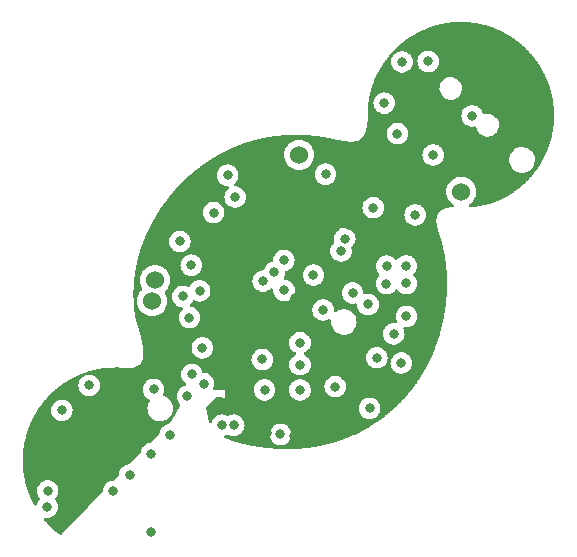
<source format=gbr>
%TF.GenerationSoftware,KiCad,Pcbnew,6.0.1-79c1e3a40b~116~ubuntu20.04.1*%
%TF.CreationDate,2022-02-07T17:34:26-08:00*%
%TF.ProjectId,MirageR1,4d697261-6765-4523-912e-6b696361645f,rev?*%
%TF.SameCoordinates,Original*%
%TF.FileFunction,Copper,L2,Inr*%
%TF.FilePolarity,Positive*%
%FSLAX46Y46*%
G04 Gerber Fmt 4.6, Leading zero omitted, Abs format (unit mm)*
G04 Created by KiCad (PCBNEW 6.0.1-79c1e3a40b~116~ubuntu20.04.1) date 2022-02-07 17:34:26*
%MOMM*%
%LPD*%
G01*
G04 APERTURE LIST*
%TA.AperFunction,ViaPad*%
%ADD10C,0.800000*%
%TD*%
%TA.AperFunction,ViaPad*%
%ADD11C,1.524000*%
%TD*%
G04 APERTURE END LIST*
D10*
%TO.N,GND*%
X136400000Y-118000000D03*
X133200000Y-114600000D03*
X134600000Y-113200000D03*
X136400000Y-111400000D03*
X138000000Y-109800000D03*
X139466495Y-106564194D03*
D11*
%TO.N,EN*%
X136728913Y-96712913D03*
D10*
%TO.N,Net-(D5-Pad1)*%
X159853351Y-78186887D03*
%TO.N,IO13*%
X146835751Y-96058922D03*
%TO.N,Net-(D3-Pad1)*%
X156131246Y-81724930D03*
%TO.N,IO15*%
X147631768Y-95031963D03*
%TO.N,Net-(D6-Pad1)*%
X141691395Y-91007715D03*
%TO.N,IO12*%
X145874302Y-96792648D03*
%TO.N,Net-(D4-Pad1)*%
X127614443Y-115910688D03*
%TO.N,IO14*%
X140505101Y-97617139D03*
%TO.N,Net-(D2-Pad1)*%
X131148034Y-105631668D03*
%TO.N,IO27*%
X139079990Y-98093321D03*
%TO.N,GND*%
X139640354Y-99884273D03*
D11*
X162658678Y-89225950D03*
D10*
X157635508Y-78236097D03*
X157241683Y-84304256D03*
X150138871Y-96287002D03*
X127636496Y-114559036D03*
X128840019Y-107733487D03*
%TO.N,+3V3*%
X128878035Y-115610185D03*
X131022219Y-112511170D03*
%TO.N,GND*%
X136601900Y-105972347D03*
%TO.N,+3V3*%
X139564746Y-101175904D03*
%TO.N,EN*%
X140728881Y-102447967D03*
X155509197Y-103287123D03*
%TO.N,IO0*%
X150953587Y-99231453D03*
X157575668Y-103723541D03*
%TO.N,RTS*%
X154898403Y-107573639D03*
X158016073Y-99774975D03*
%TO.N,DTR*%
X154762617Y-98778048D03*
X156938279Y-101262313D03*
%TO.N,+3V3*%
X148594956Y-98196342D03*
%TO.N,GND*%
X147655719Y-97589060D03*
%TO.N,+3V3*%
X142812337Y-103897713D03*
%TO.N,GND*%
X139855816Y-104699914D03*
X140833475Y-105477598D03*
%TO.N,+3V3*%
X141811255Y-107411426D03*
%TO.N,GND*%
X142382109Y-108997264D03*
X143392788Y-109000000D03*
%TO.N,+3V3*%
X151248245Y-107512150D03*
X148508148Y-109953708D03*
X146177999Y-109700036D03*
%TO.N,GND*%
X147347179Y-109784369D03*
X151976854Y-105727006D03*
X156324034Y-97018394D03*
X157981240Y-95500060D03*
X156333292Y-95527835D03*
X158000000Y-97000000D03*
X149000000Y-102000000D03*
X149000000Y-103881612D03*
X145805700Y-103435253D03*
X149000000Y-106000000D03*
X146000000Y-106000000D03*
X153456477Y-97807122D03*
X139794263Y-95450048D03*
X138833718Y-93444512D03*
%TO.N,+3V3*%
X142047994Y-92608169D03*
X145807536Y-91888256D03*
X144639678Y-90912375D03*
X143887770Y-94303963D03*
X142991879Y-93520058D03*
%TO.N,GND*%
X142880763Y-87832004D03*
X143509197Y-89674179D03*
X151167160Y-87749258D03*
X158750000Y-91186000D03*
X152789074Y-93206916D03*
X155199854Y-90586595D03*
%TO.N,+3V3*%
X154178000Y-93980000D03*
D11*
%TO.N,+5V*%
X148926078Y-86106000D03*
D10*
%TO.N,GND*%
X163576000Y-82804000D03*
%TO.N,+3V3*%
X153162000Y-92031595D03*
%TO.N,GND*%
X152475294Y-94243068D03*
%TO.N,+3V3*%
X156972000Y-91186000D03*
%TO.N,GND*%
X160274000Y-86106000D03*
D11*
%TO.N,IO0*%
X136474913Y-98490913D03*
%TD*%
%TA.AperFunction,Conductor*%
%TO.N,+3V3*%
G36*
X162624595Y-74845951D02*
G01*
X162672386Y-74845998D01*
X162673787Y-74846008D01*
X162766614Y-74847193D01*
X162767966Y-74847219D01*
X162839021Y-74848971D01*
X162861200Y-74849518D01*
X162862709Y-74849565D01*
X162955477Y-74852966D01*
X162956958Y-74853029D01*
X163049511Y-74857513D01*
X163051004Y-74857594D01*
X163070998Y-74858801D01*
X163143478Y-74863175D01*
X163144810Y-74863263D01*
X163236959Y-74869929D01*
X163238318Y-74870036D01*
X163329914Y-74877743D01*
X163331338Y-74877870D01*
X163423752Y-74886732D01*
X163425205Y-74886881D01*
X163517428Y-74896851D01*
X163518821Y-74897010D01*
X163582530Y-74904653D01*
X163610631Y-74908024D01*
X163612121Y-74908212D01*
X163703159Y-74920236D01*
X163704619Y-74920437D01*
X163765269Y-74929170D01*
X163796438Y-74933658D01*
X163797855Y-74933871D01*
X163889215Y-74948153D01*
X163890676Y-74948390D01*
X163940180Y-74956726D01*
X163981529Y-74963689D01*
X163982837Y-74963917D01*
X164060620Y-74977951D01*
X164074182Y-74980398D01*
X164075664Y-74980675D01*
X164094237Y-74984257D01*
X164166480Y-74998191D01*
X164167962Y-74998486D01*
X164219496Y-75009068D01*
X164257968Y-75016969D01*
X164259293Y-75017249D01*
X164341334Y-75035103D01*
X164349578Y-75036897D01*
X164351027Y-75037221D01*
X164390744Y-75046356D01*
X164441157Y-75057952D01*
X164442461Y-75058260D01*
X164519319Y-75076911D01*
X164532662Y-75080149D01*
X164534103Y-75080508D01*
X164623853Y-75103412D01*
X164625324Y-75103797D01*
X164714661Y-75127747D01*
X164715975Y-75128107D01*
X164805258Y-75153168D01*
X164806405Y-75153498D01*
X164894760Y-75179458D01*
X164896134Y-75179871D01*
X164973658Y-75203639D01*
X164984470Y-75206954D01*
X164985869Y-75207392D01*
X165046949Y-75226927D01*
X165073398Y-75235387D01*
X165074834Y-75235856D01*
X165162600Y-75265092D01*
X165163981Y-75265562D01*
X165250901Y-75295656D01*
X165252247Y-75296130D01*
X165330284Y-75324207D01*
X165339245Y-75327431D01*
X165340594Y-75327925D01*
X165426906Y-75360108D01*
X165428308Y-75360642D01*
X165514390Y-75393947D01*
X165515720Y-75394470D01*
X165591619Y-75424871D01*
X165601670Y-75428897D01*
X165603072Y-75429468D01*
X165688484Y-75464900D01*
X165689743Y-75465432D01*
X165774714Y-75501852D01*
X165776141Y-75502474D01*
X165860343Y-75539802D01*
X165861682Y-75540405D01*
X165946272Y-75579091D01*
X165947669Y-75579740D01*
X166031047Y-75619111D01*
X166032354Y-75619737D01*
X166115630Y-75660238D01*
X166117072Y-75660951D01*
X166199787Y-75702493D01*
X166201059Y-75703140D01*
X166274559Y-75741104D01*
X166283430Y-75745686D01*
X166284795Y-75746402D01*
X166320853Y-75765602D01*
X166366019Y-75789652D01*
X166367340Y-75790366D01*
X166448070Y-75834596D01*
X166449306Y-75835282D01*
X166530163Y-75880814D01*
X166531371Y-75881505D01*
X166541523Y-75887385D01*
X166611552Y-75927951D01*
X166612869Y-75928724D01*
X166652866Y-75952545D01*
X166679335Y-75968309D01*
X166692275Y-75976016D01*
X166693539Y-75976779D01*
X166772958Y-76025356D01*
X166774176Y-76026111D01*
X166852319Y-76075189D01*
X166853596Y-76076002D01*
X166930967Y-76125901D01*
X166932257Y-76126745D01*
X167009235Y-76177770D01*
X167010326Y-76178502D01*
X167086433Y-76230196D01*
X167087613Y-76231008D01*
X167163611Y-76284001D01*
X167164733Y-76284794D01*
X167233328Y-76333813D01*
X167239997Y-76338579D01*
X167241172Y-76339430D01*
X167315325Y-76393834D01*
X167316398Y-76394631D01*
X167390454Y-76450275D01*
X167391680Y-76451208D01*
X167464950Y-76507677D01*
X167466082Y-76508560D01*
X167479903Y-76519470D01*
X167538392Y-76565641D01*
X167539515Y-76566538D01*
X167611447Y-76624664D01*
X167612596Y-76625605D01*
X167622264Y-76633621D01*
X167683568Y-76684450D01*
X167684694Y-76685395D01*
X167754963Y-76745054D01*
X167756017Y-76745959D01*
X167825724Y-76806476D01*
X167826935Y-76807541D01*
X167895745Y-76868841D01*
X167896699Y-76869699D01*
X167965513Y-76932347D01*
X167966484Y-76933243D01*
X168034126Y-76996386D01*
X168035086Y-76997292D01*
X168102509Y-77061664D01*
X168103629Y-77062747D01*
X168123257Y-77081956D01*
X168166321Y-77124101D01*
X168170042Y-77127743D01*
X168170910Y-77128602D01*
X168236645Y-77194364D01*
X168237642Y-77195373D01*
X168302133Y-77261456D01*
X168303169Y-77262531D01*
X168367221Y-77329739D01*
X168368187Y-77330764D01*
X168402209Y-77367303D01*
X168431382Y-77398635D01*
X168432363Y-77399702D01*
X168494075Y-77467529D01*
X168495032Y-77468592D01*
X168556282Y-77537466D01*
X168557322Y-77538651D01*
X168617917Y-77608530D01*
X168618791Y-77609549D01*
X168653245Y-77650233D01*
X168678296Y-77679814D01*
X168679204Y-77680899D01*
X168703820Y-77710637D01*
X168725447Y-77736764D01*
X168738333Y-77752332D01*
X168739300Y-77753516D01*
X168793877Y-77821190D01*
X168797692Y-77825920D01*
X168798531Y-77826972D01*
X168828152Y-77864541D01*
X168855850Y-77899672D01*
X168856776Y-77900861D01*
X168912808Y-77973786D01*
X168913618Y-77974854D01*
X168969026Y-78048734D01*
X168969912Y-78049929D01*
X169019980Y-78118357D01*
X169024473Y-78124498D01*
X169025304Y-78125648D01*
X169044287Y-78152231D01*
X169079292Y-78201250D01*
X169080209Y-78202552D01*
X169086531Y-78211646D01*
X169130586Y-78275016D01*
X169132984Y-78278466D01*
X169133814Y-78279675D01*
X169185600Y-78356048D01*
X169186402Y-78357244D01*
X169237220Y-78434108D01*
X169238063Y-78435401D01*
X169288093Y-78513249D01*
X169288819Y-78514393D01*
X169337972Y-78592770D01*
X169338669Y-78593897D01*
X169374979Y-78653369D01*
X169386858Y-78672825D01*
X169387654Y-78674147D01*
X169427488Y-78741255D01*
X169434915Y-78753768D01*
X169435630Y-78754988D01*
X169481643Y-78834526D01*
X169482408Y-78835868D01*
X169514122Y-78892294D01*
X169527642Y-78916349D01*
X169528413Y-78917742D01*
X169572799Y-78999105D01*
X169573472Y-79000356D01*
X169616817Y-79081986D01*
X169617441Y-79083177D01*
X169659801Y-79165238D01*
X169660545Y-79166703D01*
X169701959Y-79249568D01*
X169702571Y-79250809D01*
X169703996Y-79253740D01*
X169742907Y-79333786D01*
X169743482Y-79334988D01*
X169782793Y-79418557D01*
X169783364Y-79419791D01*
X169821820Y-79504128D01*
X169822438Y-79505504D01*
X169860059Y-79590698D01*
X169860624Y-79591999D01*
X169897205Y-79677427D01*
X169897786Y-79678806D01*
X169933272Y-79764799D01*
X169933725Y-79765914D01*
X169968158Y-79851959D01*
X169968746Y-79853455D01*
X170001734Y-79939038D01*
X170002227Y-79940341D01*
X170034475Y-80027210D01*
X170034898Y-80028369D01*
X170066082Y-80115227D01*
X170066636Y-80116803D01*
X170096629Y-80203960D01*
X170097069Y-80205262D01*
X170126451Y-80293770D01*
X170126931Y-80295246D01*
X170154882Y-80383045D01*
X170155332Y-80384490D01*
X170182274Y-80472776D01*
X170182691Y-80474171D01*
X170208668Y-80562956D01*
X170209091Y-80564434D01*
X170230378Y-80640626D01*
X170234032Y-80653706D01*
X170234425Y-80655146D01*
X170258346Y-80744853D01*
X170258734Y-80746343D01*
X170281624Y-80836714D01*
X170281923Y-80837930D01*
X170300309Y-80914133D01*
X170303784Y-80928535D01*
X170304120Y-80929961D01*
X170312295Y-80965726D01*
X170324867Y-81020723D01*
X170325189Y-81022173D01*
X170344742Y-81112604D01*
X170345069Y-81114163D01*
X170361218Y-81193704D01*
X170363438Y-81204641D01*
X170363712Y-81206029D01*
X170379030Y-81286189D01*
X170381037Y-81296694D01*
X170381308Y-81298160D01*
X170397567Y-81389067D01*
X170397829Y-81390587D01*
X170405255Y-81435281D01*
X170413122Y-81482627D01*
X170413338Y-81483970D01*
X170427584Y-81575835D01*
X170427825Y-81577459D01*
X170440748Y-81668619D01*
X170440939Y-81670025D01*
X170452894Y-81761780D01*
X170453075Y-81763234D01*
X170463769Y-81853491D01*
X170463973Y-81855214D01*
X170464142Y-81856723D01*
X170473866Y-81948623D01*
X170474000Y-81949961D01*
X170477734Y-81989380D01*
X170482711Y-82041927D01*
X170482847Y-82043474D01*
X170490412Y-82135400D01*
X170490527Y-82136903D01*
X170493013Y-82172413D01*
X170497003Y-82229413D01*
X170497090Y-82230747D01*
X170498921Y-82261874D01*
X170502554Y-82323631D01*
X170502636Y-82325193D01*
X170506847Y-82416277D01*
X170506893Y-82417275D01*
X170506947Y-82418622D01*
X170509309Y-82486231D01*
X170510191Y-82511485D01*
X170510230Y-82512792D01*
X170512363Y-82605263D01*
X170512386Y-82606685D01*
X170513401Y-82699222D01*
X170513409Y-82700729D01*
X170513317Y-82793188D01*
X170513308Y-82794513D01*
X170512306Y-82878342D01*
X170512199Y-82887251D01*
X170512170Y-82888806D01*
X170510350Y-82962063D01*
X170509865Y-82981586D01*
X170509824Y-82982944D01*
X170506378Y-83076432D01*
X170506334Y-83077456D01*
X170504640Y-83112817D01*
X170501875Y-83170527D01*
X170501792Y-83172057D01*
X170496262Y-83264050D01*
X170496160Y-83265583D01*
X170492827Y-83311641D01*
X170490352Y-83345852D01*
X170489499Y-83357633D01*
X170489391Y-83359017D01*
X170485721Y-83402790D01*
X170481687Y-83450903D01*
X170481560Y-83452326D01*
X170474930Y-83521909D01*
X170474119Y-83530429D01*
X170472793Y-83544341D01*
X170472633Y-83545918D01*
X170470979Y-83561201D01*
X170462653Y-83638134D01*
X170462485Y-83639599D01*
X170451429Y-83731673D01*
X170451263Y-83732996D01*
X170450500Y-83738828D01*
X170439738Y-83821093D01*
X170439364Y-83823950D01*
X170439143Y-83825562D01*
X170429059Y-83895374D01*
X170425929Y-83917043D01*
X170425728Y-83918383D01*
X170419319Y-83959542D01*
X170411464Y-84009986D01*
X170411219Y-84011499D01*
X170395969Y-84102164D01*
X170395710Y-84103647D01*
X170379234Y-84194920D01*
X170378972Y-84196325D01*
X170365184Y-84268041D01*
X170361513Y-84287132D01*
X170361203Y-84288688D01*
X170342863Y-84377915D01*
X170342733Y-84378548D01*
X170342447Y-84379901D01*
X170322923Y-84469786D01*
X170322814Y-84470286D01*
X170322479Y-84471780D01*
X170317312Y-84494225D01*
X170301764Y-84561761D01*
X170301446Y-84563108D01*
X170297978Y-84577437D01*
X170279617Y-84653295D01*
X170279234Y-84654833D01*
X170256296Y-84744643D01*
X170255940Y-84746007D01*
X170232120Y-84835102D01*
X170231684Y-84836690D01*
X170206654Y-84925634D01*
X170206265Y-84926986D01*
X170182283Y-85008699D01*
X170180286Y-85015502D01*
X170179897Y-85016800D01*
X170152897Y-85105106D01*
X170152446Y-85106550D01*
X170132296Y-85169596D01*
X170124524Y-85193912D01*
X170124039Y-85195396D01*
X170094756Y-85283244D01*
X170094319Y-85284531D01*
X170064217Y-85371691D01*
X170063702Y-85373153D01*
X170032576Y-85459809D01*
X170032034Y-85461290D01*
X169999907Y-85547331D01*
X169999387Y-85548700D01*
X169966048Y-85634916D01*
X169965499Y-85636310D01*
X169931094Y-85722231D01*
X169930558Y-85723548D01*
X169897116Y-85804318D01*
X169895200Y-85808945D01*
X169894581Y-85810414D01*
X169858683Y-85894054D01*
X169858204Y-85895169D01*
X169857673Y-85896386D01*
X169836919Y-85943289D01*
X169820304Y-85980837D01*
X169819645Y-85982302D01*
X169792433Y-86041740D01*
X169780979Y-86066757D01*
X169780398Y-86068007D01*
X169743390Y-86146544D01*
X169740955Y-86151711D01*
X169740298Y-86153083D01*
X169730736Y-86172730D01*
X169699915Y-86236060D01*
X169699242Y-86237422D01*
X169657593Y-86320442D01*
X169656958Y-86321690D01*
X169614556Y-86403817D01*
X169613875Y-86405116D01*
X169570535Y-86486529D01*
X169569830Y-86487834D01*
X169525678Y-86568470D01*
X169524929Y-86569818D01*
X169479393Y-86650617D01*
X169478697Y-86651836D01*
X169432374Y-86731932D01*
X169431535Y-86733361D01*
X169384189Y-86812797D01*
X169383515Y-86813915D01*
X169335041Y-86893287D01*
X169334254Y-86894555D01*
X169302201Y-86945503D01*
X169285166Y-86972579D01*
X169284485Y-86973649D01*
X169241129Y-87040886D01*
X169234362Y-87051380D01*
X169233521Y-87052667D01*
X169182579Y-87129588D01*
X169181840Y-87130690D01*
X169165338Y-87154985D01*
X169130074Y-87206903D01*
X169129252Y-87208099D01*
X169076532Y-87283809D01*
X169075676Y-87285020D01*
X169037575Y-87338245D01*
X169021830Y-87360240D01*
X169021060Y-87361304D01*
X168967931Y-87433859D01*
X168966639Y-87435623D01*
X168965706Y-87436879D01*
X168925609Y-87490188D01*
X168910209Y-87510661D01*
X168909338Y-87511806D01*
X168852912Y-87585065D01*
X168851959Y-87586286D01*
X168832604Y-87610786D01*
X168804970Y-87645767D01*
X168794879Y-87658540D01*
X168794003Y-87659636D01*
X168735739Y-87731723D01*
X168734836Y-87732828D01*
X168679161Y-87800128D01*
X168675993Y-87803957D01*
X168674954Y-87805197D01*
X168619573Y-87870398D01*
X168615595Y-87875081D01*
X168614784Y-87876026D01*
X168554475Y-87945464D01*
X168554266Y-87945705D01*
X168553206Y-87946909D01*
X168491818Y-88015797D01*
X168490902Y-88016814D01*
X168428372Y-88085467D01*
X168427467Y-88086449D01*
X168391655Y-88124831D01*
X168364299Y-88154149D01*
X168363254Y-88155256D01*
X168298776Y-88222707D01*
X168297875Y-88223639D01*
X168233065Y-88290021D01*
X168231973Y-88291124D01*
X168166460Y-88356454D01*
X168165632Y-88357270D01*
X168099085Y-88422228D01*
X168098301Y-88422985D01*
X168063897Y-88455865D01*
X168030993Y-88487311D01*
X168030036Y-88488217D01*
X167968234Y-88546018D01*
X167962308Y-88551560D01*
X167961319Y-88552474D01*
X167910318Y-88599122D01*
X167892633Y-88615298D01*
X167891761Y-88616087D01*
X167822594Y-88678002D01*
X167821572Y-88678905D01*
X167806557Y-88692021D01*
X167751860Y-88739799D01*
X167750855Y-88740668D01*
X167680279Y-88801016D01*
X167679150Y-88801969D01*
X167609819Y-88859851D01*
X167608185Y-88861215D01*
X167606989Y-88862201D01*
X167535130Y-88920708D01*
X167534070Y-88921562D01*
X167462066Y-88978905D01*
X167460884Y-88979835D01*
X167445963Y-88991430D01*
X167388315Y-89036226D01*
X167387150Y-89037120D01*
X167314120Y-89092516D01*
X167312883Y-89093443D01*
X167238980Y-89148086D01*
X167237698Y-89149021D01*
X167162510Y-89203163D01*
X167161451Y-89203918D01*
X167085762Y-89257243D01*
X167084357Y-89258218D01*
X167008482Y-89310147D01*
X167007181Y-89311026D01*
X166931045Y-89361753D01*
X166929716Y-89362626D01*
X166853296Y-89412161D01*
X166852087Y-89412935D01*
X166773833Y-89462355D01*
X166772766Y-89463020D01*
X166694632Y-89511059D01*
X166693345Y-89511839D01*
X166614618Y-89558798D01*
X166613490Y-89559461D01*
X166533845Y-89605645D01*
X166532532Y-89606394D01*
X166455439Y-89649776D01*
X166452613Y-89651366D01*
X166451392Y-89652044D01*
X166371114Y-89695916D01*
X166369784Y-89696631D01*
X166288808Y-89739550D01*
X166287309Y-89740332D01*
X166206098Y-89781990D01*
X166204604Y-89782744D01*
X166122270Y-89823588D01*
X166121041Y-89824188D01*
X166039069Y-89863626D01*
X166038354Y-89863970D01*
X166036822Y-89864694D01*
X166024569Y-89870385D01*
X165954147Y-89903092D01*
X165952800Y-89903708D01*
X165870011Y-89940982D01*
X165868315Y-89941731D01*
X165784829Y-89977851D01*
X165783420Y-89978450D01*
X165698920Y-90013796D01*
X165697465Y-90014394D01*
X165612930Y-90048502D01*
X165611389Y-90049111D01*
X165526708Y-90081919D01*
X165525269Y-90082467D01*
X165439425Y-90114509D01*
X165438027Y-90115020D01*
X165351915Y-90145833D01*
X165350480Y-90146335D01*
X165294105Y-90165662D01*
X165263529Y-90176144D01*
X165262011Y-90176654D01*
X165174805Y-90205294D01*
X165173389Y-90205750D01*
X165085783Y-90233270D01*
X165084171Y-90233763D01*
X164996910Y-90259859D01*
X164995374Y-90260308D01*
X164907377Y-90285411D01*
X164905871Y-90285831D01*
X164817360Y-90309887D01*
X164815971Y-90310255D01*
X164726842Y-90333179D01*
X164725284Y-90333568D01*
X164635952Y-90355281D01*
X164634628Y-90355595D01*
X164545850Y-90376018D01*
X164544330Y-90376357D01*
X164455434Y-90395591D01*
X164454009Y-90395891D01*
X164365272Y-90413968D01*
X164363583Y-90414300D01*
X164273869Y-90431287D01*
X164272413Y-90431554D01*
X164253621Y-90434884D01*
X164181908Y-90447591D01*
X164180417Y-90447845D01*
X164147922Y-90453168D01*
X164089334Y-90462764D01*
X164087789Y-90463007D01*
X163996729Y-90476763D01*
X163995058Y-90477004D01*
X163903761Y-90489547D01*
X163902360Y-90489731D01*
X163811139Y-90501179D01*
X163809673Y-90501354D01*
X163793150Y-90503220D01*
X163719118Y-90511579D01*
X163717570Y-90511744D01*
X163626560Y-90520883D01*
X163625082Y-90521023D01*
X163533480Y-90529132D01*
X163531877Y-90529264D01*
X163440274Y-90536196D01*
X163438871Y-90536294D01*
X163406759Y-90538364D01*
X163337493Y-90522785D01*
X163287645Y-90472232D01*
X163273041Y-90402753D01*
X163298319Y-90336409D01*
X163326383Y-90309412D01*
X163342116Y-90298396D01*
X163371958Y-90277500D01*
X163473948Y-90206086D01*
X163473951Y-90206084D01*
X163478459Y-90202927D01*
X163635655Y-90045731D01*
X163657806Y-90014097D01*
X163760009Y-89868135D01*
X163760010Y-89868133D01*
X163763166Y-89863626D01*
X163765489Y-89858644D01*
X163765492Y-89858639D01*
X163854795Y-89667128D01*
X163854796Y-89667127D01*
X163857118Y-89662146D01*
X163861533Y-89645671D01*
X163876467Y-89589936D01*
X163914656Y-89447413D01*
X163934031Y-89225950D01*
X163914656Y-89004487D01*
X163857118Y-88789754D01*
X163854795Y-88784772D01*
X163765492Y-88593261D01*
X163765489Y-88593256D01*
X163763166Y-88588274D01*
X163711686Y-88514753D01*
X163638814Y-88410680D01*
X163638812Y-88410677D01*
X163635655Y-88406169D01*
X163478459Y-88248973D01*
X163473951Y-88245816D01*
X163473948Y-88245814D01*
X163357855Y-88164525D01*
X163296355Y-88121462D01*
X163291373Y-88119139D01*
X163291368Y-88119136D01*
X163099856Y-88029833D01*
X163099855Y-88029832D01*
X163094874Y-88027510D01*
X163089566Y-88026088D01*
X163089564Y-88026087D01*
X162974923Y-87995369D01*
X162880141Y-87969972D01*
X162658678Y-87950597D01*
X162437215Y-87969972D01*
X162342433Y-87995369D01*
X162227792Y-88026087D01*
X162227790Y-88026088D01*
X162222482Y-88027510D01*
X162217501Y-88029832D01*
X162217500Y-88029833D01*
X162025989Y-88119136D01*
X162025984Y-88119139D01*
X162021002Y-88121462D01*
X162016495Y-88124618D01*
X162016493Y-88124619D01*
X161843408Y-88245814D01*
X161843405Y-88245816D01*
X161838897Y-88248973D01*
X161681701Y-88406169D01*
X161678544Y-88410677D01*
X161678542Y-88410680D01*
X161605670Y-88514753D01*
X161554190Y-88588274D01*
X161551867Y-88593256D01*
X161551864Y-88593261D01*
X161462561Y-88784772D01*
X161460238Y-88789754D01*
X161402700Y-89004487D01*
X161383325Y-89225950D01*
X161402700Y-89447413D01*
X161440889Y-89589936D01*
X161455824Y-89645671D01*
X161460238Y-89662146D01*
X161462560Y-89667127D01*
X161462561Y-89667128D01*
X161551864Y-89858639D01*
X161551867Y-89858644D01*
X161554190Y-89863626D01*
X161557346Y-89868133D01*
X161557347Y-89868135D01*
X161659551Y-90014097D01*
X161681701Y-90045731D01*
X161838897Y-90202927D01*
X161843405Y-90206084D01*
X161843408Y-90206086D01*
X162003172Y-90317954D01*
X162047500Y-90373411D01*
X162054809Y-90444031D01*
X162022778Y-90507391D01*
X161961577Y-90543376D01*
X161934126Y-90547125D01*
X161931780Y-90547185D01*
X161925401Y-90547186D01*
X161923732Y-90547144D01*
X161918875Y-90546644D01*
X161914005Y-90546897D01*
X161914002Y-90546897D01*
X161887727Y-90548262D01*
X161884398Y-90548391D01*
X161871386Y-90548723D01*
X161856323Y-90549106D01*
X161851891Y-90549856D01*
X161848702Y-90550165D01*
X161843092Y-90550582D01*
X161839484Y-90550769D01*
X161823674Y-90551590D01*
X161817140Y-90551536D01*
X161817141Y-90551684D01*
X161812276Y-90551724D01*
X161807416Y-90551389D01*
X161802568Y-90551805D01*
X161802564Y-90551805D01*
X161793151Y-90552613D01*
X161778583Y-90553863D01*
X161774389Y-90554151D01*
X161748624Y-90555490D01*
X161744226Y-90556355D01*
X161739782Y-90556904D01*
X161739774Y-90556836D01*
X161733303Y-90557747D01*
X161708690Y-90559860D01*
X161695910Y-90560252D01*
X161695156Y-90560292D01*
X161690300Y-90560174D01*
X161685481Y-90560805D01*
X161685480Y-90560805D01*
X161665079Y-90563476D01*
X161659496Y-90564081D01*
X161641700Y-90565608D01*
X161641696Y-90565609D01*
X161637240Y-90565991D01*
X161632017Y-90567202D01*
X161619932Y-90569388D01*
X161587208Y-90573673D01*
X161575067Y-90574669D01*
X161571150Y-90574800D01*
X161571148Y-90574800D01*
X161566287Y-90574963D01*
X161561510Y-90575871D01*
X161561505Y-90575872D01*
X161545370Y-90578940D01*
X161538196Y-90580091D01*
X161520190Y-90582449D01*
X161510967Y-90585026D01*
X161500611Y-90587452D01*
X161458898Y-90595385D01*
X161449069Y-90596856D01*
X161439440Y-90597910D01*
X161439438Y-90597910D01*
X161434610Y-90598439D01*
X161419540Y-90602504D01*
X161410268Y-90604633D01*
X161397972Y-90606972D01*
X161390646Y-90609483D01*
X161383427Y-90611957D01*
X161375394Y-90614414D01*
X161322131Y-90628783D01*
X161315196Y-90630445D01*
X161293834Y-90634928D01*
X161286066Y-90637864D01*
X161285849Y-90637946D01*
X161274119Y-90641735D01*
X161273209Y-90641980D01*
X161273203Y-90641982D01*
X161268881Y-90643148D01*
X161247976Y-90652129D01*
X161242821Y-90654209D01*
X161176517Y-90679269D01*
X161173822Y-90680250D01*
X161142418Y-90691273D01*
X161138123Y-90693575D01*
X161137658Y-90693780D01*
X161136196Y-90694509D01*
X161133792Y-90695417D01*
X161102477Y-90712672D01*
X161101303Y-90713310D01*
X161086972Y-90720991D01*
X161083268Y-90722690D01*
X161079415Y-90723575D01*
X161019007Y-90757395D01*
X161017083Y-90758449D01*
X160991985Y-90771901D01*
X160989143Y-90773991D01*
X160986322Y-90775670D01*
X160986099Y-90775818D01*
X160981858Y-90778193D01*
X160959350Y-90795836D01*
X160956330Y-90798130D01*
X160916844Y-90827178D01*
X160912507Y-90829830D01*
X160912574Y-90829926D01*
X160905196Y-90835042D01*
X160897170Y-90839059D01*
X160862940Y-90870853D01*
X160854938Y-90877685D01*
X160847502Y-90883514D01*
X160835514Y-90896034D01*
X160830255Y-90901213D01*
X160815250Y-90915150D01*
X160810717Y-90920897D01*
X160809838Y-90922012D01*
X160801913Y-90931125D01*
X160793478Y-90939934D01*
X160772349Y-90962000D01*
X160768210Y-90969966D01*
X160762982Y-90977266D01*
X160762279Y-90976763D01*
X160754393Y-90988218D01*
X160747568Y-90993984D01*
X160742611Y-91001471D01*
X160721667Y-91033105D01*
X160715551Y-91041560D01*
X160709552Y-91049166D01*
X160707304Y-91053042D01*
X160707300Y-91053048D01*
X160700962Y-91063976D01*
X160697030Y-91070316D01*
X160691088Y-91079292D01*
X160685846Y-91087209D01*
X160683816Y-91091630D01*
X160683815Y-91091633D01*
X160682115Y-91095336D01*
X160676600Y-91105982D01*
X160659538Y-91135400D01*
X160659535Y-91135406D01*
X160655035Y-91143166D01*
X160652894Y-91151876D01*
X160650873Y-91156887D01*
X160647466Y-91167113D01*
X160629522Y-91209288D01*
X160626639Y-91216065D01*
X160625232Y-91219248D01*
X160614316Y-91243028D01*
X160613040Y-91247334D01*
X160611767Y-91250724D01*
X160610527Y-91253821D01*
X160610340Y-91254375D01*
X160608435Y-91258853D01*
X160607242Y-91263569D01*
X160602108Y-91283865D01*
X160600772Y-91288732D01*
X160583440Y-91347215D01*
X160583410Y-91355503D01*
X160581275Y-91366211D01*
X160577475Y-91381230D01*
X160576837Y-91383649D01*
X160568925Y-91412497D01*
X160568923Y-91412506D01*
X160567637Y-91417196D01*
X160567087Y-91422032D01*
X160566953Y-91422726D01*
X160566920Y-91422951D01*
X160566482Y-91424684D01*
X160566009Y-91429152D01*
X160562399Y-91463230D01*
X160562293Y-91464194D01*
X160554519Y-91532559D01*
X160553548Y-91539415D01*
X160551318Y-91552551D01*
X160549804Y-91561467D01*
X160549737Y-91566329D01*
X160549737Y-91566332D01*
X160549694Y-91569475D01*
X160548901Y-91581968D01*
X160548344Y-91586862D01*
X160548474Y-91591337D01*
X160548474Y-91591338D01*
X160549021Y-91610162D01*
X160549062Y-91615552D01*
X160548307Y-91670510D01*
X160547790Y-91680309D01*
X160546878Y-91690238D01*
X160546431Y-91695101D01*
X160546737Y-91699964D01*
X160547391Y-91710359D01*
X160547628Y-91719997D01*
X160547460Y-91732214D01*
X160548034Y-91736658D01*
X160548035Y-91736670D01*
X160549470Y-91747768D01*
X160550261Y-91755996D01*
X160552982Y-91799268D01*
X160553161Y-91811313D01*
X160552861Y-91820400D01*
X160555311Y-91840460D01*
X160555402Y-91841206D01*
X160556083Y-91848572D01*
X160557204Y-91866404D01*
X160558117Y-91870794D01*
X160559217Y-91876083D01*
X160560928Y-91886468D01*
X160565030Y-91920063D01*
X160565949Y-91933719D01*
X160566012Y-91938644D01*
X160566820Y-91943431D01*
X160566821Y-91943442D01*
X160570185Y-91963368D01*
X160571013Y-91969064D01*
X160573679Y-91990894D01*
X160575168Y-91996409D01*
X160577763Y-92008258D01*
X160582117Y-92034052D01*
X160582882Y-92041096D01*
X160582962Y-92041086D01*
X160583576Y-92045906D01*
X160583816Y-92050772D01*
X160589486Y-92078202D01*
X160590331Y-92082708D01*
X160594471Y-92107237D01*
X160595836Y-92111505D01*
X160596894Y-92115860D01*
X160596885Y-92115862D01*
X160598687Y-92122729D01*
X160602992Y-92143558D01*
X160603593Y-92149432D01*
X160604050Y-92149360D01*
X160604811Y-92154164D01*
X160605199Y-92159021D01*
X160612157Y-92188183D01*
X160612963Y-92191802D01*
X160618409Y-92218152D01*
X160619929Y-92222368D01*
X160621146Y-92226683D01*
X160621013Y-92226721D01*
X160622703Y-92232380D01*
X160627408Y-92252096D01*
X160628707Y-92258272D01*
X160629192Y-92262957D01*
X160635540Y-92287054D01*
X160637389Y-92294072D01*
X160638104Y-92296921D01*
X160644851Y-92325198D01*
X160646502Y-92329373D01*
X160646737Y-92330119D01*
X160648406Y-92335890D01*
X160649702Y-92340807D01*
X160653466Y-92355097D01*
X160654624Y-92360065D01*
X160655127Y-92364126D01*
X160656459Y-92368798D01*
X160656460Y-92368803D01*
X160664244Y-92396104D01*
X160664912Y-92398541D01*
X160672567Y-92427601D01*
X160674151Y-92431350D01*
X160675726Y-92436382D01*
X160681241Y-92455726D01*
X160682238Y-92459668D01*
X160682727Y-92463134D01*
X160684143Y-92467797D01*
X160684143Y-92467798D01*
X160692650Y-92495816D01*
X160693251Y-92497856D01*
X160701778Y-92527766D01*
X160703199Y-92530949D01*
X160704523Y-92534917D01*
X160710636Y-92555051D01*
X160711336Y-92557656D01*
X160711727Y-92560199D01*
X160713199Y-92564838D01*
X160713200Y-92564844D01*
X160722486Y-92594117D01*
X160722943Y-92595588D01*
X160732423Y-92626808D01*
X160733512Y-92629137D01*
X160734427Y-92631753D01*
X160740938Y-92652280D01*
X160741606Y-92654654D01*
X160741999Y-92657025D01*
X160752261Y-92688122D01*
X160753252Y-92691124D01*
X160753649Y-92692349D01*
X160763624Y-92723793D01*
X160764667Y-92725954D01*
X160765528Y-92728324D01*
X160771896Y-92747622D01*
X160772222Y-92748743D01*
X160772436Y-92749987D01*
X160784534Y-92785923D01*
X160784731Y-92786516D01*
X160795533Y-92819248D01*
X160796094Y-92820379D01*
X160796493Y-92821446D01*
X160803038Y-92840884D01*
X160803364Y-92841980D01*
X160803583Y-92843213D01*
X160815946Y-92879229D01*
X160827102Y-92912366D01*
X160827663Y-92913479D01*
X160828077Y-92914567D01*
X160834776Y-92934086D01*
X160834897Y-92934486D01*
X160834985Y-92934973D01*
X160847698Y-92971728D01*
X160859376Y-93005747D01*
X160859600Y-93006184D01*
X160859761Y-93006602D01*
X160876711Y-93055608D01*
X160877637Y-93058387D01*
X160902253Y-93135300D01*
X160903317Y-93138626D01*
X160903996Y-93140815D01*
X160930161Y-93228001D01*
X160930477Y-93229074D01*
X160956919Y-93320109D01*
X160957209Y-93321121D01*
X160963431Y-93343240D01*
X160983066Y-93413045D01*
X160983307Y-93413914D01*
X161004914Y-93492892D01*
X161008341Y-93505420D01*
X161008621Y-93506464D01*
X161029192Y-93584471D01*
X161032771Y-93598042D01*
X161032998Y-93598916D01*
X161043675Y-93640718D01*
X161056650Y-93691519D01*
X161056866Y-93692377D01*
X161079865Y-93785135D01*
X161080134Y-93786240D01*
X161102044Y-93878150D01*
X161102245Y-93879007D01*
X161123689Y-93971831D01*
X161123898Y-93972753D01*
X161132842Y-94012940D01*
X161144486Y-94065257D01*
X161144698Y-94066228D01*
X161164499Y-94158666D01*
X161164681Y-94159533D01*
X161183812Y-94252432D01*
X161183988Y-94253300D01*
X161201957Y-94343793D01*
X161202483Y-94346443D01*
X161202636Y-94347227D01*
X161220223Y-94439274D01*
X161220579Y-94441138D01*
X161220707Y-94441820D01*
X161236493Y-94528030D01*
X161237879Y-94535599D01*
X161238054Y-94536580D01*
X161254509Y-94630646D01*
X161254666Y-94631562D01*
X161267586Y-94708766D01*
X161270382Y-94725477D01*
X161270533Y-94726400D01*
X161278167Y-94774294D01*
X161285519Y-94820422D01*
X161285632Y-94821139D01*
X161298957Y-94908196D01*
X161299992Y-94914960D01*
X161300119Y-94915812D01*
X161312472Y-95000896D01*
X161313716Y-95009464D01*
X161313844Y-95010376D01*
X161322746Y-95075300D01*
X161326843Y-95105187D01*
X161326941Y-95105915D01*
X161337933Y-95190128D01*
X161339370Y-95201139D01*
X161339456Y-95201815D01*
X161351183Y-95297359D01*
X161351246Y-95297886D01*
X161362225Y-95392310D01*
X161362335Y-95393292D01*
X161372651Y-95488524D01*
X161372737Y-95489344D01*
X161382372Y-95584071D01*
X161382462Y-95584983D01*
X161391428Y-95679990D01*
X161391516Y-95680966D01*
X161399735Y-95775950D01*
X161399800Y-95776733D01*
X161407520Y-95872937D01*
X161414642Y-95969188D01*
X161414690Y-95969875D01*
X161415939Y-95988575D01*
X161419358Y-96039744D01*
X161421076Y-96065468D01*
X161421139Y-96066469D01*
X161426783Y-96162431D01*
X161426824Y-96163173D01*
X161431918Y-96259468D01*
X161431940Y-96259914D01*
X161433190Y-96287002D01*
X161436348Y-96355459D01*
X161436387Y-96356373D01*
X161437306Y-96380030D01*
X161440015Y-96449744D01*
X161440121Y-96452481D01*
X161440146Y-96453171D01*
X161441078Y-96481450D01*
X161443305Y-96549014D01*
X161443334Y-96550024D01*
X161445533Y-96638408D01*
X161445726Y-96646180D01*
X161445739Y-96646790D01*
X161446072Y-96664281D01*
X161447567Y-96742962D01*
X161447579Y-96743718D01*
X161448826Y-96839656D01*
X161448835Y-96840540D01*
X161449364Y-96928897D01*
X161449410Y-96936671D01*
X161449412Y-96937409D01*
X161449398Y-96951203D01*
X161449315Y-97033358D01*
X161449311Y-97034243D01*
X161448545Y-97129520D01*
X161448536Y-97130283D01*
X161447191Y-97225676D01*
X161447178Y-97226436D01*
X161445261Y-97321648D01*
X161445240Y-97322532D01*
X161442741Y-97414455D01*
X161442659Y-97417466D01*
X161442636Y-97418238D01*
X161439462Y-97513473D01*
X161439436Y-97514205D01*
X161435693Y-97609810D01*
X161435651Y-97610767D01*
X161431160Y-97706802D01*
X161431123Y-97707551D01*
X161426023Y-97804268D01*
X161425979Y-97805055D01*
X161420313Y-97901072D01*
X161420263Y-97901878D01*
X161417546Y-97943401D01*
X161414873Y-97984245D01*
X161414037Y-97997013D01*
X161413987Y-97997735D01*
X161410584Y-98044758D01*
X161407073Y-98093272D01*
X161407021Y-98093974D01*
X161399535Y-98189958D01*
X161399459Y-98190886D01*
X161391312Y-98286255D01*
X161391245Y-98287007D01*
X161382491Y-98382717D01*
X161382424Y-98383429D01*
X161373106Y-98479300D01*
X161373021Y-98480149D01*
X161363144Y-98575086D01*
X161363060Y-98575864D01*
X161352626Y-98670448D01*
X161352530Y-98671295D01*
X161343156Y-98751303D01*
X161341388Y-98766390D01*
X161341310Y-98767036D01*
X161329867Y-98859897D01*
X161329574Y-98862277D01*
X161329488Y-98862957D01*
X161324590Y-98900842D01*
X161317129Y-98958551D01*
X161317051Y-98959140D01*
X161304180Y-99054235D01*
X161304123Y-99054647D01*
X161296047Y-99111293D01*
X161290554Y-99149819D01*
X161290443Y-99150577D01*
X161276348Y-99245311D01*
X161276227Y-99246107D01*
X161261542Y-99340651D01*
X161261418Y-99341431D01*
X161252719Y-99395209D01*
X161247471Y-99427659D01*
X161246078Y-99436268D01*
X161245993Y-99436783D01*
X161230232Y-99531066D01*
X161230090Y-99531899D01*
X161216701Y-99608732D01*
X161213627Y-99626369D01*
X161213488Y-99627155D01*
X161201340Y-99694345D01*
X161196287Y-99722289D01*
X161196166Y-99722945D01*
X161186901Y-99772276D01*
X161178362Y-99817739D01*
X161178258Y-99818286D01*
X161159866Y-99913248D01*
X161141820Y-100003475D01*
X161141099Y-100007082D01*
X161140949Y-100007822D01*
X161135448Y-100034378D01*
X161121417Y-100102112D01*
X161121270Y-100102810D01*
X161101246Y-100196795D01*
X161101050Y-100197698D01*
X161087852Y-100257491D01*
X161080309Y-100291660D01*
X161072672Y-100325492D01*
X161058993Y-100386088D01*
X161058789Y-100386977D01*
X161036978Y-100480442D01*
X161036810Y-100481152D01*
X161014293Y-100574894D01*
X160991208Y-100668875D01*
X160991021Y-100669628D01*
X160978142Y-100720461D01*
X160967474Y-100762569D01*
X160967283Y-100763314D01*
X160943265Y-100855739D01*
X160943063Y-100856506D01*
X160918384Y-100949077D01*
X160918200Y-100949756D01*
X160893313Y-101040695D01*
X160892915Y-101042151D01*
X160892803Y-101042556D01*
X160866749Y-101135582D01*
X160866546Y-101136298D01*
X160840162Y-101228399D01*
X160839923Y-101229222D01*
X160828257Y-101268878D01*
X160812767Y-101321534D01*
X160812568Y-101322202D01*
X160784985Y-101414084D01*
X160784788Y-101414733D01*
X160757833Y-101502362D01*
X160756494Y-101506715D01*
X160756249Y-101507502D01*
X160727442Y-101599013D01*
X160727209Y-101599742D01*
X160725083Y-101606351D01*
X160697777Y-101691200D01*
X160697520Y-101691991D01*
X160667508Y-101783182D01*
X160667294Y-101783825D01*
X160646694Y-101845301D01*
X160637517Y-101872690D01*
X160636715Y-101875082D01*
X160636497Y-101875727D01*
X160605588Y-101965872D01*
X160605316Y-101966657D01*
X160602513Y-101974659D01*
X160573735Y-102056806D01*
X160573487Y-102057508D01*
X160544535Y-102138436D01*
X160540994Y-102148335D01*
X160540734Y-102149053D01*
X160508023Y-102238770D01*
X160507716Y-102239603D01*
X160474092Y-102329842D01*
X160473828Y-102330545D01*
X160439811Y-102420202D01*
X160439499Y-102421015D01*
X160404866Y-102510427D01*
X160404593Y-102511125D01*
X160369361Y-102600502D01*
X160369058Y-102601264D01*
X160333553Y-102689643D01*
X160333194Y-102690528D01*
X160296595Y-102779671D01*
X160296340Y-102780286D01*
X160259659Y-102868303D01*
X160259290Y-102869181D01*
X160255758Y-102877477D01*
X160221957Y-102956865D01*
X160221664Y-102957548D01*
X160183353Y-103046074D01*
X160183154Y-103046530D01*
X160144361Y-103134320D01*
X160105116Y-103221757D01*
X160104754Y-103222557D01*
X160078502Y-103279960D01*
X160064575Y-103310412D01*
X160064364Y-103310871D01*
X160024077Y-103397584D01*
X160023849Y-103398071D01*
X159983448Y-103483329D01*
X159983001Y-103484273D01*
X159982651Y-103485003D01*
X159940911Y-103571642D01*
X159940528Y-103572431D01*
X159935570Y-103582538D01*
X159898354Y-103658403D01*
X159897955Y-103659209D01*
X159855143Y-103744928D01*
X159854815Y-103745580D01*
X159811464Y-103831135D01*
X159811027Y-103831989D01*
X159767297Y-103916686D01*
X159766900Y-103917449D01*
X159743995Y-103961078D01*
X159726290Y-103994804D01*
X159722444Y-104002129D01*
X159722095Y-104002787D01*
X159701162Y-104042064D01*
X159677438Y-104086577D01*
X159676975Y-104087439D01*
X159631069Y-104171983D01*
X159630742Y-104172582D01*
X159595132Y-104237120D01*
X159584336Y-104256686D01*
X159583908Y-104257454D01*
X159537156Y-104340804D01*
X159536747Y-104341528D01*
X159489613Y-104424274D01*
X159489098Y-104425170D01*
X159441155Y-104507755D01*
X159440810Y-104508346D01*
X159423271Y-104538164D01*
X159392340Y-104590753D01*
X159391820Y-104591629D01*
X159347735Y-104665192D01*
X159343007Y-104673081D01*
X159342675Y-104673630D01*
X159292778Y-104755577D01*
X159292447Y-104756117D01*
X159280833Y-104774912D01*
X159242225Y-104837394D01*
X159241819Y-104838045D01*
X159202012Y-104901422D01*
X159191251Y-104918554D01*
X159190714Y-104919401D01*
X159139460Y-104999576D01*
X159139003Y-105000286D01*
X159087159Y-105080199D01*
X159086640Y-105080992D01*
X159033791Y-105161127D01*
X159033307Y-105161856D01*
X158985071Y-105233864D01*
X158980013Y-105241414D01*
X158979565Y-105242078D01*
X158947249Y-105289598D01*
X158926252Y-105320474D01*
X158925676Y-105321313D01*
X158889997Y-105372878D01*
X158871998Y-105398890D01*
X158871430Y-105399704D01*
X158816373Y-105477949D01*
X158815973Y-105478514D01*
X158774194Y-105537078D01*
X158760555Y-105556196D01*
X158759990Y-105556982D01*
X158753321Y-105566173D01*
X158704136Y-105633958D01*
X158703588Y-105634708D01*
X158647198Y-105711230D01*
X158646709Y-105711889D01*
X158589830Y-105787919D01*
X158589303Y-105788616D01*
X158531377Y-105864740D01*
X158530821Y-105865465D01*
X158472601Y-105940836D01*
X158472046Y-105941550D01*
X158464194Y-105951566D01*
X158413331Y-106016441D01*
X158412845Y-106017056D01*
X158361504Y-106081378D01*
X158353954Y-106090837D01*
X158353383Y-106091546D01*
X158293363Y-106165519D01*
X158293036Y-106165920D01*
X158251542Y-106216404D01*
X158232361Y-106239741D01*
X158231599Y-106240658D01*
X158170789Y-106313232D01*
X158170307Y-106313805D01*
X158108684Y-106386397D01*
X158108064Y-106387120D01*
X158046249Y-106458636D01*
X158045828Y-106459120D01*
X157983459Y-106530249D01*
X157982811Y-106530982D01*
X157920007Y-106601424D01*
X157919670Y-106601802D01*
X157918980Y-106602569D01*
X157855601Y-106672494D01*
X157854935Y-106673224D01*
X157790879Y-106742792D01*
X157790192Y-106743532D01*
X157725213Y-106812977D01*
X157724684Y-106813538D01*
X157659336Y-106882315D01*
X157658802Y-106882872D01*
X157602165Y-106941473D01*
X157593272Y-106950674D01*
X157592630Y-106951333D01*
X157525775Y-107019330D01*
X157525355Y-107019753D01*
X157458176Y-107087028D01*
X157457615Y-107087585D01*
X157394613Y-107149698D01*
X157389861Y-107154383D01*
X157389428Y-107154807D01*
X157346743Y-107196360D01*
X157320607Y-107221802D01*
X157320024Y-107222366D01*
X157271077Y-107269404D01*
X157251197Y-107288508D01*
X157250600Y-107289077D01*
X157181695Y-107354432D01*
X157181344Y-107354764D01*
X157111570Y-107420117D01*
X157111081Y-107420572D01*
X157040535Y-107485741D01*
X157039914Y-107486311D01*
X156969813Y-107550204D01*
X156969190Y-107550768D01*
X156898820Y-107614053D01*
X156898207Y-107614601D01*
X156826354Y-107678376D01*
X156825884Y-107678790D01*
X156754065Y-107741714D01*
X156753490Y-107742215D01*
X156705246Y-107783860D01*
X156681491Y-107804366D01*
X156680972Y-107804812D01*
X156645949Y-107834674D01*
X156607908Y-107867109D01*
X156607217Y-107867694D01*
X156534140Y-107929100D01*
X156533496Y-107929637D01*
X156490443Y-107965328D01*
X156460240Y-107990366D01*
X156459751Y-107990769D01*
X156389422Y-108048253D01*
X156385908Y-108051125D01*
X156385203Y-108051697D01*
X156310972Y-108111483D01*
X156310310Y-108112012D01*
X156235471Y-108171463D01*
X156234907Y-108171909D01*
X156159250Y-108231168D01*
X156158902Y-108231439D01*
X156082879Y-108290066D01*
X156082443Y-108290400D01*
X156006071Y-108348587D01*
X156005251Y-108349207D01*
X155929195Y-108406178D01*
X155928718Y-108406533D01*
X155853752Y-108461935D01*
X155852330Y-108462986D01*
X155851690Y-108463455D01*
X155775506Y-108519018D01*
X155774639Y-108519645D01*
X155697333Y-108575027D01*
X155696675Y-108575495D01*
X155618821Y-108630518D01*
X155618228Y-108630934D01*
X155539250Y-108685893D01*
X155538738Y-108686246D01*
X155460585Y-108739905D01*
X155459743Y-108740479D01*
X155381257Y-108793438D01*
X155380694Y-108793815D01*
X155300965Y-108846745D01*
X155300405Y-108847114D01*
X155219828Y-108899873D01*
X155219057Y-108900374D01*
X155139187Y-108951841D01*
X155138384Y-108952354D01*
X155067499Y-108997264D01*
X155057877Y-109003360D01*
X155057157Y-109003813D01*
X155026571Y-109022889D01*
X154975430Y-109054785D01*
X154974738Y-109055213D01*
X154893360Y-109105240D01*
X154892441Y-109105800D01*
X154811281Y-109154743D01*
X154810521Y-109155198D01*
X154728037Y-109204152D01*
X154727325Y-109204571D01*
X154645302Y-109252527D01*
X154644410Y-109253043D01*
X154561748Y-109300470D01*
X154560943Y-109300928D01*
X154478319Y-109347529D01*
X154477535Y-109347968D01*
X154394494Y-109394027D01*
X154393732Y-109394446D01*
X154310368Y-109439935D01*
X154309459Y-109440426D01*
X154225361Y-109485424D01*
X154224612Y-109485822D01*
X154139456Y-109530652D01*
X154138655Y-109531070D01*
X154053571Y-109575085D01*
X154052630Y-109575567D01*
X153967715Y-109618596D01*
X153966961Y-109618975D01*
X153928831Y-109637977D01*
X153880962Y-109661831D01*
X153880162Y-109662226D01*
X153794074Y-109704316D01*
X153793219Y-109704730D01*
X153706857Y-109746150D01*
X153706155Y-109746484D01*
X153619785Y-109787094D01*
X153619027Y-109787447D01*
X153532049Y-109827532D01*
X153531821Y-109827636D01*
X153445191Y-109866883D01*
X153444317Y-109867274D01*
X153439361Y-109869472D01*
X153364347Y-109902738D01*
X153357999Y-109905553D01*
X153357081Y-109905956D01*
X153305789Y-109928202D01*
X153269073Y-109944125D01*
X153268374Y-109944425D01*
X153242182Y-109955597D01*
X153183624Y-109980575D01*
X153180761Y-109981796D01*
X153179824Y-109982192D01*
X153092720Y-110018517D01*
X153091842Y-110018879D01*
X153003612Y-110054896D01*
X153002721Y-110055256D01*
X152914138Y-110090631D01*
X152913384Y-110090929D01*
X152837572Y-110120570D01*
X152824561Y-110125657D01*
X152823761Y-110125966D01*
X152734564Y-110160142D01*
X152733544Y-110160528D01*
X152644660Y-110193681D01*
X152644165Y-110193864D01*
X152554737Y-110226583D01*
X152554053Y-110226830D01*
X152464718Y-110258771D01*
X152463998Y-110259025D01*
X152374297Y-110290325D01*
X152373523Y-110290592D01*
X152283735Y-110321188D01*
X152282806Y-110321501D01*
X152192691Y-110351411D01*
X152191990Y-110351641D01*
X152163034Y-110361028D01*
X152101531Y-110380966D01*
X152100669Y-110381242D01*
X152009931Y-110409926D01*
X152009384Y-110410097D01*
X151918608Y-110438094D01*
X151917860Y-110438321D01*
X151827293Y-110465462D01*
X151826619Y-110465661D01*
X151735847Y-110492128D01*
X151735077Y-110492349D01*
X151643246Y-110518436D01*
X151642383Y-110518678D01*
X151550353Y-110544115D01*
X151549449Y-110544362D01*
X151523312Y-110551377D01*
X151457297Y-110569096D01*
X151456536Y-110569297D01*
X151364449Y-110593298D01*
X151363559Y-110593526D01*
X151272306Y-110616600D01*
X151271325Y-110616844D01*
X151229871Y-110626973D01*
X151178884Y-110639431D01*
X151178312Y-110639569D01*
X151084879Y-110661750D01*
X151084124Y-110661927D01*
X150991759Y-110683162D01*
X150990821Y-110683373D01*
X150897452Y-110704090D01*
X150896658Y-110704263D01*
X150817932Y-110721134D01*
X150802901Y-110724355D01*
X150802035Y-110724537D01*
X150709193Y-110743751D01*
X150708297Y-110743933D01*
X150614466Y-110762643D01*
X150613558Y-110762820D01*
X150519423Y-110780806D01*
X150518970Y-110780891D01*
X150487247Y-110786762D01*
X150425307Y-110798225D01*
X150424298Y-110798408D01*
X150330398Y-110814996D01*
X150329591Y-110815135D01*
X150235472Y-110831091D01*
X150234615Y-110831234D01*
X150218876Y-110833791D01*
X150140484Y-110846525D01*
X150139765Y-110846639D01*
X150108779Y-110851442D01*
X150045416Y-110861264D01*
X150044521Y-110861399D01*
X149950325Y-110875308D01*
X149949661Y-110875404D01*
X149855353Y-110888767D01*
X149854335Y-110888906D01*
X149791693Y-110897229D01*
X149760385Y-110901389D01*
X149759681Y-110901481D01*
X149664505Y-110913569D01*
X149663729Y-110913665D01*
X149592836Y-110922123D01*
X149569158Y-110924948D01*
X149568339Y-110925043D01*
X149473369Y-110935744D01*
X149472425Y-110935846D01*
X149377900Y-110945776D01*
X149377087Y-110945859D01*
X149344481Y-110949071D01*
X149281645Y-110955260D01*
X149280971Y-110955324D01*
X149225894Y-110960376D01*
X149186123Y-110964024D01*
X149185213Y-110964104D01*
X149090106Y-110972133D01*
X149089279Y-110972200D01*
X148994589Y-110979566D01*
X148993716Y-110979631D01*
X148952635Y-110982524D01*
X148898529Y-110986333D01*
X148897745Y-110986386D01*
X148852283Y-110989302D01*
X148802035Y-110992525D01*
X148801283Y-110992570D01*
X148705755Y-110998036D01*
X148705129Y-110998070D01*
X148609927Y-111002955D01*
X148609125Y-111002993D01*
X148549471Y-111005576D01*
X148513837Y-111007119D01*
X148513173Y-111007146D01*
X148482744Y-111008303D01*
X148417388Y-111010786D01*
X148416565Y-111010815D01*
X148364707Y-111012381D01*
X148321341Y-111013691D01*
X148320578Y-111013711D01*
X148225547Y-111016005D01*
X148224655Y-111016024D01*
X148128962Y-111017656D01*
X148128209Y-111017666D01*
X148032798Y-111018723D01*
X148032032Y-111018729D01*
X147936401Y-111019207D01*
X147935520Y-111019209D01*
X147870461Y-111019079D01*
X147839689Y-111019018D01*
X147838890Y-111019013D01*
X147810268Y-111018755D01*
X147743263Y-111018150D01*
X147742514Y-111018141D01*
X147646016Y-111016696D01*
X147645264Y-111016682D01*
X147574319Y-111015196D01*
X147549404Y-111014674D01*
X147548549Y-111014653D01*
X147452555Y-111011961D01*
X147451819Y-111011939D01*
X147355657Y-111008680D01*
X147354779Y-111008647D01*
X147258200Y-111004699D01*
X147257546Y-111004670D01*
X147162024Y-111000268D01*
X147161050Y-111000220D01*
X147143173Y-110999258D01*
X147064539Y-110995024D01*
X147064241Y-110995007D01*
X146991742Y-110990738D01*
X146967790Y-110989327D01*
X146966868Y-110989269D01*
X146871193Y-110982930D01*
X146870599Y-110982890D01*
X146774200Y-110976045D01*
X146773317Y-110975979D01*
X146691345Y-110969579D01*
X146677681Y-110968512D01*
X146676942Y-110968452D01*
X146581546Y-110960374D01*
X146580881Y-110960316D01*
X146565775Y-110958951D01*
X146484571Y-110951614D01*
X146483922Y-110951553D01*
X146388354Y-110942419D01*
X146387516Y-110942336D01*
X146319086Y-110935334D01*
X146293109Y-110932676D01*
X146292402Y-110932601D01*
X146197033Y-110922186D01*
X146196458Y-110922123D01*
X146122408Y-110913673D01*
X146100055Y-110911122D01*
X146099365Y-110911041D01*
X146002999Y-110899419D01*
X146002624Y-110899373D01*
X145934579Y-110890833D01*
X145907444Y-110887427D01*
X145906607Y-110887319D01*
X145864841Y-110881793D01*
X145811787Y-110874772D01*
X145811218Y-110874695D01*
X145715810Y-110861439D01*
X145715319Y-110861370D01*
X145692855Y-110858148D01*
X145619519Y-110847629D01*
X145618914Y-110847540D01*
X145524181Y-110833305D01*
X145523679Y-110833229D01*
X145428179Y-110818343D01*
X145427532Y-110818240D01*
X145332732Y-110802921D01*
X145331913Y-110802786D01*
X145280724Y-110794168D01*
X145237082Y-110786820D01*
X145236599Y-110786738D01*
X145198926Y-110780210D01*
X145141567Y-110770270D01*
X145140897Y-110770152D01*
X145095299Y-110761997D01*
X145045719Y-110753129D01*
X145045257Y-110753045D01*
X144971400Y-110739452D01*
X144950990Y-110735696D01*
X144950179Y-110735544D01*
X144891967Y-110724436D01*
X144855485Y-110717474D01*
X144855173Y-110717414D01*
X144760709Y-110698909D01*
X144760048Y-110698777D01*
X144730777Y-110692869D01*
X144665857Y-110679765D01*
X144665458Y-110679684D01*
X144570529Y-110659983D01*
X144569994Y-110659871D01*
X144475147Y-110639602D01*
X144474593Y-110639481D01*
X144380299Y-110618869D01*
X144379539Y-110618701D01*
X144285209Y-110597470D01*
X144284755Y-110597367D01*
X144280899Y-110596484D01*
X144190480Y-110575782D01*
X144189694Y-110575599D01*
X144129527Y-110561413D01*
X144096696Y-110553672D01*
X144096320Y-110553582D01*
X144002445Y-110530866D01*
X144001965Y-110530749D01*
X143907379Y-110507467D01*
X143906815Y-110507327D01*
X143813125Y-110483710D01*
X143812505Y-110483552D01*
X143742120Y-110465429D01*
X143718971Y-110459468D01*
X143718624Y-110459378D01*
X143625351Y-110434822D01*
X143625090Y-110434753D01*
X143534824Y-110410493D01*
X143533139Y-110410028D01*
X143459047Y-110388973D01*
X143453340Y-110387204D01*
X143380975Y-110362877D01*
X143378194Y-110361906D01*
X143294925Y-110331707D01*
X143293802Y-110331293D01*
X143203962Y-110297724D01*
X143203851Y-110297682D01*
X143149026Y-110277138D01*
X143147698Y-110276587D01*
X143146378Y-110275855D01*
X143142623Y-110274479D01*
X143142592Y-110274466D01*
X143111356Y-110263019D01*
X143110599Y-110262739D01*
X143078513Y-110250715D01*
X143077025Y-110250388D01*
X143075651Y-110249934D01*
X143052888Y-110241592D01*
X143050402Y-110240588D01*
X143048150Y-110239377D01*
X143043559Y-110237758D01*
X143043556Y-110237757D01*
X143014488Y-110227508D01*
X143013030Y-110226984D01*
X143003984Y-110223669D01*
X142982469Y-110215784D01*
X142979979Y-110215255D01*
X142977370Y-110214421D01*
X142953511Y-110206010D01*
X142948968Y-110204259D01*
X142945449Y-110202454D01*
X142940843Y-110200930D01*
X142940838Y-110200928D01*
X142913713Y-110191954D01*
X142911441Y-110191177D01*
X142882823Y-110181088D01*
X142878950Y-110180316D01*
X142874128Y-110178858D01*
X142851055Y-110171224D01*
X142844867Y-110168996D01*
X142844314Y-110168781D01*
X142839925Y-110166666D01*
X142835271Y-110165255D01*
X142835267Y-110165253D01*
X142809636Y-110157480D01*
X142806668Y-110156539D01*
X142779544Y-110147565D01*
X142775127Y-110146774D01*
X142773102Y-110146260D01*
X142767514Y-110144704D01*
X142744065Y-110137592D01*
X142737525Y-110135178D01*
X142737494Y-110135267D01*
X142732895Y-110133662D01*
X142728441Y-110131711D01*
X142701209Y-110124510D01*
X142696892Y-110123286D01*
X142672844Y-110115992D01*
X142668412Y-110115312D01*
X142664037Y-110114318D01*
X142664042Y-110114297D01*
X142657194Y-110112871D01*
X142654041Y-110112037D01*
X142593300Y-110075280D01*
X142562073Y-110011520D01*
X142570276Y-109940998D01*
X142615302Y-109886107D01*
X142651971Y-109870437D01*
X142651657Y-109869472D01*
X142657941Y-109867430D01*
X142664397Y-109866058D01*
X142833181Y-109790911D01*
X142903547Y-109781477D01*
X142935347Y-109792665D01*
X142936036Y-109791118D01*
X143104355Y-109866058D01*
X143110500Y-109868794D01*
X143185548Y-109884746D01*
X143290844Y-109907128D01*
X143290849Y-109907128D01*
X143297301Y-109908500D01*
X143488275Y-109908500D01*
X143494727Y-109907128D01*
X143494732Y-109907128D01*
X143600028Y-109884746D01*
X143675076Y-109868794D01*
X143681107Y-109866109D01*
X143843510Y-109793803D01*
X143843512Y-109793802D01*
X143849540Y-109791118D01*
X143858829Y-109784369D01*
X146433675Y-109784369D01*
X146434365Y-109790934D01*
X146452902Y-109967301D01*
X146453637Y-109974297D01*
X146512652Y-110155925D01*
X146515955Y-110161647D01*
X146515956Y-110161648D01*
X146539516Y-110202454D01*
X146608139Y-110321313D01*
X146612557Y-110326220D01*
X146612558Y-110326221D01*
X146713526Y-110438357D01*
X146735926Y-110463235D01*
X146821515Y-110525419D01*
X146864663Y-110556768D01*
X146890427Y-110575487D01*
X146896455Y-110578171D01*
X146896457Y-110578172D01*
X147034237Y-110639515D01*
X147064891Y-110653163D01*
X147158292Y-110673016D01*
X147245235Y-110691497D01*
X147245240Y-110691497D01*
X147251692Y-110692869D01*
X147442666Y-110692869D01*
X147449118Y-110691497D01*
X147449123Y-110691497D01*
X147536066Y-110673016D01*
X147629467Y-110653163D01*
X147660121Y-110639515D01*
X147797901Y-110578172D01*
X147797903Y-110578171D01*
X147803931Y-110575487D01*
X147829696Y-110556768D01*
X147872843Y-110525419D01*
X147958432Y-110463235D01*
X147980832Y-110438357D01*
X148081800Y-110326221D01*
X148081801Y-110326220D01*
X148086219Y-110321313D01*
X148154842Y-110202454D01*
X148178402Y-110161648D01*
X148178403Y-110161647D01*
X148181706Y-110155925D01*
X148240721Y-109974297D01*
X148241457Y-109967301D01*
X148259993Y-109790934D01*
X148260683Y-109784369D01*
X148250065Y-109683341D01*
X148241411Y-109601004D01*
X148241411Y-109601002D01*
X148240721Y-109594441D01*
X148181706Y-109412813D01*
X148168864Y-109390569D01*
X148119824Y-109305630D01*
X148086219Y-109247425D01*
X148064771Y-109223604D01*
X147962854Y-109110414D01*
X147962853Y-109110413D01*
X147958432Y-109105503D01*
X147830304Y-109012412D01*
X147809273Y-108997132D01*
X147809272Y-108997131D01*
X147803931Y-108993251D01*
X147797903Y-108990567D01*
X147797901Y-108990566D01*
X147635498Y-108918260D01*
X147635497Y-108918260D01*
X147629467Y-108915575D01*
X147507571Y-108889665D01*
X147449123Y-108877241D01*
X147449118Y-108877241D01*
X147442666Y-108875869D01*
X147251692Y-108875869D01*
X147245240Y-108877241D01*
X147245235Y-108877241D01*
X147186787Y-108889665D01*
X147064891Y-108915575D01*
X147058861Y-108918260D01*
X147058860Y-108918260D01*
X146896457Y-108990566D01*
X146896455Y-108990567D01*
X146890427Y-108993251D01*
X146885086Y-108997131D01*
X146885085Y-108997132D01*
X146864054Y-109012412D01*
X146735926Y-109105503D01*
X146731505Y-109110413D01*
X146731504Y-109110414D01*
X146629588Y-109223604D01*
X146608139Y-109247425D01*
X146574534Y-109305630D01*
X146525495Y-109390569D01*
X146512652Y-109412813D01*
X146453637Y-109594441D01*
X146452947Y-109601002D01*
X146452947Y-109601004D01*
X146444293Y-109683341D01*
X146433675Y-109784369D01*
X143858829Y-109784369D01*
X143873696Y-109773568D01*
X143968442Y-109704730D01*
X144004041Y-109678866D01*
X144008463Y-109673955D01*
X144127409Y-109541852D01*
X144127410Y-109541851D01*
X144131828Y-109536944D01*
X144199867Y-109419098D01*
X144224011Y-109377279D01*
X144224012Y-109377278D01*
X144227315Y-109371556D01*
X144286330Y-109189928D01*
X144290391Y-109151295D01*
X144305602Y-109006565D01*
X144306292Y-109000000D01*
X144301285Y-108952362D01*
X144287020Y-108816635D01*
X144287020Y-108816633D01*
X144286330Y-108810072D01*
X144227315Y-108628444D01*
X144222766Y-108620564D01*
X144169400Y-108528132D01*
X144131828Y-108463056D01*
X144114495Y-108443805D01*
X144008463Y-108326045D01*
X144008462Y-108326044D01*
X144004041Y-108321134D01*
X143887388Y-108236380D01*
X143854882Y-108212763D01*
X143854881Y-108212762D01*
X143849540Y-108208882D01*
X143843512Y-108206198D01*
X143843510Y-108206197D01*
X143681107Y-108133891D01*
X143681106Y-108133891D01*
X143675076Y-108131206D01*
X143578053Y-108110583D01*
X143494732Y-108092872D01*
X143494727Y-108092872D01*
X143488275Y-108091500D01*
X143297301Y-108091500D01*
X143290849Y-108092872D01*
X143290844Y-108092872D01*
X143207523Y-108110583D01*
X143110500Y-108131206D01*
X143104470Y-108133891D01*
X143104469Y-108133891D01*
X143089987Y-108140339D01*
X142941716Y-108206353D01*
X142871350Y-108215787D01*
X142839550Y-108204599D01*
X142838861Y-108206146D01*
X142670428Y-108131155D01*
X142670427Y-108131155D01*
X142664397Y-108128470D01*
X142565045Y-108107352D01*
X142484053Y-108090136D01*
X142484048Y-108090136D01*
X142477596Y-108088764D01*
X142286622Y-108088764D01*
X142280170Y-108090136D01*
X142280165Y-108090136D01*
X142199173Y-108107352D01*
X142099821Y-108128470D01*
X142093791Y-108131155D01*
X142093790Y-108131155D01*
X141931387Y-108203461D01*
X141931385Y-108203462D01*
X141925357Y-108206146D01*
X141920016Y-108210026D01*
X141920015Y-108210027D01*
X141912087Y-108215787D01*
X141770856Y-108318398D01*
X141766435Y-108323308D01*
X141766434Y-108323309D01*
X141659175Y-108442433D01*
X141643069Y-108460320D01*
X141615192Y-108508604D01*
X141561108Y-108602281D01*
X141547582Y-108625708D01*
X141539862Y-108649468D01*
X141509260Y-108743650D01*
X141469186Y-108802256D01*
X141403790Y-108829893D01*
X141333833Y-108817786D01*
X141281527Y-108769780D01*
X141265168Y-108725589D01*
X141071640Y-107573639D01*
X153984899Y-107573639D01*
X153985589Y-107580204D01*
X154002390Y-107740052D01*
X154004861Y-107763567D01*
X154063876Y-107945195D01*
X154067179Y-107950917D01*
X154067180Y-107950918D01*
X154095340Y-107999692D01*
X154159363Y-108110583D01*
X154163781Y-108115490D01*
X154163782Y-108115491D01*
X154268063Y-108231307D01*
X154287150Y-108252505D01*
X154441651Y-108364757D01*
X154447679Y-108367441D01*
X154447681Y-108367442D01*
X154589205Y-108430452D01*
X154616115Y-108442433D01*
X154689540Y-108458040D01*
X154796459Y-108480767D01*
X154796464Y-108480767D01*
X154802916Y-108482139D01*
X154993890Y-108482139D01*
X155000342Y-108480767D01*
X155000347Y-108480767D01*
X155107266Y-108458040D01*
X155180691Y-108442433D01*
X155207601Y-108430452D01*
X155349125Y-108367442D01*
X155349127Y-108367441D01*
X155355155Y-108364757D01*
X155509656Y-108252505D01*
X155528743Y-108231307D01*
X155633024Y-108115491D01*
X155633025Y-108115490D01*
X155637443Y-108110583D01*
X155701466Y-107999692D01*
X155729626Y-107950918D01*
X155729627Y-107950917D01*
X155732930Y-107945195D01*
X155791945Y-107763567D01*
X155794417Y-107740052D01*
X155811217Y-107580204D01*
X155811907Y-107573639D01*
X155803326Y-107491998D01*
X155792635Y-107390274D01*
X155792635Y-107390272D01*
X155791945Y-107383711D01*
X155732930Y-107202083D01*
X155706172Y-107155736D01*
X155673937Y-107099904D01*
X155637443Y-107036695D01*
X155622306Y-107019883D01*
X155514078Y-106899684D01*
X155514077Y-106899683D01*
X155509656Y-106894773D01*
X155376936Y-106798346D01*
X155360497Y-106786402D01*
X155360496Y-106786401D01*
X155355155Y-106782521D01*
X155349127Y-106779837D01*
X155349125Y-106779836D01*
X155186722Y-106707530D01*
X155186721Y-106707530D01*
X155180691Y-106704845D01*
X155071728Y-106681684D01*
X155000347Y-106666511D01*
X155000342Y-106666511D01*
X154993890Y-106665139D01*
X154802916Y-106665139D01*
X154796464Y-106666511D01*
X154796459Y-106666511D01*
X154725078Y-106681684D01*
X154616115Y-106704845D01*
X154610085Y-106707530D01*
X154610084Y-106707530D01*
X154447681Y-106779836D01*
X154447679Y-106779837D01*
X154441651Y-106782521D01*
X154436310Y-106786401D01*
X154436309Y-106786402D01*
X154419870Y-106798346D01*
X154287150Y-106894773D01*
X154282729Y-106899683D01*
X154282728Y-106899684D01*
X154174501Y-107019883D01*
X154159363Y-107036695D01*
X154122869Y-107099904D01*
X154090635Y-107155736D01*
X154063876Y-107202083D01*
X154004861Y-107383711D01*
X154004171Y-107390272D01*
X154004171Y-107390274D01*
X153993480Y-107491998D01*
X153984899Y-107573639D01*
X141071640Y-107573639D01*
X141063736Y-107526590D01*
X141072176Y-107456097D01*
X141098481Y-107417040D01*
X141831203Y-106677390D01*
X141893355Y-106643072D01*
X141923072Y-106640087D01*
X142163602Y-106644583D01*
X142657288Y-106653810D01*
X142628473Y-106016262D01*
X142579040Y-106016724D01*
X141784531Y-106024149D01*
X141716227Y-106004785D01*
X141712002Y-106000000D01*
X145086496Y-106000000D01*
X145087186Y-106006565D01*
X145104218Y-106168612D01*
X145106458Y-106189928D01*
X145165473Y-106371556D01*
X145168776Y-106377278D01*
X145168777Y-106377279D01*
X145187527Y-106409755D01*
X145260960Y-106536944D01*
X145265378Y-106541851D01*
X145265379Y-106541852D01*
X145383010Y-106672494D01*
X145388747Y-106678866D01*
X145456706Y-106728241D01*
X145527720Y-106779836D01*
X145543248Y-106791118D01*
X145549276Y-106793802D01*
X145549278Y-106793803D01*
X145699867Y-106860849D01*
X145717712Y-106868794D01*
X145811113Y-106888647D01*
X145898056Y-106907128D01*
X145898061Y-106907128D01*
X145904513Y-106908500D01*
X146095487Y-106908500D01*
X146101939Y-106907128D01*
X146101944Y-106907128D01*
X146188887Y-106888647D01*
X146282288Y-106868794D01*
X146300133Y-106860849D01*
X146450722Y-106793803D01*
X146450724Y-106793802D01*
X146456752Y-106791118D01*
X146472281Y-106779836D01*
X146543294Y-106728241D01*
X146611253Y-106678866D01*
X146616990Y-106672494D01*
X146734621Y-106541852D01*
X146734622Y-106541851D01*
X146739040Y-106536944D01*
X146812473Y-106409755D01*
X146831223Y-106377279D01*
X146831224Y-106377278D01*
X146834527Y-106371556D01*
X146893542Y-106189928D01*
X146895783Y-106168612D01*
X146912814Y-106006565D01*
X146913504Y-106000000D01*
X148086496Y-106000000D01*
X148087186Y-106006565D01*
X148104218Y-106168612D01*
X148106458Y-106189928D01*
X148165473Y-106371556D01*
X148168776Y-106377278D01*
X148168777Y-106377279D01*
X148187527Y-106409755D01*
X148260960Y-106536944D01*
X148265378Y-106541851D01*
X148265379Y-106541852D01*
X148383010Y-106672494D01*
X148388747Y-106678866D01*
X148456706Y-106728241D01*
X148527720Y-106779836D01*
X148543248Y-106791118D01*
X148549276Y-106793802D01*
X148549278Y-106793803D01*
X148699867Y-106860849D01*
X148717712Y-106868794D01*
X148811113Y-106888647D01*
X148898056Y-106907128D01*
X148898061Y-106907128D01*
X148904513Y-106908500D01*
X149095487Y-106908500D01*
X149101939Y-106907128D01*
X149101944Y-106907128D01*
X149188887Y-106888647D01*
X149282288Y-106868794D01*
X149300133Y-106860849D01*
X149450722Y-106793803D01*
X149450724Y-106793802D01*
X149456752Y-106791118D01*
X149472281Y-106779836D01*
X149543294Y-106728241D01*
X149611253Y-106678866D01*
X149616990Y-106672494D01*
X149734621Y-106541852D01*
X149734622Y-106541851D01*
X149739040Y-106536944D01*
X149812473Y-106409755D01*
X149831223Y-106377279D01*
X149831224Y-106377278D01*
X149834527Y-106371556D01*
X149893542Y-106189928D01*
X149895783Y-106168612D01*
X149912814Y-106006565D01*
X149913504Y-106000000D01*
X149897650Y-105849154D01*
X149894232Y-105816635D01*
X149894232Y-105816633D01*
X149893542Y-105810072D01*
X149866552Y-105727006D01*
X151063350Y-105727006D01*
X151064040Y-105733571D01*
X151081003Y-105894961D01*
X151083312Y-105916934D01*
X151142327Y-106098562D01*
X151145630Y-106104284D01*
X151145631Y-106104285D01*
X151155932Y-106122127D01*
X151237814Y-106263950D01*
X151242232Y-106268857D01*
X151242233Y-106268858D01*
X151334703Y-106371556D01*
X151365601Y-106405872D01*
X151462265Y-106476103D01*
X151514700Y-106514199D01*
X151520102Y-106518124D01*
X151526130Y-106520808D01*
X151526132Y-106520809D01*
X151688535Y-106593115D01*
X151694566Y-106595800D01*
X151774215Y-106612730D01*
X151874910Y-106634134D01*
X151874915Y-106634134D01*
X151881367Y-106635506D01*
X152072341Y-106635506D01*
X152078793Y-106634134D01*
X152078798Y-106634134D01*
X152179493Y-106612730D01*
X152259142Y-106595800D01*
X152265173Y-106593115D01*
X152427576Y-106520809D01*
X152427578Y-106520808D01*
X152433606Y-106518124D01*
X152439009Y-106514199D01*
X152491443Y-106476103D01*
X152588107Y-106405872D01*
X152619005Y-106371556D01*
X152711475Y-106268858D01*
X152711476Y-106268857D01*
X152715894Y-106263950D01*
X152797776Y-106122127D01*
X152808077Y-106104285D01*
X152808078Y-106104284D01*
X152811381Y-106098562D01*
X152870396Y-105916934D01*
X152872706Y-105894961D01*
X152889668Y-105733571D01*
X152890358Y-105727006D01*
X152884198Y-105668393D01*
X152871086Y-105543641D01*
X152871086Y-105543639D01*
X152870396Y-105537078D01*
X152811381Y-105355450D01*
X152778439Y-105298392D01*
X152769906Y-105283613D01*
X152715894Y-105190062D01*
X152665318Y-105133891D01*
X152592529Y-105053051D01*
X152592528Y-105053050D01*
X152588107Y-105048140D01*
X152472077Y-104963839D01*
X152438948Y-104939769D01*
X152438947Y-104939768D01*
X152433606Y-104935888D01*
X152427578Y-104933204D01*
X152427576Y-104933203D01*
X152265173Y-104860897D01*
X152265172Y-104860897D01*
X152259142Y-104858212D01*
X152161202Y-104837394D01*
X152078798Y-104819878D01*
X152078793Y-104819878D01*
X152072341Y-104818506D01*
X151881367Y-104818506D01*
X151874915Y-104819878D01*
X151874910Y-104819878D01*
X151792506Y-104837394D01*
X151694566Y-104858212D01*
X151688536Y-104860897D01*
X151688535Y-104860897D01*
X151526132Y-104933203D01*
X151526130Y-104933204D01*
X151520102Y-104935888D01*
X151514761Y-104939768D01*
X151514760Y-104939769D01*
X151481631Y-104963839D01*
X151365601Y-105048140D01*
X151361180Y-105053050D01*
X151361179Y-105053051D01*
X151288391Y-105133891D01*
X151237814Y-105190062D01*
X151183802Y-105283613D01*
X151175270Y-105298392D01*
X151142327Y-105355450D01*
X151083312Y-105537078D01*
X151082622Y-105543639D01*
X151082622Y-105543641D01*
X151069510Y-105668393D01*
X151063350Y-105727006D01*
X149866552Y-105727006D01*
X149834527Y-105628444D01*
X149828810Y-105618541D01*
X149793058Y-105556618D01*
X149739040Y-105463056D01*
X149725757Y-105448303D01*
X149615675Y-105326045D01*
X149615674Y-105326044D01*
X149611253Y-105321134D01*
X149487470Y-105231200D01*
X149462094Y-105212763D01*
X149462093Y-105212762D01*
X149456752Y-105208882D01*
X149450724Y-105206198D01*
X149450722Y-105206197D01*
X149288319Y-105133891D01*
X149288318Y-105133891D01*
X149282288Y-105131206D01*
X149181760Y-105109838D01*
X149101944Y-105092872D01*
X149101939Y-105092872D01*
X149095487Y-105091500D01*
X148904513Y-105091500D01*
X148898061Y-105092872D01*
X148898056Y-105092872D01*
X148818240Y-105109838D01*
X148717712Y-105131206D01*
X148711682Y-105133891D01*
X148711681Y-105133891D01*
X148549278Y-105206197D01*
X148549276Y-105206198D01*
X148543248Y-105208882D01*
X148537907Y-105212762D01*
X148537906Y-105212763D01*
X148512530Y-105231200D01*
X148388747Y-105321134D01*
X148384326Y-105326044D01*
X148384325Y-105326045D01*
X148274244Y-105448303D01*
X148260960Y-105463056D01*
X148206942Y-105556618D01*
X148171191Y-105618541D01*
X148165473Y-105628444D01*
X148106458Y-105810072D01*
X148105768Y-105816633D01*
X148105768Y-105816635D01*
X148102350Y-105849154D01*
X148086496Y-106000000D01*
X146913504Y-106000000D01*
X146897650Y-105849154D01*
X146894232Y-105816635D01*
X146894232Y-105816633D01*
X146893542Y-105810072D01*
X146834527Y-105628444D01*
X146828810Y-105618541D01*
X146793058Y-105556618D01*
X146739040Y-105463056D01*
X146725757Y-105448303D01*
X146615675Y-105326045D01*
X146615674Y-105326044D01*
X146611253Y-105321134D01*
X146487470Y-105231200D01*
X146462094Y-105212763D01*
X146462093Y-105212762D01*
X146456752Y-105208882D01*
X146450724Y-105206198D01*
X146450722Y-105206197D01*
X146288319Y-105133891D01*
X146288318Y-105133891D01*
X146282288Y-105131206D01*
X146181760Y-105109838D01*
X146101944Y-105092872D01*
X146101939Y-105092872D01*
X146095487Y-105091500D01*
X145904513Y-105091500D01*
X145898061Y-105092872D01*
X145898056Y-105092872D01*
X145818240Y-105109838D01*
X145717712Y-105131206D01*
X145711682Y-105133891D01*
X145711681Y-105133891D01*
X145549278Y-105206197D01*
X145549276Y-105206198D01*
X145543248Y-105208882D01*
X145537907Y-105212762D01*
X145537906Y-105212763D01*
X145512530Y-105231200D01*
X145388747Y-105321134D01*
X145384326Y-105326044D01*
X145384325Y-105326045D01*
X145274244Y-105448303D01*
X145260960Y-105463056D01*
X145206942Y-105556618D01*
X145171191Y-105618541D01*
X145165473Y-105628444D01*
X145106458Y-105810072D01*
X145105768Y-105816633D01*
X145105768Y-105816635D01*
X145102350Y-105849154D01*
X145086496Y-106000000D01*
X141712002Y-106000000D01*
X141669235Y-105951566D01*
X141658474Y-105881390D01*
X141667231Y-105850489D01*
X141668002Y-105849154D01*
X141727017Y-105667526D01*
X141732166Y-105618541D01*
X141746289Y-105484163D01*
X141746979Y-105477598D01*
X141736593Y-105378780D01*
X141727707Y-105294233D01*
X141727707Y-105294231D01*
X141727017Y-105287670D01*
X141668002Y-105106042D01*
X141638374Y-105054724D01*
X141612966Y-105010717D01*
X141572515Y-104940654D01*
X141566907Y-104934425D01*
X141449150Y-104803643D01*
X141449149Y-104803642D01*
X141444728Y-104798732D01*
X141342612Y-104724540D01*
X141295569Y-104690361D01*
X141295568Y-104690360D01*
X141290227Y-104686480D01*
X141284199Y-104683796D01*
X141284197Y-104683795D01*
X141121794Y-104611489D01*
X141121793Y-104611489D01*
X141115763Y-104608804D01*
X141022363Y-104588951D01*
X140935419Y-104570470D01*
X140935414Y-104570470D01*
X140928962Y-104569098D01*
X140860109Y-104569098D01*
X140791988Y-104549096D01*
X140745495Y-104495440D01*
X140740276Y-104482035D01*
X140739438Y-104479457D01*
X140690343Y-104328358D01*
X140686827Y-104322267D01*
X140641252Y-104243330D01*
X140594856Y-104162970D01*
X140590333Y-104157946D01*
X140471491Y-104025959D01*
X140471490Y-104025958D01*
X140467069Y-104021048D01*
X140324478Y-103917449D01*
X140317910Y-103912677D01*
X140317909Y-103912676D01*
X140312568Y-103908796D01*
X140306540Y-103906112D01*
X140306538Y-103906111D01*
X140144135Y-103833805D01*
X140144134Y-103833805D01*
X140138104Y-103831120D01*
X140044167Y-103811153D01*
X139957760Y-103792786D01*
X139957755Y-103792786D01*
X139951303Y-103791414D01*
X139760329Y-103791414D01*
X139753877Y-103792786D01*
X139753872Y-103792786D01*
X139667465Y-103811153D01*
X139573528Y-103831120D01*
X139567498Y-103833805D01*
X139567497Y-103833805D01*
X139405094Y-103906111D01*
X139405092Y-103906112D01*
X139399064Y-103908796D01*
X139393723Y-103912676D01*
X139393722Y-103912677D01*
X139387154Y-103917449D01*
X139244563Y-104021048D01*
X139240142Y-104025958D01*
X139240141Y-104025959D01*
X139121300Y-104157946D01*
X139116776Y-104162970D01*
X139070380Y-104243330D01*
X139024806Y-104322267D01*
X139021289Y-104328358D01*
X138962274Y-104509986D01*
X138961584Y-104516547D01*
X138961584Y-104516549D01*
X138953681Y-104591747D01*
X138942312Y-104699914D01*
X138943002Y-104706479D01*
X138958950Y-104858212D01*
X138962274Y-104889842D01*
X139021289Y-105071470D01*
X139024592Y-105077192D01*
X139024593Y-105077193D01*
X139044381Y-105111466D01*
X139116776Y-105236858D01*
X139121194Y-105241765D01*
X139121195Y-105241766D01*
X139229216Y-105361735D01*
X139244563Y-105378780D01*
X139283429Y-105407018D01*
X139339102Y-105447467D01*
X139382456Y-105503690D01*
X139388531Y-105574426D01*
X139355399Y-105637217D01*
X139291239Y-105672650D01*
X139184207Y-105695400D01*
X139178177Y-105698085D01*
X139178176Y-105698085D01*
X139015773Y-105770391D01*
X139015771Y-105770392D01*
X139009743Y-105773076D01*
X139004402Y-105776956D01*
X139004401Y-105776957D01*
X138987850Y-105788982D01*
X138855242Y-105885328D01*
X138850821Y-105890238D01*
X138850820Y-105890239D01*
X138736526Y-106017176D01*
X138727455Y-106027250D01*
X138696204Y-106081378D01*
X138638090Y-106182035D01*
X138631968Y-106192638D01*
X138572953Y-106374266D01*
X138572263Y-106380827D01*
X138572263Y-106380829D01*
X138558211Y-106514526D01*
X138552991Y-106564194D01*
X138553681Y-106570759D01*
X138568570Y-106712416D01*
X138572953Y-106754122D01*
X138631968Y-106935750D01*
X138635271Y-106941472D01*
X138635272Y-106941473D01*
X138655104Y-106975822D01*
X138727455Y-107101138D01*
X138819726Y-107203615D01*
X138825537Y-107210069D01*
X138856254Y-107274077D01*
X138847489Y-107344530D01*
X138841374Y-107356761D01*
X138137348Y-108592256D01*
X138118447Y-108617467D01*
X137866957Y-108877513D01*
X137802582Y-108913166D01*
X137717712Y-108931206D01*
X137649878Y-108961407D01*
X137549278Y-109006197D01*
X137549276Y-109006198D01*
X137543248Y-109008882D01*
X137388747Y-109121134D01*
X137384326Y-109126044D01*
X137384325Y-109126045D01*
X137268739Y-109254417D01*
X137260960Y-109263056D01*
X137225567Y-109324358D01*
X137174498Y-109412813D01*
X137165473Y-109428444D01*
X137147290Y-109484405D01*
X137111650Y-109594094D01*
X137106458Y-109610072D01*
X137104749Y-109626337D01*
X137104653Y-109627246D01*
X137077641Y-109692903D01*
X137069923Y-109701664D01*
X136620220Y-110166666D01*
X136333223Y-110463427D01*
X136268847Y-110499081D01*
X136117712Y-110531206D01*
X136111682Y-110533891D01*
X136111681Y-110533891D01*
X135949278Y-110606197D01*
X135949276Y-110606198D01*
X135943248Y-110608882D01*
X135937907Y-110612762D01*
X135937906Y-110612763D01*
X135900960Y-110639606D01*
X135788747Y-110721134D01*
X135784326Y-110726044D01*
X135784325Y-110726045D01*
X135674949Y-110847520D01*
X135660960Y-110863056D01*
X135613174Y-110945823D01*
X135569116Y-111022135D01*
X135565473Y-111028444D01*
X135506458Y-111210072D01*
X135505768Y-111216633D01*
X135505768Y-111216635D01*
X135498234Y-111288319D01*
X135471221Y-111353976D01*
X135463497Y-111362742D01*
X134602440Y-112253093D01*
X134540706Y-112288155D01*
X134511867Y-112291500D01*
X134504513Y-112291500D01*
X134498061Y-112292872D01*
X134498056Y-112292872D01*
X134411112Y-112311353D01*
X134317712Y-112331206D01*
X134311682Y-112333891D01*
X134311681Y-112333891D01*
X134149278Y-112406197D01*
X134149276Y-112406198D01*
X134143248Y-112408882D01*
X133988747Y-112521134D01*
X133984326Y-112526044D01*
X133984325Y-112526045D01*
X133876876Y-112645380D01*
X133860960Y-112663056D01*
X133765473Y-112828444D01*
X133706458Y-113010072D01*
X133705768Y-113016633D01*
X133705768Y-113016635D01*
X133691013Y-113157025D01*
X133664000Y-113222682D01*
X133656279Y-113231445D01*
X133553926Y-113337280D01*
X133248503Y-113653093D01*
X133186768Y-113688155D01*
X133157930Y-113691500D01*
X133104513Y-113691500D01*
X133098061Y-113692872D01*
X133098056Y-113692872D01*
X133040911Y-113705019D01*
X132917712Y-113731206D01*
X132911682Y-113733891D01*
X132911681Y-113733891D01*
X132749278Y-113806197D01*
X132749276Y-113806198D01*
X132743248Y-113808882D01*
X132588747Y-113921134D01*
X132584326Y-113926044D01*
X132584325Y-113926045D01*
X132492696Y-114027810D01*
X132460960Y-114063056D01*
X132365473Y-114228444D01*
X132306458Y-114410072D01*
X132305768Y-114416633D01*
X132305768Y-114416635D01*
X132288338Y-114582470D01*
X132286496Y-114600000D01*
X132286070Y-114599955D01*
X132267184Y-114664275D01*
X132251759Y-114683747D01*
X131049881Y-115926515D01*
X128833955Y-118217830D01*
X128816686Y-118235686D01*
X128754952Y-118270748D01*
X128684061Y-118266869D01*
X128650489Y-118248875D01*
X128649824Y-118248376D01*
X128648587Y-118247436D01*
X128575354Y-118191059D01*
X128574155Y-118190125D01*
X128501794Y-118132952D01*
X128500858Y-118132203D01*
X128480775Y-118115977D01*
X128428921Y-118074083D01*
X128427815Y-118073179D01*
X128356685Y-118014204D01*
X128355606Y-118013298D01*
X128285379Y-117953670D01*
X128284323Y-117952763D01*
X128214622Y-117892244D01*
X128213446Y-117891211D01*
X128211610Y-117889576D01*
X128144619Y-117829934D01*
X128143622Y-117829036D01*
X128108306Y-117796835D01*
X128074918Y-117766392D01*
X128073891Y-117765444D01*
X128006128Y-117702267D01*
X128005022Y-117701224D01*
X127937910Y-117637123D01*
X127936821Y-117636070D01*
X127870260Y-117570947D01*
X127869256Y-117569954D01*
X127859820Y-117560512D01*
X127803633Y-117504294D01*
X127802598Y-117503246D01*
X127738254Y-117437342D01*
X127737164Y-117436211D01*
X127719460Y-117417619D01*
X127673046Y-117368879D01*
X127672118Y-117367895D01*
X127665664Y-117360968D01*
X127608905Y-117300049D01*
X127607926Y-117298986D01*
X127591676Y-117281122D01*
X127546195Y-117231127D01*
X127545263Y-117230090D01*
X127484084Y-117161279D01*
X127483053Y-117160105D01*
X127441121Y-117111748D01*
X127422382Y-117090137D01*
X127421533Y-117089147D01*
X127361979Y-117018854D01*
X127361043Y-117017735D01*
X127358666Y-117014860D01*
X127330675Y-116949614D01*
X127342402Y-116879593D01*
X127390124Y-116827027D01*
X127458689Y-116808607D01*
X127481973Y-116811327D01*
X127512495Y-116817815D01*
X127512498Y-116817815D01*
X127518956Y-116819188D01*
X127709930Y-116819188D01*
X127716382Y-116817816D01*
X127716387Y-116817816D01*
X127807019Y-116798551D01*
X127896731Y-116779482D01*
X127902762Y-116776797D01*
X128065165Y-116704491D01*
X128065167Y-116704490D01*
X128071195Y-116701806D01*
X128101385Y-116679872D01*
X128126600Y-116661552D01*
X128225696Y-116589554D01*
X128353483Y-116447632D01*
X128448970Y-116282244D01*
X128507985Y-116100616D01*
X128527947Y-115910688D01*
X128526494Y-115896864D01*
X128508675Y-115727323D01*
X128508675Y-115727321D01*
X128507985Y-115720760D01*
X128448970Y-115539132D01*
X128444909Y-115532097D01*
X128374336Y-115409863D01*
X128353483Y-115373744D01*
X128315371Y-115331417D01*
X128284655Y-115267410D01*
X128293420Y-115196957D01*
X128315373Y-115162798D01*
X128371117Y-115100888D01*
X128371118Y-115100887D01*
X128375536Y-115095980D01*
X128442238Y-114980449D01*
X128467719Y-114936315D01*
X128467720Y-114936314D01*
X128471023Y-114930592D01*
X128530038Y-114748964D01*
X128533256Y-114718352D01*
X128549310Y-114565601D01*
X128550000Y-114559036D01*
X128534712Y-114413577D01*
X128530728Y-114375671D01*
X128530728Y-114375669D01*
X128530038Y-114369108D01*
X128471023Y-114187480D01*
X128441201Y-114135826D01*
X128401429Y-114066940D01*
X128375536Y-114022092D01*
X128313335Y-113953010D01*
X128252171Y-113885081D01*
X128252170Y-113885080D01*
X128247749Y-113880170D01*
X128093248Y-113767918D01*
X128087220Y-113765234D01*
X128087218Y-113765233D01*
X127924815Y-113692927D01*
X127924814Y-113692927D01*
X127918784Y-113690242D01*
X127825383Y-113670389D01*
X127738440Y-113651908D01*
X127738435Y-113651908D01*
X127731983Y-113650536D01*
X127541009Y-113650536D01*
X127534557Y-113651908D01*
X127534552Y-113651908D01*
X127447609Y-113670389D01*
X127354208Y-113690242D01*
X127348178Y-113692927D01*
X127348177Y-113692927D01*
X127185774Y-113765233D01*
X127185772Y-113765234D01*
X127179744Y-113767918D01*
X127025243Y-113880170D01*
X127020822Y-113885080D01*
X127020821Y-113885081D01*
X126959658Y-113953010D01*
X126897456Y-114022092D01*
X126871563Y-114066940D01*
X126831792Y-114135826D01*
X126801969Y-114187480D01*
X126742954Y-114369108D01*
X126742264Y-114375669D01*
X126742264Y-114375671D01*
X126738280Y-114413577D01*
X126722992Y-114559036D01*
X126723682Y-114565601D01*
X126739737Y-114718352D01*
X126742954Y-114748964D01*
X126801969Y-114930592D01*
X126805272Y-114936314D01*
X126805273Y-114936315D01*
X126830754Y-114980449D01*
X126897456Y-115095980D01*
X126935567Y-115138306D01*
X126966284Y-115202314D01*
X126957519Y-115272767D01*
X126935566Y-115306926D01*
X126901923Y-115344291D01*
X126875403Y-115373744D01*
X126854550Y-115409863D01*
X126783978Y-115532097D01*
X126779916Y-115539132D01*
X126727150Y-115701529D01*
X126721021Y-115720391D01*
X126680947Y-115778997D01*
X126615551Y-115806634D01*
X126545594Y-115794527D01*
X126490601Y-115741841D01*
X126467409Y-115699369D01*
X126466720Y-115698090D01*
X126423547Y-115616811D01*
X126422834Y-115615449D01*
X126399561Y-115570314D01*
X126380532Y-115533409D01*
X126379866Y-115532097D01*
X126338407Y-115449195D01*
X126337753Y-115447868D01*
X126297461Y-115364879D01*
X126296824Y-115363547D01*
X126257530Y-115280139D01*
X126256886Y-115278751D01*
X126218431Y-115194486D01*
X126217833Y-115193153D01*
X126180263Y-115108081D01*
X126179716Y-115106822D01*
X126143159Y-115021279D01*
X126142578Y-115019899D01*
X126107084Y-114934033D01*
X126106522Y-114932650D01*
X126072205Y-114846764D01*
X126071644Y-114845333D01*
X126038565Y-114759521D01*
X126038106Y-114758310D01*
X126005822Y-114671532D01*
X126005324Y-114670166D01*
X125996160Y-114644578D01*
X125974300Y-114583544D01*
X125973808Y-114582146D01*
X125972563Y-114578533D01*
X125943620Y-114494582D01*
X125943157Y-114493214D01*
X125927636Y-114446462D01*
X125913846Y-114404922D01*
X125913379Y-114403485D01*
X125885437Y-114315690D01*
X125884989Y-114314251D01*
X125858032Y-114225908D01*
X125857613Y-114224507D01*
X125831674Y-114135826D01*
X125831249Y-114134338D01*
X125806303Y-114044995D01*
X125805914Y-114043571D01*
X125781954Y-113953708D01*
X125781572Y-113952238D01*
X125758698Y-113862093D01*
X125758346Y-113860672D01*
X125757957Y-113859056D01*
X125736538Y-113770216D01*
X125736192Y-113768743D01*
X125715539Y-113678308D01*
X125715211Y-113676834D01*
X125695610Y-113586004D01*
X125695305Y-113584548D01*
X125676863Y-113493911D01*
X125676575Y-113492453D01*
X125674358Y-113480859D01*
X125659256Y-113401877D01*
X125659043Y-113400727D01*
X125642720Y-113309420D01*
X125642501Y-113308154D01*
X125627164Y-113216135D01*
X125626924Y-113214633D01*
X125612773Y-113122917D01*
X125612556Y-113121460D01*
X125599538Y-113030006D01*
X125599336Y-113028519D01*
X125587425Y-112937041D01*
X125587241Y-112935559D01*
X125577222Y-112850778D01*
X125576352Y-112843412D01*
X125576189Y-112841956D01*
X125573267Y-112814404D01*
X125566441Y-112750027D01*
X125566304Y-112748668D01*
X125566258Y-112748175D01*
X125557638Y-112656815D01*
X125557506Y-112655322D01*
X125549930Y-112563295D01*
X125549816Y-112561806D01*
X125547298Y-112526045D01*
X125543305Y-112469316D01*
X125543213Y-112467897D01*
X125543105Y-112466036D01*
X125537785Y-112374989D01*
X125537708Y-112373509D01*
X125536934Y-112356864D01*
X125534698Y-112308822D01*
X125533428Y-112281536D01*
X125533368Y-112280066D01*
X125530136Y-112187293D01*
X125530093Y-112185786D01*
X125527985Y-112093600D01*
X125527960Y-112092127D01*
X125526924Y-111999348D01*
X125526916Y-111997841D01*
X125526960Y-111941748D01*
X125526989Y-111905462D01*
X125526999Y-111904045D01*
X125527010Y-111903220D01*
X125528165Y-111811396D01*
X125528193Y-111809902D01*
X125530469Y-111716826D01*
X125530514Y-111715329D01*
X125533890Y-111622451D01*
X125533954Y-111620943D01*
X125538432Y-111528329D01*
X125538512Y-111526860D01*
X125539581Y-111509061D01*
X125544065Y-111434412D01*
X125544162Y-111432942D01*
X125544191Y-111432548D01*
X125548072Y-111378740D01*
X125550785Y-111341136D01*
X125550898Y-111339676D01*
X125558584Y-111247990D01*
X125558718Y-111246503D01*
X125567544Y-111154354D01*
X125567696Y-111152860D01*
X125577657Y-111060472D01*
X125577825Y-111058998D01*
X125583471Y-111011847D01*
X125588817Y-110967210D01*
X125588987Y-110965857D01*
X125601005Y-110874654D01*
X125601189Y-110873317D01*
X125614400Y-110781539D01*
X125614596Y-110780237D01*
X125615972Y-110771416D01*
X125628890Y-110688581D01*
X125629123Y-110687143D01*
X125629793Y-110683162D01*
X125644370Y-110596441D01*
X125644623Y-110594988D01*
X125645311Y-110591176D01*
X125661071Y-110503871D01*
X125661335Y-110502452D01*
X125668140Y-110467118D01*
X125673709Y-110438198D01*
X125678837Y-110411568D01*
X125679134Y-110410075D01*
X125697602Y-110320048D01*
X125697903Y-110318625D01*
X125698292Y-110316837D01*
X125717506Y-110228370D01*
X125717839Y-110226878D01*
X125738513Y-110136965D01*
X125738857Y-110135509D01*
X125738938Y-110135178D01*
X125760733Y-110045288D01*
X125761091Y-110043848D01*
X125761681Y-110041536D01*
X125783964Y-109954145D01*
X125784318Y-109952791D01*
X125786559Y-109944425D01*
X125808272Y-109863373D01*
X125808649Y-109861999D01*
X125813292Y-109845448D01*
X125826197Y-109799439D01*
X125833653Y-109772857D01*
X125834071Y-109771402D01*
X125859917Y-109683341D01*
X125860356Y-109681879D01*
X125887418Y-109593645D01*
X125887848Y-109592268D01*
X125893181Y-109575567D01*
X125915881Y-109504469D01*
X125916346Y-109503043D01*
X125917038Y-109500965D01*
X125945509Y-109415418D01*
X125945970Y-109414059D01*
X125946402Y-109412813D01*
X125976043Y-109327148D01*
X125976545Y-109325725D01*
X126007789Y-109238834D01*
X126008305Y-109237426D01*
X126040438Y-109151295D01*
X126040970Y-109149895D01*
X126074252Y-109063823D01*
X126074797Y-109062437D01*
X126099792Y-109000000D01*
X126109202Y-108976494D01*
X126109775Y-108975088D01*
X126118560Y-108953899D01*
X126145215Y-108889609D01*
X126145761Y-108888315D01*
X126147827Y-108883493D01*
X126182146Y-108803363D01*
X126182753Y-108801971D01*
X126183998Y-108799163D01*
X126220079Y-108717732D01*
X126220662Y-108716437D01*
X126232234Y-108691123D01*
X126259298Y-108631914D01*
X126259892Y-108630634D01*
X126299294Y-108547152D01*
X126299944Y-108545796D01*
X126340454Y-108462558D01*
X126341059Y-108461333D01*
X126382661Y-108378368D01*
X126383362Y-108376993D01*
X126425843Y-108294804D01*
X126426463Y-108293620D01*
X126469856Y-108211998D01*
X126470545Y-108210720D01*
X126470925Y-108210027D01*
X126491747Y-108171998D01*
X126514618Y-108130228D01*
X126515372Y-108128872D01*
X126560813Y-108048253D01*
X126561537Y-108046986D01*
X126608060Y-107966638D01*
X126608829Y-107965328D01*
X126656045Y-107886004D01*
X126656823Y-107884714D01*
X126705252Y-107805522D01*
X126706063Y-107804214D01*
X126750511Y-107733487D01*
X127926515Y-107733487D01*
X127927205Y-107740052D01*
X127942078Y-107881557D01*
X127946477Y-107923415D01*
X128005492Y-108105043D01*
X128008795Y-108110765D01*
X128008796Y-108110766D01*
X128039690Y-108164275D01*
X128100979Y-108270431D01*
X128105397Y-108275338D01*
X128105398Y-108275339D01*
X128224344Y-108407442D01*
X128228766Y-108412353D01*
X128322929Y-108480767D01*
X128361244Y-108508604D01*
X128383267Y-108524605D01*
X128389295Y-108527289D01*
X128389297Y-108527290D01*
X128535214Y-108592256D01*
X128557731Y-108602281D01*
X128643745Y-108620564D01*
X128738075Y-108640615D01*
X128738080Y-108640615D01*
X128744532Y-108641987D01*
X128935506Y-108641987D01*
X128941958Y-108640615D01*
X128941963Y-108640615D01*
X129036293Y-108620564D01*
X129122307Y-108602281D01*
X129144824Y-108592256D01*
X129290741Y-108527290D01*
X129290743Y-108527289D01*
X129296771Y-108524605D01*
X129318795Y-108508604D01*
X129357109Y-108480767D01*
X129451272Y-108412353D01*
X129455694Y-108407442D01*
X129574640Y-108275339D01*
X129574641Y-108275338D01*
X129579059Y-108270431D01*
X129640348Y-108164275D01*
X129671242Y-108110766D01*
X129671243Y-108110765D01*
X129674546Y-108105043D01*
X129733561Y-107923415D01*
X129737961Y-107881557D01*
X129752833Y-107740052D01*
X129753523Y-107733487D01*
X129744461Y-107647266D01*
X129734251Y-107550122D01*
X129734251Y-107550120D01*
X129733561Y-107543559D01*
X129674546Y-107361931D01*
X129670530Y-107354974D01*
X129612347Y-107254199D01*
X129579059Y-107196543D01*
X129570675Y-107187231D01*
X129455694Y-107059532D01*
X129455693Y-107059531D01*
X129451272Y-107054621D01*
X129330071Y-106966563D01*
X129302113Y-106946250D01*
X129302112Y-106946249D01*
X129296771Y-106942369D01*
X129290743Y-106939685D01*
X129290741Y-106939684D01*
X129128338Y-106867378D01*
X129128337Y-106867378D01*
X129122307Y-106864693D01*
X129028907Y-106844840D01*
X128941963Y-106826359D01*
X128941958Y-106826359D01*
X128935506Y-106824987D01*
X128744532Y-106824987D01*
X128738080Y-106826359D01*
X128738075Y-106826359D01*
X128651131Y-106844840D01*
X128557731Y-106864693D01*
X128551701Y-106867378D01*
X128551700Y-106867378D01*
X128389297Y-106939684D01*
X128389295Y-106939685D01*
X128383267Y-106942369D01*
X128377926Y-106946249D01*
X128377925Y-106946250D01*
X128349967Y-106966563D01*
X128228766Y-107054621D01*
X128224345Y-107059531D01*
X128224344Y-107059532D01*
X128109364Y-107187231D01*
X128100979Y-107196543D01*
X128067691Y-107254199D01*
X128009509Y-107354974D01*
X128005492Y-107361931D01*
X127946477Y-107543559D01*
X127945787Y-107550120D01*
X127945787Y-107550122D01*
X127935577Y-107647266D01*
X127926515Y-107733487D01*
X126750511Y-107733487D01*
X126755160Y-107726089D01*
X126755948Y-107724852D01*
X126805976Y-107647266D01*
X126806757Y-107646068D01*
X126857702Y-107569094D01*
X126858560Y-107567815D01*
X126896709Y-107511697D01*
X126910144Y-107491934D01*
X126910938Y-107490781D01*
X126914452Y-107485741D01*
X126963884Y-107414827D01*
X126964660Y-107413726D01*
X127018447Y-107338433D01*
X127019353Y-107337183D01*
X127073722Y-107263050D01*
X127074581Y-107261893D01*
X127130191Y-107187858D01*
X127131125Y-107186630D01*
X127154928Y-107155736D01*
X127187479Y-107113487D01*
X127188367Y-107112348D01*
X127198187Y-107099904D01*
X127245431Y-107040034D01*
X127246197Y-107039075D01*
X127304452Y-106967055D01*
X127305349Y-106965961D01*
X127364251Y-106894898D01*
X127365202Y-106893764D01*
X127424745Y-106823621D01*
X127425698Y-106822511D01*
X127486289Y-106752791D01*
X127487243Y-106751706D01*
X127548509Y-106682821D01*
X127549532Y-106681684D01*
X127611890Y-106613262D01*
X127612904Y-106612163D01*
X127676093Y-106544461D01*
X127677060Y-106543437D01*
X127729962Y-106488011D01*
X127741347Y-106476084D01*
X127742410Y-106474983D01*
X127744562Y-106472784D01*
X127795278Y-106420947D01*
X127805987Y-106410001D01*
X127807526Y-106408455D01*
X127871451Y-106345341D01*
X127872711Y-106344114D01*
X127938631Y-106280822D01*
X127939714Y-106279794D01*
X127951378Y-106268858D01*
X128007434Y-106216300D01*
X128008384Y-106215420D01*
X128026389Y-106198923D01*
X128076739Y-106152791D01*
X128077727Y-106151896D01*
X128130912Y-106104285D01*
X128146287Y-106090522D01*
X128147347Y-106089584D01*
X128217174Y-106028476D01*
X128218283Y-106027517D01*
X128230381Y-106017176D01*
X128289153Y-105966938D01*
X128290154Y-105966091D01*
X128349021Y-105916934D01*
X128361387Y-105906608D01*
X128362513Y-105905679D01*
X128409611Y-105867268D01*
X128434041Y-105847344D01*
X128435118Y-105846477D01*
X128506957Y-105789301D01*
X128508088Y-105788411D01*
X128508883Y-105787794D01*
X128581396Y-105731465D01*
X128582458Y-105730649D01*
X128628850Y-105695400D01*
X128656506Y-105674387D01*
X128657776Y-105673435D01*
X128674630Y-105660963D01*
X128732018Y-105618496D01*
X128733015Y-105617766D01*
X128808414Y-105563241D01*
X128809604Y-105562391D01*
X128884883Y-105509361D01*
X128886063Y-105508540D01*
X128921523Y-105484163D01*
X128961887Y-105456415D01*
X128962990Y-105455666D01*
X129039154Y-105404545D01*
X129040428Y-105403701D01*
X129114235Y-105355450D01*
X129117189Y-105353519D01*
X129118424Y-105352722D01*
X129195961Y-105303325D01*
X129197088Y-105302616D01*
X129275019Y-105254233D01*
X129276172Y-105253527D01*
X129354884Y-105205929D01*
X129356127Y-105205187D01*
X129435800Y-105158288D01*
X129437056Y-105157559D01*
X129517535Y-105111466D01*
X129518738Y-105110786D01*
X129599652Y-105065705D01*
X129600878Y-105065032D01*
X129681808Y-105021185D01*
X129683141Y-105020473D01*
X129764597Y-104977597D01*
X129765874Y-104976934D01*
X129847657Y-104935072D01*
X129848941Y-104934425D01*
X129931860Y-104893248D01*
X129933207Y-104892589D01*
X130016238Y-104852581D01*
X130017639Y-104851917D01*
X130100841Y-104813112D01*
X130101918Y-104812618D01*
X130185452Y-104774749D01*
X130186785Y-104774154D01*
X130270659Y-104737419D01*
X130271962Y-104736858D01*
X130356486Y-104701034D01*
X130357796Y-104700487D01*
X130442300Y-104665789D01*
X130443781Y-104665192D01*
X130529296Y-104631339D01*
X130530656Y-104630810D01*
X130616960Y-104597833D01*
X130618340Y-104597315D01*
X130620420Y-104596548D01*
X130691254Y-104591747D01*
X130753439Y-104626004D01*
X130787232Y-104688442D01*
X130781904Y-104759238D01*
X130739146Y-104815915D01*
X130715259Y-104829875D01*
X130697314Y-104837864D01*
X130697311Y-104837866D01*
X130691282Y-104840550D01*
X130685941Y-104844430D01*
X130685940Y-104844431D01*
X130635877Y-104880804D01*
X130536781Y-104952802D01*
X130532360Y-104957712D01*
X130532359Y-104957713D01*
X130454435Y-105044257D01*
X130408994Y-105094724D01*
X130313507Y-105260112D01*
X130254492Y-105441740D01*
X130253802Y-105448301D01*
X130253802Y-105448303D01*
X130244472Y-105537078D01*
X130234530Y-105631668D01*
X130235220Y-105638233D01*
X130251101Y-105789329D01*
X130254492Y-105821596D01*
X130313507Y-106003224D01*
X130316810Y-106008946D01*
X130316811Y-106008947D01*
X130327815Y-106028006D01*
X130408994Y-106168612D01*
X130413412Y-106173519D01*
X130413413Y-106173520D01*
X130532359Y-106305623D01*
X130536781Y-106310534D01*
X130627786Y-106376653D01*
X130667200Y-106405289D01*
X130691282Y-106422786D01*
X130697310Y-106425470D01*
X130697312Y-106425471D01*
X130819010Y-106479654D01*
X130865746Y-106500462D01*
X130948839Y-106518124D01*
X131046090Y-106538796D01*
X131046095Y-106538796D01*
X131052547Y-106540168D01*
X131243521Y-106540168D01*
X131249973Y-106538796D01*
X131249978Y-106538796D01*
X131347229Y-106518124D01*
X131430322Y-106500462D01*
X131477058Y-106479654D01*
X131598756Y-106425471D01*
X131598758Y-106425470D01*
X131604786Y-106422786D01*
X131628869Y-106405289D01*
X131668282Y-106376653D01*
X131759287Y-106310534D01*
X131763709Y-106305623D01*
X131882655Y-106173520D01*
X131882656Y-106173519D01*
X131887074Y-106168612D01*
X131968253Y-106028006D01*
X131979257Y-106008947D01*
X131979258Y-106008946D01*
X131982561Y-106003224D01*
X131992594Y-105972347D01*
X135688396Y-105972347D01*
X135689086Y-105978912D01*
X135703947Y-106120302D01*
X135708358Y-106162275D01*
X135767373Y-106343903D01*
X135770676Y-106349625D01*
X135770677Y-106349626D01*
X135801462Y-106402946D01*
X135862860Y-106509291D01*
X135867278Y-106514198D01*
X135867279Y-106514199D01*
X135980629Y-106640087D01*
X135990647Y-106651213D01*
X136068441Y-106707734D01*
X136132289Y-106754122D01*
X136145148Y-106763465D01*
X136151176Y-106766149D01*
X136151178Y-106766150D01*
X136209432Y-106792086D01*
X136263528Y-106838066D01*
X136284177Y-106905993D01*
X136264005Y-106975300D01*
X136261486Y-106978495D01*
X136168724Y-107154807D01*
X136167012Y-107160321D01*
X136167011Y-107160323D01*
X136114612Y-107329075D01*
X136109645Y-107345071D01*
X136108966Y-107350806D01*
X136108966Y-107350807D01*
X136106995Y-107367463D01*
X136086229Y-107542916D01*
X136088097Y-107571413D01*
X136099259Y-107741714D01*
X136148299Y-107934810D01*
X136231707Y-108115735D01*
X136346689Y-108278431D01*
X136411124Y-108341201D01*
X136479123Y-108407442D01*
X136489394Y-108417448D01*
X136494191Y-108420654D01*
X136494192Y-108420654D01*
X136562114Y-108466038D01*
X136655044Y-108528132D01*
X136660347Y-108530410D01*
X136660350Y-108530412D01*
X136766083Y-108575838D01*
X136838091Y-108606775D01*
X136892940Y-108619186D01*
X137026766Y-108649468D01*
X137026771Y-108649469D01*
X137032403Y-108650743D01*
X137038174Y-108650970D01*
X137038176Y-108650970D01*
X137097011Y-108653282D01*
X137231475Y-108658565D01*
X137339613Y-108642886D01*
X137422918Y-108630808D01*
X137422923Y-108630807D01*
X137428639Y-108629978D01*
X137434111Y-108628120D01*
X137434113Y-108628120D01*
X137611827Y-108567794D01*
X137611829Y-108567793D01*
X137617291Y-108565939D01*
X137791115Y-108468593D01*
X137820920Y-108443805D01*
X137939850Y-108344892D01*
X137944288Y-108341201D01*
X138056569Y-108206197D01*
X138067989Y-108192466D01*
X138071680Y-108188028D01*
X138169026Y-108014204D01*
X138177143Y-107990294D01*
X138231207Y-107831026D01*
X138231207Y-107831024D01*
X138233065Y-107825552D01*
X138233894Y-107819836D01*
X138233895Y-107819831D01*
X138254327Y-107678911D01*
X138261652Y-107628388D01*
X138263144Y-107571413D01*
X138249011Y-107417597D01*
X138245444Y-107378777D01*
X138245443Y-107378774D01*
X138244915Y-107373023D01*
X138239672Y-107354432D01*
X138192405Y-107186837D01*
X138192404Y-107186835D01*
X138190837Y-107181278D01*
X138180504Y-107160323D01*
X138105277Y-107007779D01*
X138102722Y-107002598D01*
X138099074Y-106997712D01*
X137986973Y-106847592D01*
X137986973Y-106847591D01*
X137983520Y-106842968D01*
X137979242Y-106839013D01*
X137875150Y-106742792D01*
X137837224Y-106707734D01*
X137668734Y-106601424D01*
X137494295Y-106531830D01*
X137438437Y-106488011D01*
X137415136Y-106420947D01*
X137430886Y-106355853D01*
X137430439Y-106355654D01*
X137431524Y-106353216D01*
X137431867Y-106351802D01*
X137436427Y-106343903D01*
X137495442Y-106162275D01*
X137499854Y-106120302D01*
X137514714Y-105978912D01*
X137515404Y-105972347D01*
X137504360Y-105867269D01*
X137496132Y-105788982D01*
X137496132Y-105788980D01*
X137495442Y-105782419D01*
X137436427Y-105600791D01*
X137340940Y-105435403D01*
X137313156Y-105404545D01*
X137217575Y-105298392D01*
X137217574Y-105298391D01*
X137213153Y-105293481D01*
X137093017Y-105206197D01*
X137063994Y-105185110D01*
X137063993Y-105185109D01*
X137058652Y-105181229D01*
X137052624Y-105178545D01*
X137052622Y-105178544D01*
X136890219Y-105106238D01*
X136890218Y-105106238D01*
X136884188Y-105103553D01*
X136790787Y-105083700D01*
X136703844Y-105065219D01*
X136703839Y-105065219D01*
X136697387Y-105063847D01*
X136506413Y-105063847D01*
X136499961Y-105065219D01*
X136499956Y-105065219D01*
X136413013Y-105083700D01*
X136319612Y-105103553D01*
X136313582Y-105106238D01*
X136313581Y-105106238D01*
X136151178Y-105178544D01*
X136151176Y-105178545D01*
X136145148Y-105181229D01*
X136139807Y-105185109D01*
X136139806Y-105185110D01*
X136110783Y-105206197D01*
X135990647Y-105293481D01*
X135986226Y-105298391D01*
X135986225Y-105298392D01*
X135890645Y-105404545D01*
X135862860Y-105435403D01*
X135767373Y-105600791D01*
X135708358Y-105782419D01*
X135707668Y-105788980D01*
X135707668Y-105788982D01*
X135699440Y-105867269D01*
X135688396Y-105972347D01*
X131992594Y-105972347D01*
X132041576Y-105821596D01*
X132044968Y-105789329D01*
X132060848Y-105638233D01*
X132061538Y-105631668D01*
X132051596Y-105537078D01*
X132042266Y-105448303D01*
X132042266Y-105448301D01*
X132041576Y-105441740D01*
X131982561Y-105260112D01*
X131887074Y-105094724D01*
X131841634Y-105044257D01*
X131763709Y-104957713D01*
X131763708Y-104957712D01*
X131759287Y-104952802D01*
X131660191Y-104880804D01*
X131610128Y-104844431D01*
X131610127Y-104844430D01*
X131604786Y-104840550D01*
X131598758Y-104837866D01*
X131598756Y-104837865D01*
X131436353Y-104765559D01*
X131436352Y-104765559D01*
X131430322Y-104762874D01*
X131336921Y-104743021D01*
X131249978Y-104724540D01*
X131249973Y-104724540D01*
X131243521Y-104723168D01*
X131052547Y-104723168D01*
X131046095Y-104724540D01*
X131046090Y-104724540D01*
X130958406Y-104743178D01*
X130887615Y-104737776D01*
X130830982Y-104694959D01*
X130806489Y-104628321D01*
X130821910Y-104559020D01*
X130872351Y-104509057D01*
X130892987Y-104500192D01*
X130971492Y-104474479D01*
X130972820Y-104474053D01*
X131060341Y-104446496D01*
X131061900Y-104446016D01*
X131150233Y-104419455D01*
X131151642Y-104419040D01*
X131240800Y-104393361D01*
X131242290Y-104392942D01*
X131285754Y-104381000D01*
X131331392Y-104368460D01*
X131332832Y-104368074D01*
X131421023Y-104344984D01*
X131422573Y-104344588D01*
X131462638Y-104334640D01*
X131511163Y-104322592D01*
X131512504Y-104322267D01*
X131601130Y-104301328D01*
X131602707Y-104300966D01*
X131692029Y-104281070D01*
X131693472Y-104280757D01*
X131700414Y-104279296D01*
X131783514Y-104261806D01*
X131784871Y-104261530D01*
X131875574Y-104243603D01*
X131876911Y-104243347D01*
X131968040Y-104226498D01*
X131969388Y-104226256D01*
X131991142Y-104222490D01*
X132059899Y-104210586D01*
X132061554Y-104210311D01*
X132115220Y-104201754D01*
X132130163Y-104199372D01*
X132140158Y-104198185D01*
X132149221Y-104197475D01*
X132151441Y-104197376D01*
X132153656Y-104197522D01*
X132158511Y-104197090D01*
X132158519Y-104197090D01*
X132189709Y-104194315D01*
X132191041Y-104194203D01*
X132219608Y-104191967D01*
X132219609Y-104191967D01*
X132224066Y-104191618D01*
X132226217Y-104191136D01*
X132228486Y-104190865D01*
X132233750Y-104190397D01*
X132271715Y-104187019D01*
X132277708Y-104186863D01*
X132277699Y-104186642D01*
X132282564Y-104186435D01*
X132287428Y-104186605D01*
X132317016Y-104183049D01*
X132320883Y-104182645D01*
X132342973Y-104180680D01*
X132342979Y-104180679D01*
X132347441Y-104180282D01*
X132351807Y-104179255D01*
X132356229Y-104178542D01*
X132356249Y-104178668D01*
X132362155Y-104177623D01*
X132419770Y-104170698D01*
X132421169Y-104170538D01*
X132471646Y-104165043D01*
X132511526Y-104160701D01*
X132512845Y-104160566D01*
X132602960Y-104151772D01*
X132604432Y-104151637D01*
X132693769Y-104143984D01*
X132695259Y-104143865D01*
X132748132Y-104139967D01*
X132785792Y-104137191D01*
X132787078Y-104137103D01*
X132877228Y-104131464D01*
X132878716Y-104131380D01*
X132927807Y-104128910D01*
X132968989Y-104126838D01*
X132970291Y-104126779D01*
X133060538Y-104123174D01*
X133062204Y-104123119D01*
X133133136Y-104121225D01*
X133152157Y-104120718D01*
X133153435Y-104120690D01*
X133164702Y-104120507D01*
X133213702Y-104119709D01*
X133227261Y-104120219D01*
X133232459Y-104120696D01*
X133237315Y-104120390D01*
X133257217Y-104119136D01*
X133263089Y-104118904D01*
X133280284Y-104118624D01*
X133280285Y-104118624D01*
X133284761Y-104118551D01*
X133289173Y-104117846D01*
X133289182Y-104117845D01*
X133290681Y-104117605D01*
X133302644Y-104116274D01*
X133366783Y-104112233D01*
X133368201Y-104112153D01*
X133397489Y-104110646D01*
X133451809Y-104107850D01*
X133456506Y-104107696D01*
X133494994Y-104107152D01*
X133533981Y-104106602D01*
X133537893Y-104106607D01*
X133619479Y-104108003D01*
X133622602Y-104108096D01*
X133668497Y-104110039D01*
X133708076Y-104111715D01*
X133710328Y-104111830D01*
X133800236Y-104117251D01*
X133801872Y-104117361D01*
X133840830Y-104120219D01*
X133895191Y-104124207D01*
X133895731Y-104124249D01*
X133953637Y-104128865D01*
X133953699Y-104128873D01*
X133953777Y-104128891D01*
X133954009Y-104128909D01*
X133954014Y-104128910D01*
X133994060Y-104132087D01*
X133994108Y-104132091D01*
X134004279Y-104132902D01*
X134029406Y-104134905D01*
X134029486Y-104134900D01*
X134029531Y-104134902D01*
X134047692Y-104136343D01*
X134052703Y-104136741D01*
X134053810Y-104136869D01*
X134054998Y-104137144D01*
X134058295Y-104137386D01*
X134058300Y-104137387D01*
X134092630Y-104139911D01*
X134093355Y-104139967D01*
X134124599Y-104142446D01*
X134124608Y-104142446D01*
X134127893Y-104142707D01*
X134129117Y-104142630D01*
X134130242Y-104142676D01*
X134155437Y-104144528D01*
X134158996Y-104144900D01*
X134162117Y-104145573D01*
X134166974Y-104145854D01*
X134166978Y-104145855D01*
X134180264Y-104146625D01*
X134196773Y-104147581D01*
X134198607Y-104147702D01*
X134230147Y-104150020D01*
X134233319Y-104149801D01*
X134237005Y-104149912D01*
X134263044Y-104151421D01*
X134269618Y-104151977D01*
X134274365Y-104152882D01*
X134279228Y-104153047D01*
X134279231Y-104153047D01*
X134306317Y-104153964D01*
X134309342Y-104154103D01*
X134333668Y-104155513D01*
X134333673Y-104155513D01*
X134338144Y-104155772D01*
X134342614Y-104155394D01*
X134343900Y-104155377D01*
X134349825Y-104155438D01*
X134376677Y-104156347D01*
X134383792Y-104157009D01*
X134383798Y-104156934D01*
X134388647Y-104157295D01*
X134393466Y-104158030D01*
X134421335Y-104157946D01*
X134425975Y-104158017D01*
X134450776Y-104158857D01*
X134455234Y-104158372D01*
X134459714Y-104158205D01*
X134459714Y-104158208D01*
X134466876Y-104157809D01*
X134493898Y-104157727D01*
X134498950Y-104157712D01*
X134512155Y-104158365D01*
X134518264Y-104158990D01*
X134523134Y-104158734D01*
X134523135Y-104158734D01*
X134542107Y-104157737D01*
X134548338Y-104157564D01*
X134564625Y-104157515D01*
X134564632Y-104157515D01*
X134569119Y-104157501D01*
X134575992Y-104156495D01*
X134587601Y-104155344D01*
X134629177Y-104153159D01*
X134639905Y-104153053D01*
X134652359Y-104153462D01*
X134669905Y-104151318D01*
X134678568Y-104150562D01*
X134693113Y-104149797D01*
X134697503Y-104148931D01*
X134697511Y-104148930D01*
X134706133Y-104147229D01*
X134715230Y-104145778D01*
X134740356Y-104142707D01*
X134771196Y-104138938D01*
X134778665Y-104138249D01*
X134781578Y-104138068D01*
X134794621Y-104137258D01*
X134794623Y-104137258D01*
X134799480Y-104136956D01*
X134808752Y-104134917D01*
X134820514Y-104132910D01*
X134822393Y-104132680D01*
X134826851Y-104132135D01*
X134831175Y-104130967D01*
X134831189Y-104130964D01*
X134847848Y-104126463D01*
X134853645Y-104125043D01*
X134925035Y-104109342D01*
X134928631Y-104108606D01*
X134939350Y-104106574D01*
X134959301Y-104102792D01*
X134963897Y-104101157D01*
X134964285Y-104101052D01*
X134967529Y-104099996D01*
X134971060Y-104099219D01*
X135001885Y-104087661D01*
X135003836Y-104086948D01*
X135021959Y-104080500D01*
X135023103Y-104080180D01*
X135024338Y-104080102D01*
X135027635Y-104078909D01*
X135027639Y-104078908D01*
X135098535Y-104053258D01*
X135099166Y-104053032D01*
X135122183Y-104044843D01*
X135122186Y-104044842D01*
X135124555Y-104043999D01*
X135125502Y-104043501D01*
X135129474Y-104042064D01*
X135157351Y-104026776D01*
X135159186Y-104025791D01*
X135196815Y-104006007D01*
X135196817Y-104006006D01*
X135197949Y-104008158D01*
X135201841Y-104005256D01*
X135201576Y-104004805D01*
X135257253Y-103972056D01*
X135260547Y-103970185D01*
X135279026Y-103960051D01*
X135279028Y-103960050D01*
X135282959Y-103957894D01*
X135286547Y-103955201D01*
X135290309Y-103952775D01*
X135290401Y-103952918D01*
X135290599Y-103952785D01*
X135293747Y-103950590D01*
X135297946Y-103948120D01*
X135301716Y-103945033D01*
X135317462Y-103932139D01*
X135321659Y-103928848D01*
X135337316Y-103917097D01*
X135369869Y-103892665D01*
X135369895Y-103892630D01*
X135370454Y-103892165D01*
X135373447Y-103890684D01*
X135414035Y-103853324D01*
X135419500Y-103848579D01*
X135432988Y-103837534D01*
X135436015Y-103834234D01*
X135436020Y-103834230D01*
X135439151Y-103830817D01*
X135446660Y-103823295D01*
X135455710Y-103814965D01*
X135466171Y-103801825D01*
X135471888Y-103795137D01*
X135506452Y-103757464D01*
X135509060Y-103752174D01*
X135518015Y-103742162D01*
X135517429Y-103741651D01*
X135523332Y-103734886D01*
X135530131Y-103729028D01*
X135537944Y-103716976D01*
X135553171Y-103693489D01*
X135560318Y-103683558D01*
X135560782Y-103682976D01*
X135560797Y-103682955D01*
X135563577Y-103679462D01*
X135565838Y-103675604D01*
X135565842Y-103675598D01*
X135574504Y-103660817D01*
X135577486Y-103655983D01*
X135588299Y-103639304D01*
X135588303Y-103639296D01*
X135590951Y-103635212D01*
X135592941Y-103630764D01*
X135593366Y-103629982D01*
X135599087Y-103618867D01*
X135618519Y-103585710D01*
X135622241Y-103570859D01*
X135629100Y-103550822D01*
X135650128Y-103502956D01*
X135650419Y-103502298D01*
X135662012Y-103476389D01*
X135662407Y-103475006D01*
X135664250Y-103470812D01*
X135672304Y-103440474D01*
X135672938Y-103438176D01*
X135673774Y-103435253D01*
X144892196Y-103435253D01*
X144892886Y-103441818D01*
X144907095Y-103577005D01*
X144912158Y-103625181D01*
X144971173Y-103806809D01*
X144974476Y-103812531D01*
X144974477Y-103812532D01*
X144988912Y-103837534D01*
X145066660Y-103972197D01*
X145071078Y-103977104D01*
X145071079Y-103977105D01*
X145189025Y-104108097D01*
X145194447Y-104114119D01*
X145348948Y-104226371D01*
X145354976Y-104229055D01*
X145354978Y-104229056D01*
X145517305Y-104301328D01*
X145523412Y-104304047D01*
X145609130Y-104322267D01*
X145703756Y-104342381D01*
X145703761Y-104342381D01*
X145710213Y-104343753D01*
X145901187Y-104343753D01*
X145907639Y-104342381D01*
X145907644Y-104342381D01*
X146002270Y-104322267D01*
X146087988Y-104304047D01*
X146094095Y-104301328D01*
X146256422Y-104229056D01*
X146256424Y-104229055D01*
X146262452Y-104226371D01*
X146416953Y-104114119D01*
X146422375Y-104108097D01*
X146540321Y-103977105D01*
X146540322Y-103977104D01*
X146544740Y-103972197D01*
X146597039Y-103881612D01*
X148086496Y-103881612D01*
X148087186Y-103888177D01*
X148104537Y-104053258D01*
X148106458Y-104071540D01*
X148165473Y-104253168D01*
X148168776Y-104258890D01*
X148168777Y-104258891D01*
X148181487Y-104280905D01*
X148260960Y-104418556D01*
X148265378Y-104423463D01*
X148265379Y-104423464D01*
X148384325Y-104555567D01*
X148388747Y-104560478D01*
X148455262Y-104608804D01*
X148533695Y-104665789D01*
X148543248Y-104672730D01*
X148549276Y-104675414D01*
X148549278Y-104675415D01*
X148711681Y-104747721D01*
X148717712Y-104750406D01*
X148789001Y-104765559D01*
X148898056Y-104788740D01*
X148898061Y-104788740D01*
X148904513Y-104790112D01*
X149095487Y-104790112D01*
X149101939Y-104788740D01*
X149101944Y-104788740D01*
X149210999Y-104765559D01*
X149282288Y-104750406D01*
X149288319Y-104747721D01*
X149450722Y-104675415D01*
X149450724Y-104675414D01*
X149456752Y-104672730D01*
X149466306Y-104665789D01*
X149544738Y-104608804D01*
X149611253Y-104560478D01*
X149615675Y-104555567D01*
X149734621Y-104423464D01*
X149734622Y-104423463D01*
X149739040Y-104418556D01*
X149818513Y-104280905D01*
X149831223Y-104258891D01*
X149831224Y-104258890D01*
X149834527Y-104253168D01*
X149893542Y-104071540D01*
X149895464Y-104053258D01*
X149912814Y-103888177D01*
X149913504Y-103881612D01*
X149908479Y-103833805D01*
X149894232Y-103698247D01*
X149894232Y-103698245D01*
X149893542Y-103691684D01*
X149834527Y-103510056D01*
X149807810Y-103463780D01*
X149768339Y-103395416D01*
X149739040Y-103344668D01*
X149715115Y-103318096D01*
X149687227Y-103287123D01*
X154595693Y-103287123D01*
X154596383Y-103293688D01*
X154614313Y-103464279D01*
X154615655Y-103477051D01*
X154674670Y-103658679D01*
X154677973Y-103664401D01*
X154677974Y-103664402D01*
X154690101Y-103685406D01*
X154770157Y-103824067D01*
X154774575Y-103828974D01*
X154774576Y-103828975D01*
X154858944Y-103922675D01*
X154897944Y-103965989D01*
X154973726Y-104021048D01*
X155025207Y-104058451D01*
X155052445Y-104078241D01*
X155058473Y-104080925D01*
X155058475Y-104080926D01*
X155220476Y-104153053D01*
X155226909Y-104155917D01*
X155316014Y-104174857D01*
X155407253Y-104194251D01*
X155407258Y-104194251D01*
X155413710Y-104195623D01*
X155604684Y-104195623D01*
X155611136Y-104194251D01*
X155611141Y-104194251D01*
X155702380Y-104174857D01*
X155791485Y-104155917D01*
X155797918Y-104153053D01*
X155959919Y-104080926D01*
X155959921Y-104080925D01*
X155965949Y-104078241D01*
X155993188Y-104058451D01*
X156044668Y-104021048D01*
X156120450Y-103965989D01*
X156159450Y-103922675D01*
X156243818Y-103828975D01*
X156243819Y-103828974D01*
X156248237Y-103824067D01*
X156306276Y-103723541D01*
X156662164Y-103723541D01*
X156662854Y-103730106D01*
X156681353Y-103906111D01*
X156682126Y-103913469D01*
X156741141Y-104095097D01*
X156744444Y-104100819D01*
X156744445Y-104100820D01*
X156774602Y-104153053D01*
X156836628Y-104260485D01*
X156841046Y-104265392D01*
X156841047Y-104265393D01*
X156912521Y-104344773D01*
X156964415Y-104402407D01*
X157024764Y-104446253D01*
X157111206Y-104509057D01*
X157118916Y-104514659D01*
X157124944Y-104517343D01*
X157124946Y-104517344D01*
X157244270Y-104570470D01*
X157293380Y-104592335D01*
X157383492Y-104611489D01*
X157473724Y-104630669D01*
X157473729Y-104630669D01*
X157480181Y-104632041D01*
X157671155Y-104632041D01*
X157677607Y-104630669D01*
X157677612Y-104630669D01*
X157767844Y-104611489D01*
X157857956Y-104592335D01*
X157907066Y-104570470D01*
X158026390Y-104517344D01*
X158026392Y-104517343D01*
X158032420Y-104514659D01*
X158040131Y-104509057D01*
X158126572Y-104446253D01*
X158186921Y-104402407D01*
X158238815Y-104344773D01*
X158310289Y-104265393D01*
X158310290Y-104265392D01*
X158314708Y-104260485D01*
X158376734Y-104153053D01*
X158406891Y-104100820D01*
X158406892Y-104100819D01*
X158410195Y-104095097D01*
X158469210Y-103913469D01*
X158469984Y-103906111D01*
X158488482Y-103730106D01*
X158489172Y-103723541D01*
X158484970Y-103683558D01*
X158469900Y-103540176D01*
X158469900Y-103540174D01*
X158469210Y-103533613D01*
X158410195Y-103351985D01*
X158395278Y-103326147D01*
X158372747Y-103287123D01*
X158314708Y-103186597D01*
X158284690Y-103153258D01*
X158191343Y-103049586D01*
X158191342Y-103049585D01*
X158186921Y-103044675D01*
X158071318Y-102960684D01*
X158037762Y-102936304D01*
X158037761Y-102936303D01*
X158032420Y-102932423D01*
X158026392Y-102929739D01*
X158026390Y-102929738D01*
X157863987Y-102857432D01*
X157863986Y-102857432D01*
X157857956Y-102854747D01*
X157764556Y-102834894D01*
X157677612Y-102816413D01*
X157677607Y-102816413D01*
X157671155Y-102815041D01*
X157480181Y-102815041D01*
X157473729Y-102816413D01*
X157473724Y-102816413D01*
X157386780Y-102834894D01*
X157293380Y-102854747D01*
X157287350Y-102857432D01*
X157287349Y-102857432D01*
X157124946Y-102929738D01*
X157124944Y-102929739D01*
X157118916Y-102932423D01*
X157113575Y-102936303D01*
X157113574Y-102936304D01*
X157080018Y-102960684D01*
X156964415Y-103044675D01*
X156959994Y-103049585D01*
X156959993Y-103049586D01*
X156866647Y-103153258D01*
X156836628Y-103186597D01*
X156778589Y-103287123D01*
X156756059Y-103326147D01*
X156741141Y-103351985D01*
X156682126Y-103533613D01*
X156681436Y-103540174D01*
X156681436Y-103540176D01*
X156666366Y-103683558D01*
X156662164Y-103723541D01*
X156306276Y-103723541D01*
X156328293Y-103685406D01*
X156340420Y-103664402D01*
X156340421Y-103664401D01*
X156343724Y-103658679D01*
X156402739Y-103477051D01*
X156404082Y-103464279D01*
X156422011Y-103293688D01*
X156422701Y-103287123D01*
X156416650Y-103229547D01*
X156403429Y-103103758D01*
X156403429Y-103103756D01*
X156402739Y-103097195D01*
X156343724Y-102915567D01*
X156337062Y-102904027D01*
X156274595Y-102795833D01*
X156248237Y-102750179D01*
X156228011Y-102727715D01*
X156124872Y-102613168D01*
X156124871Y-102613167D01*
X156120450Y-102608257D01*
X155965949Y-102496005D01*
X155959921Y-102493321D01*
X155959919Y-102493320D01*
X155797516Y-102421014D01*
X155797515Y-102421014D01*
X155791485Y-102418329D01*
X155698084Y-102398476D01*
X155611141Y-102379995D01*
X155611136Y-102379995D01*
X155604684Y-102378623D01*
X155413710Y-102378623D01*
X155407258Y-102379995D01*
X155407253Y-102379995D01*
X155320310Y-102398476D01*
X155226909Y-102418329D01*
X155220879Y-102421014D01*
X155220878Y-102421014D01*
X155058475Y-102493320D01*
X155058473Y-102493321D01*
X155052445Y-102496005D01*
X154897944Y-102608257D01*
X154893523Y-102613167D01*
X154893522Y-102613168D01*
X154790384Y-102727715D01*
X154770157Y-102750179D01*
X154743799Y-102795833D01*
X154681333Y-102904027D01*
X154674670Y-102915567D01*
X154615655Y-103097195D01*
X154614965Y-103103756D01*
X154614965Y-103103758D01*
X154601744Y-103229547D01*
X154595693Y-103287123D01*
X149687227Y-103287123D01*
X149615675Y-103207657D01*
X149615674Y-103207656D01*
X149611253Y-103202746D01*
X149508359Y-103127989D01*
X149462094Y-103094375D01*
X149462093Y-103094374D01*
X149456752Y-103090494D01*
X149450726Y-103087811D01*
X149450719Y-103087807D01*
X149379082Y-103055913D01*
X149324986Y-103009933D01*
X149304336Y-102942006D01*
X149323688Y-102873698D01*
X149379082Y-102825699D01*
X149450719Y-102793805D01*
X149450726Y-102793801D01*
X149456752Y-102791118D01*
X149466200Y-102784254D01*
X149553638Y-102720726D01*
X149611253Y-102678866D01*
X149635426Y-102652019D01*
X149734621Y-102541852D01*
X149734622Y-102541851D01*
X149739040Y-102536944D01*
X149805972Y-102421014D01*
X149831223Y-102377279D01*
X149831224Y-102377278D01*
X149834527Y-102371556D01*
X149893542Y-102189928D01*
X149894975Y-102176300D01*
X149912814Y-102006565D01*
X149913504Y-102000000D01*
X149903787Y-101907551D01*
X149894232Y-101816635D01*
X149894232Y-101816633D01*
X149893542Y-101810072D01*
X149834527Y-101628444D01*
X149804440Y-101576331D01*
X149764492Y-101507140D01*
X149739040Y-101463056D01*
X149694946Y-101414084D01*
X149615675Y-101326045D01*
X149615674Y-101326044D01*
X149611253Y-101321134D01*
X149497845Y-101238738D01*
X149462094Y-101212763D01*
X149462093Y-101212762D01*
X149456752Y-101208882D01*
X149450724Y-101206198D01*
X149450722Y-101206197D01*
X149288319Y-101133891D01*
X149288318Y-101133891D01*
X149282288Y-101131206D01*
X149178890Y-101109228D01*
X149101944Y-101092872D01*
X149101939Y-101092872D01*
X149095487Y-101091500D01*
X148904513Y-101091500D01*
X148898061Y-101092872D01*
X148898056Y-101092872D01*
X148821110Y-101109228D01*
X148717712Y-101131206D01*
X148711682Y-101133891D01*
X148711681Y-101133891D01*
X148549278Y-101206197D01*
X148549276Y-101206198D01*
X148543248Y-101208882D01*
X148537907Y-101212762D01*
X148537906Y-101212763D01*
X148502155Y-101238738D01*
X148388747Y-101321134D01*
X148384326Y-101326044D01*
X148384325Y-101326045D01*
X148305055Y-101414084D01*
X148260960Y-101463056D01*
X148235508Y-101507140D01*
X148195561Y-101576331D01*
X148165473Y-101628444D01*
X148106458Y-101810072D01*
X148105768Y-101816633D01*
X148105768Y-101816635D01*
X148096213Y-101907551D01*
X148086496Y-102000000D01*
X148087186Y-102006565D01*
X148105026Y-102176300D01*
X148106458Y-102189928D01*
X148165473Y-102371556D01*
X148168776Y-102377278D01*
X148168777Y-102377279D01*
X148194028Y-102421014D01*
X148260960Y-102536944D01*
X148265378Y-102541851D01*
X148265379Y-102541852D01*
X148364574Y-102652019D01*
X148388747Y-102678866D01*
X148446362Y-102720726D01*
X148533801Y-102784254D01*
X148543248Y-102791118D01*
X148549274Y-102793801D01*
X148549281Y-102793805D01*
X148620918Y-102825699D01*
X148675014Y-102871679D01*
X148695664Y-102939606D01*
X148676312Y-103007914D01*
X148620918Y-103055913D01*
X148549281Y-103087807D01*
X148549274Y-103087811D01*
X148543248Y-103090494D01*
X148537907Y-103094374D01*
X148537906Y-103094375D01*
X148491641Y-103127989D01*
X148388747Y-103202746D01*
X148384326Y-103207656D01*
X148384325Y-103207657D01*
X148284886Y-103318096D01*
X148260960Y-103344668D01*
X148231661Y-103395416D01*
X148192191Y-103463780D01*
X148165473Y-103510056D01*
X148106458Y-103691684D01*
X148105768Y-103698245D01*
X148105768Y-103698247D01*
X148091521Y-103833805D01*
X148086496Y-103881612D01*
X146597039Y-103881612D01*
X146622488Y-103837534D01*
X146636923Y-103812532D01*
X146636924Y-103812531D01*
X146640227Y-103806809D01*
X146699242Y-103625181D01*
X146704306Y-103577005D01*
X146718514Y-103441818D01*
X146719204Y-103435253D01*
X146713074Y-103376929D01*
X146699932Y-103251888D01*
X146699932Y-103251886D01*
X146699242Y-103245325D01*
X146640227Y-103063697D01*
X146544740Y-102898309D01*
X146539882Y-102892913D01*
X146421375Y-102761298D01*
X146421374Y-102761297D01*
X146416953Y-102756387D01*
X146275646Y-102653721D01*
X146267794Y-102648016D01*
X146267793Y-102648015D01*
X146262452Y-102644135D01*
X146256424Y-102641451D01*
X146256422Y-102641450D01*
X146094019Y-102569144D01*
X146094018Y-102569144D01*
X146087988Y-102566459D01*
X145994587Y-102546606D01*
X145907644Y-102528125D01*
X145907639Y-102528125D01*
X145901187Y-102526753D01*
X145710213Y-102526753D01*
X145703761Y-102528125D01*
X145703756Y-102528125D01*
X145616813Y-102546606D01*
X145523412Y-102566459D01*
X145517382Y-102569144D01*
X145517381Y-102569144D01*
X145354978Y-102641450D01*
X145354976Y-102641451D01*
X145348948Y-102644135D01*
X145343607Y-102648015D01*
X145343606Y-102648016D01*
X145335754Y-102653721D01*
X145194447Y-102756387D01*
X145190026Y-102761297D01*
X145190025Y-102761298D01*
X145071519Y-102892913D01*
X145066660Y-102898309D01*
X144971173Y-103063697D01*
X144912158Y-103245325D01*
X144911468Y-103251886D01*
X144911468Y-103251888D01*
X144898326Y-103376929D01*
X144892196Y-103435253D01*
X135673774Y-103435253D01*
X135689415Y-103380543D01*
X135689415Y-103380542D01*
X135691883Y-103371910D01*
X135691858Y-103367837D01*
X135692693Y-103363672D01*
X135694128Y-103358270D01*
X135695707Y-103352324D01*
X135697333Y-103346726D01*
X135703464Y-103327310D01*
X135703465Y-103327306D01*
X135704932Y-103322660D01*
X135705731Y-103317426D01*
X135707122Y-103310750D01*
X135707076Y-103310741D01*
X135707916Y-103306332D01*
X135709065Y-103302005D01*
X135712137Y-103275926D01*
X135712712Y-103271668D01*
X135716731Y-103245325D01*
X135721814Y-103212012D01*
X135723719Y-103202175D01*
X135726994Y-103188256D01*
X135728210Y-103172420D01*
X135729279Y-103163084D01*
X135729566Y-103161207D01*
X135731203Y-103150475D01*
X135731341Y-103135353D01*
X135731706Y-103126863D01*
X135731709Y-103126833D01*
X135735103Y-103082619D01*
X135736656Y-103070338D01*
X135737249Y-103066981D01*
X135737250Y-103066971D01*
X135738097Y-103062179D01*
X135738226Y-103055913D01*
X135738543Y-103040395D01*
X135738887Y-103033331D01*
X135739972Y-103019199D01*
X135739972Y-103019194D01*
X135740315Y-103014726D01*
X135740021Y-103010254D01*
X135740021Y-103010245D01*
X135739721Y-103005679D01*
X135739475Y-102994832D01*
X135740174Y-102960684D01*
X135741002Y-102949861D01*
X135741129Y-102947544D01*
X135741771Y-102942714D01*
X135741190Y-102916750D01*
X135741184Y-102911352D01*
X135741561Y-102892913D01*
X135741653Y-102888441D01*
X135741109Y-102884000D01*
X135741109Y-102883992D01*
X135741073Y-102883697D01*
X135740171Y-102871209D01*
X135739539Y-102842935D01*
X135739794Y-102836059D01*
X135739689Y-102836057D01*
X135739783Y-102831184D01*
X135740252Y-102826346D01*
X135739677Y-102816413D01*
X135738614Y-102798082D01*
X135738434Y-102793608D01*
X135738379Y-102791118D01*
X135737870Y-102768379D01*
X135737136Y-102763961D01*
X135736717Y-102759495D01*
X135736748Y-102759492D01*
X135735981Y-102752632D01*
X135735838Y-102750153D01*
X135734538Y-102727715D01*
X135734332Y-102721583D01*
X135734302Y-102718252D01*
X135734633Y-102713391D01*
X135734213Y-102708544D01*
X135734213Y-102708537D01*
X135731996Y-102682952D01*
X135731737Y-102679363D01*
X135731424Y-102673955D01*
X135730153Y-102652019D01*
X135729262Y-102647625D01*
X135728686Y-102643182D01*
X135728871Y-102643158D01*
X135728072Y-102637668D01*
X135726074Y-102614603D01*
X135725680Y-102608092D01*
X135725650Y-102607227D01*
X135725857Y-102602373D01*
X135722341Y-102571057D01*
X135722025Y-102567882D01*
X135721178Y-102558105D01*
X135719568Y-102539520D01*
X135718550Y-102535146D01*
X135718185Y-102532850D01*
X135717410Y-102527125D01*
X135714835Y-102504175D01*
X135714431Y-102499321D01*
X135714523Y-102495352D01*
X135710146Y-102462199D01*
X135709849Y-102459765D01*
X135708524Y-102447967D01*
X139815377Y-102447967D01*
X139816067Y-102454532D01*
X139832207Y-102608092D01*
X139835339Y-102637895D01*
X139894354Y-102819523D01*
X139897657Y-102825245D01*
X139897658Y-102825246D01*
X139914691Y-102854747D01*
X139989841Y-102984911D01*
X139994259Y-102989818D01*
X139994260Y-102989819D01*
X140106733Y-103114733D01*
X140117628Y-103126833D01*
X140170930Y-103165559D01*
X140263600Y-103232888D01*
X140272129Y-103239085D01*
X140278157Y-103241769D01*
X140278159Y-103241770D01*
X140440562Y-103314076D01*
X140446593Y-103316761D01*
X140532320Y-103334983D01*
X140626937Y-103355095D01*
X140626942Y-103355095D01*
X140633394Y-103356467D01*
X140824368Y-103356467D01*
X140830820Y-103355095D01*
X140830825Y-103355095D01*
X140925442Y-103334983D01*
X141011169Y-103316761D01*
X141017200Y-103314076D01*
X141179603Y-103241770D01*
X141179605Y-103241769D01*
X141185633Y-103239085D01*
X141194163Y-103232888D01*
X141286832Y-103165559D01*
X141340134Y-103126833D01*
X141351029Y-103114733D01*
X141463502Y-102989819D01*
X141463503Y-102989818D01*
X141467921Y-102984911D01*
X141543071Y-102854747D01*
X141560104Y-102825246D01*
X141560105Y-102825245D01*
X141563408Y-102819523D01*
X141622423Y-102637895D01*
X141625556Y-102608092D01*
X141641695Y-102454532D01*
X141642385Y-102447967D01*
X141635097Y-102378623D01*
X141623113Y-102264602D01*
X141623113Y-102264600D01*
X141622423Y-102258039D01*
X141563408Y-102076411D01*
X141559956Y-102070431D01*
X141515502Y-101993435D01*
X141467921Y-101911023D01*
X141436312Y-101875917D01*
X141344556Y-101774012D01*
X141344555Y-101774011D01*
X141340134Y-101769101D01*
X141221313Y-101682772D01*
X141190975Y-101660730D01*
X141190974Y-101660729D01*
X141185633Y-101656849D01*
X141179605Y-101654165D01*
X141179603Y-101654164D01*
X141017200Y-101581858D01*
X141017199Y-101581858D01*
X141011169Y-101579173D01*
X140917768Y-101559320D01*
X140830825Y-101540839D01*
X140830820Y-101540839D01*
X140824368Y-101539467D01*
X140633394Y-101539467D01*
X140626942Y-101540839D01*
X140626937Y-101540839D01*
X140539993Y-101559320D01*
X140446593Y-101579173D01*
X140440563Y-101581858D01*
X140440562Y-101581858D01*
X140278159Y-101654164D01*
X140278157Y-101654165D01*
X140272129Y-101656849D01*
X140266788Y-101660729D01*
X140266787Y-101660730D01*
X140236449Y-101682772D01*
X140117628Y-101769101D01*
X140113207Y-101774011D01*
X140113206Y-101774012D01*
X140021451Y-101875917D01*
X139989841Y-101911023D01*
X139942260Y-101993435D01*
X139897807Y-102070431D01*
X139894354Y-102076411D01*
X139835339Y-102258039D01*
X139834649Y-102264600D01*
X139834649Y-102264602D01*
X139822665Y-102378623D01*
X139815377Y-102447967D01*
X135708524Y-102447967D01*
X135706473Y-102429694D01*
X135705480Y-102425867D01*
X135704692Y-102420896D01*
X135704601Y-102420202D01*
X135701474Y-102396523D01*
X135701010Y-102391982D01*
X135701027Y-102388188D01*
X135695998Y-102354887D01*
X135695676Y-102352613D01*
X135692254Y-102326695D01*
X135692253Y-102326691D01*
X135691667Y-102322252D01*
X135690644Y-102318608D01*
X135689814Y-102313943D01*
X135687569Y-102299076D01*
X135686053Y-102289036D01*
X135685601Y-102285270D01*
X135685562Y-102281926D01*
X135679856Y-102247900D01*
X135679559Y-102246036D01*
X135674870Y-102214987D01*
X135673911Y-102211797D01*
X135673156Y-102207949D01*
X135669182Y-102184250D01*
X135668779Y-102181265D01*
X135668708Y-102178471D01*
X135662397Y-102143724D01*
X135662104Y-102142045D01*
X135657527Y-102114751D01*
X135656784Y-102110319D01*
X135655934Y-102107653D01*
X135655305Y-102104676D01*
X135651113Y-102081598D01*
X135650708Y-102078868D01*
X135650608Y-102076231D01*
X135643814Y-102041354D01*
X135643519Y-102039787D01*
X135638517Y-102012247D01*
X135637717Y-102007841D01*
X135636886Y-102005349D01*
X135636262Y-102002579D01*
X135631720Y-101979258D01*
X135631348Y-101976943D01*
X135631236Y-101974659D01*
X135630256Y-101969907D01*
X135630255Y-101969900D01*
X135623926Y-101939215D01*
X135623654Y-101937855D01*
X135618225Y-101909983D01*
X135618224Y-101909979D01*
X135617367Y-101905580D01*
X135616616Y-101903421D01*
X135616067Y-101901112D01*
X135611233Y-101877672D01*
X135610834Y-101875352D01*
X135610696Y-101873055D01*
X135602999Y-101837722D01*
X135602767Y-101836626D01*
X135596073Y-101804173D01*
X135595292Y-101802005D01*
X135594710Y-101799671D01*
X135589506Y-101775780D01*
X135589157Y-101773870D01*
X135589021Y-101771916D01*
X135587496Y-101765218D01*
X135580891Y-101736206D01*
X135580635Y-101735058D01*
X135573508Y-101702344D01*
X135572823Y-101700508D01*
X135572328Y-101698606D01*
X135567123Y-101675745D01*
X135566766Y-101673887D01*
X135566614Y-101671959D01*
X135558090Y-101636059D01*
X135557929Y-101635367D01*
X135550436Y-101602461D01*
X135549744Y-101600656D01*
X135549245Y-101598812D01*
X135543722Y-101575551D01*
X135543404Y-101573968D01*
X135543255Y-101572259D01*
X135534365Y-101536131D01*
X135534231Y-101535576D01*
X135526344Y-101502362D01*
X135525718Y-101500773D01*
X135525270Y-101499171D01*
X135519580Y-101476050D01*
X135519289Y-101474660D01*
X135519149Y-101473168D01*
X135509995Y-101437082D01*
X135509780Y-101436217D01*
X135502528Y-101406749D01*
X135502523Y-101406731D01*
X135501582Y-101402908D01*
X135501020Y-101401516D01*
X135500622Y-101400133D01*
X135494765Y-101377046D01*
X135494455Y-101375615D01*
X135494299Y-101374079D01*
X135484843Y-101337917D01*
X135484684Y-101337303D01*
X135476248Y-101304048D01*
X135475660Y-101302620D01*
X135475248Y-101301231D01*
X135469102Y-101277726D01*
X135468771Y-101276250D01*
X135468596Y-101274656D01*
X135467499Y-101270588D01*
X135467496Y-101270575D01*
X135458910Y-101238738D01*
X135458663Y-101237809D01*
X135452113Y-101212763D01*
X135450057Y-101204899D01*
X135449438Y-101203427D01*
X135448993Y-101201963D01*
X135442728Y-101178734D01*
X135442462Y-101177588D01*
X135442316Y-101176320D01*
X135432257Y-101139898D01*
X135432094Y-101139301D01*
X135423984Y-101109228D01*
X135423982Y-101109222D01*
X135423093Y-101105925D01*
X135422592Y-101104758D01*
X135422237Y-101103620D01*
X135416045Y-101081197D01*
X135415775Y-101080062D01*
X135415621Y-101078801D01*
X135413807Y-101072385D01*
X135405375Y-101042556D01*
X135405170Y-101041825D01*
X135399927Y-101022842D01*
X135395969Y-101008511D01*
X135395461Y-101007349D01*
X135395102Y-101006219D01*
X135388636Y-100983346D01*
X135388338Y-100982130D01*
X135388168Y-100980799D01*
X135387160Y-100977318D01*
X135377726Y-100944744D01*
X135377505Y-100943971D01*
X135369111Y-100914279D01*
X135369103Y-100914256D01*
X135368131Y-100910816D01*
X135367583Y-100909580D01*
X135367200Y-100908402D01*
X135360601Y-100885621D01*
X135360359Y-100884658D01*
X135360210Y-100883540D01*
X135359089Y-100879745D01*
X135349514Y-100847333D01*
X135349325Y-100846690D01*
X135339610Y-100813147D01*
X135339147Y-100812121D01*
X135338820Y-100811135D01*
X135332243Y-100788874D01*
X135331974Y-100787825D01*
X135331813Y-100786670D01*
X135330894Y-100783622D01*
X135330891Y-100783610D01*
X135320882Y-100750413D01*
X135320682Y-100749742D01*
X135315171Y-100731087D01*
X135310862Y-100716502D01*
X135310376Y-100715442D01*
X135310029Y-100714414D01*
X135303232Y-100691865D01*
X135302941Y-100690760D01*
X135302763Y-100689533D01*
X135301776Y-100686326D01*
X135301771Y-100686309D01*
X135291634Y-100653390D01*
X135291418Y-100652682D01*
X135282423Y-100622848D01*
X135281460Y-100619653D01*
X135280937Y-100618528D01*
X135280565Y-100617446D01*
X135273484Y-100594449D01*
X135273200Y-100593393D01*
X135273021Y-100592212D01*
X135261626Y-100555940D01*
X135261447Y-100555362D01*
X135252230Y-100525432D01*
X135252228Y-100525426D01*
X135251280Y-100522348D01*
X135250773Y-100521274D01*
X135250409Y-100520236D01*
X135243351Y-100497769D01*
X135243093Y-100496832D01*
X135242925Y-100495758D01*
X135231276Y-100459336D01*
X135220726Y-100425755D01*
X135220257Y-100424776D01*
X135219923Y-100423838D01*
X135212740Y-100401379D01*
X135212430Y-100400277D01*
X135212234Y-100399068D01*
X135200485Y-100363058D01*
X135200265Y-100362375D01*
X135190760Y-100332658D01*
X135189756Y-100329519D01*
X135189222Y-100328419D01*
X135188836Y-100327354D01*
X135184631Y-100314467D01*
X135181242Y-100304079D01*
X135180938Y-100303022D01*
X135180737Y-100301826D01*
X135172475Y-100276989D01*
X135168805Y-100265954D01*
X135168579Y-100265269D01*
X135167250Y-100261196D01*
X135157843Y-100232364D01*
X135157308Y-100231279D01*
X135156926Y-100230244D01*
X135155846Y-100226996D01*
X135148645Y-100205347D01*
X135148099Y-100203498D01*
X135147751Y-100201545D01*
X135146169Y-100196934D01*
X135146167Y-100196928D01*
X135135868Y-100166921D01*
X135135549Y-100165979D01*
X135124932Y-100134060D01*
X135124048Y-100132291D01*
X135123348Y-100130439D01*
X135109410Y-100089828D01*
X135104718Y-100071999D01*
X135101459Y-100054494D01*
X135101369Y-100053999D01*
X135100157Y-100047254D01*
X135084601Y-99960669D01*
X135084507Y-99960140D01*
X135068331Y-99866147D01*
X135068189Y-99865300D01*
X135058214Y-99804584D01*
X135052890Y-99772177D01*
X135052743Y-99771256D01*
X135051891Y-99765787D01*
X135041777Y-99700908D01*
X135038352Y-99678939D01*
X135038202Y-99677956D01*
X135024381Y-99584449D01*
X135024251Y-99583545D01*
X135011090Y-99489811D01*
X135010935Y-99488670D01*
X135006772Y-99456914D01*
X134998660Y-99395039D01*
X134998574Y-99394365D01*
X134986918Y-99300543D01*
X134986818Y-99299711D01*
X134986444Y-99296500D01*
X134980471Y-99245311D01*
X134975994Y-99206942D01*
X134975880Y-99205934D01*
X134974269Y-99191093D01*
X134965708Y-99112199D01*
X134965614Y-99111293D01*
X134964186Y-99097036D01*
X134956217Y-99017508D01*
X134956132Y-99016629D01*
X134947363Y-98921782D01*
X134947285Y-98920907D01*
X134939207Y-98826353D01*
X134939117Y-98825244D01*
X134934645Y-98766818D01*
X134931898Y-98730918D01*
X134931858Y-98730367D01*
X134925388Y-98636542D01*
X134925326Y-98635585D01*
X134920598Y-98557498D01*
X134919613Y-98541222D01*
X134919568Y-98540436D01*
X134916911Y-98490913D01*
X135199560Y-98490913D01*
X135218935Y-98712376D01*
X135236002Y-98776070D01*
X135275046Y-98921782D01*
X135276473Y-98927109D01*
X135278795Y-98932090D01*
X135278796Y-98932091D01*
X135368099Y-99123602D01*
X135368102Y-99123607D01*
X135370425Y-99128589D01*
X135373581Y-99133096D01*
X135373582Y-99133098D01*
X135490598Y-99300214D01*
X135497936Y-99310694D01*
X135655132Y-99467890D01*
X135659640Y-99471047D01*
X135659643Y-99471049D01*
X135686438Y-99489811D01*
X135837236Y-99595401D01*
X135842218Y-99597724D01*
X135842223Y-99597727D01*
X136033735Y-99687030D01*
X136038717Y-99689353D01*
X136044025Y-99690775D01*
X136044027Y-99690776D01*
X136057347Y-99694345D01*
X136253450Y-99746891D01*
X136474913Y-99766266D01*
X136696376Y-99746891D01*
X136892479Y-99694345D01*
X136905799Y-99690776D01*
X136905801Y-99690775D01*
X136911109Y-99689353D01*
X136916091Y-99687030D01*
X137107603Y-99597727D01*
X137107608Y-99597724D01*
X137112590Y-99595401D01*
X137263388Y-99489811D01*
X137290183Y-99471049D01*
X137290186Y-99471047D01*
X137294694Y-99467890D01*
X137451890Y-99310694D01*
X137459229Y-99300214D01*
X137576244Y-99133098D01*
X137576245Y-99133096D01*
X137579401Y-99128589D01*
X137581724Y-99123607D01*
X137581727Y-99123602D01*
X137671030Y-98932091D01*
X137671031Y-98932090D01*
X137673353Y-98927109D01*
X137674781Y-98921782D01*
X137713824Y-98776070D01*
X137730891Y-98712376D01*
X137750266Y-98490913D01*
X137730891Y-98269450D01*
X137685456Y-98099886D01*
X137683697Y-98093321D01*
X138166486Y-98093321D01*
X138167176Y-98099886D01*
X138185574Y-98274929D01*
X138186448Y-98283249D01*
X138245463Y-98464877D01*
X138248766Y-98470599D01*
X138248767Y-98470600D01*
X138275264Y-98516493D01*
X138340950Y-98630265D01*
X138345368Y-98635172D01*
X138345369Y-98635173D01*
X138463903Y-98766818D01*
X138468737Y-98772187D01*
X138542522Y-98825795D01*
X138601098Y-98868353D01*
X138623238Y-98884439D01*
X138629266Y-98887123D01*
X138629268Y-98887124D01*
X138779116Y-98953840D01*
X138797702Y-98962115D01*
X138907145Y-98985378D01*
X138962456Y-98997135D01*
X139024930Y-99030864D01*
X139059251Y-99093013D01*
X139054523Y-99163852D01*
X139027423Y-99203896D01*
X139029101Y-99205407D01*
X138906625Y-99341431D01*
X138901314Y-99347329D01*
X138868930Y-99403419D01*
X138819711Y-99488670D01*
X138805827Y-99512717D01*
X138746812Y-99694345D01*
X138746122Y-99700906D01*
X138746122Y-99700908D01*
X138732462Y-99830873D01*
X138726850Y-99884273D01*
X138727540Y-99890838D01*
X138744730Y-100054388D01*
X138746812Y-100074201D01*
X138805827Y-100255829D01*
X138901314Y-100421217D01*
X138905732Y-100426124D01*
X138905733Y-100426125D01*
X139022435Y-100555736D01*
X139029101Y-100563139D01*
X139098890Y-100613844D01*
X139175856Y-100669763D01*
X139183602Y-100675391D01*
X139189630Y-100678075D01*
X139189632Y-100678076D01*
X139350598Y-100749742D01*
X139358066Y-100753067D01*
X139419979Y-100766227D01*
X139538410Y-100791401D01*
X139538415Y-100791401D01*
X139544867Y-100792773D01*
X139735841Y-100792773D01*
X139742293Y-100791401D01*
X139742298Y-100791401D01*
X139860729Y-100766227D01*
X139922642Y-100753067D01*
X139930110Y-100749742D01*
X140091076Y-100678076D01*
X140091078Y-100678075D01*
X140097106Y-100675391D01*
X140104853Y-100669763D01*
X140181818Y-100613844D01*
X140251607Y-100563139D01*
X140258273Y-100555736D01*
X140374975Y-100426125D01*
X140374976Y-100426124D01*
X140379394Y-100421217D01*
X140474881Y-100255829D01*
X140533896Y-100074201D01*
X140535979Y-100054388D01*
X140553168Y-99890838D01*
X140553858Y-99884273D01*
X140548246Y-99830873D01*
X140534586Y-99700908D01*
X140534586Y-99700906D01*
X140533896Y-99694345D01*
X140474881Y-99512717D01*
X140460998Y-99488670D01*
X140411778Y-99403419D01*
X140379394Y-99347329D01*
X140374084Y-99341431D01*
X140275059Y-99231453D01*
X150040083Y-99231453D01*
X150040773Y-99238018D01*
X150057556Y-99397696D01*
X150060045Y-99421381D01*
X150119060Y-99603009D01*
X150122363Y-99608731D01*
X150122364Y-99608732D01*
X150142817Y-99644157D01*
X150214547Y-99768397D01*
X150218965Y-99773304D01*
X150218966Y-99773305D01*
X150337912Y-99905408D01*
X150342334Y-99910319D01*
X150408429Y-99958340D01*
X150462009Y-99997268D01*
X150496835Y-100022571D01*
X150502863Y-100025255D01*
X150502865Y-100025256D01*
X150612798Y-100074201D01*
X150671299Y-100100247D01*
X150764700Y-100120100D01*
X150851643Y-100138581D01*
X150851648Y-100138581D01*
X150858100Y-100139953D01*
X151049074Y-100139953D01*
X151055526Y-100138581D01*
X151055531Y-100138581D01*
X151142474Y-100120100D01*
X151235875Y-100100247D01*
X151294376Y-100074201D01*
X151404309Y-100025256D01*
X151404311Y-100025255D01*
X151410339Y-100022571D01*
X151425915Y-100011254D01*
X151492781Y-99987396D01*
X151561933Y-100003475D01*
X151611414Y-100054388D01*
X151625103Y-100127999D01*
X151619870Y-100172215D01*
X151613150Y-100228995D01*
X151615018Y-100257492D01*
X151626180Y-100427793D01*
X151675220Y-100620889D01*
X151758628Y-100801814D01*
X151873610Y-100964510D01*
X151938045Y-101027280D01*
X151993393Y-101081197D01*
X152016315Y-101103527D01*
X152021111Y-101106732D01*
X152021114Y-101106734D01*
X152120302Y-101173009D01*
X152181965Y-101214211D01*
X152187268Y-101216489D01*
X152187271Y-101216491D01*
X152359705Y-101290574D01*
X152365012Y-101292854D01*
X152414483Y-101304048D01*
X152553687Y-101335547D01*
X152553692Y-101335548D01*
X152559324Y-101336822D01*
X152565095Y-101337049D01*
X152565097Y-101337049D01*
X152623932Y-101339361D01*
X152758396Y-101344644D01*
X152858324Y-101330155D01*
X152949839Y-101316887D01*
X152949844Y-101316886D01*
X152955560Y-101316057D01*
X152961032Y-101314199D01*
X152961034Y-101314199D01*
X153113885Y-101262313D01*
X156024775Y-101262313D01*
X156025465Y-101268878D01*
X156040813Y-101414903D01*
X156044737Y-101452241D01*
X156103752Y-101633869D01*
X156107055Y-101639591D01*
X156107056Y-101639592D01*
X156119260Y-101660730D01*
X156199239Y-101799257D01*
X156203657Y-101804164D01*
X156203658Y-101804165D01*
X156295454Y-101906115D01*
X156327026Y-101941179D01*
X156379437Y-101979258D01*
X156473843Y-102047848D01*
X156481527Y-102053431D01*
X156487555Y-102056115D01*
X156487557Y-102056116D01*
X156649960Y-102128422D01*
X156655991Y-102131107D01*
X156740420Y-102149053D01*
X156836335Y-102169441D01*
X156836340Y-102169441D01*
X156842792Y-102170813D01*
X157033766Y-102170813D01*
X157040218Y-102169441D01*
X157040223Y-102169441D01*
X157136138Y-102149053D01*
X157220567Y-102131107D01*
X157226598Y-102128422D01*
X157389001Y-102056116D01*
X157389003Y-102056115D01*
X157395031Y-102053431D01*
X157402716Y-102047848D01*
X157497121Y-101979258D01*
X157549532Y-101941179D01*
X157581104Y-101906115D01*
X157672900Y-101804165D01*
X157672901Y-101804164D01*
X157677319Y-101799257D01*
X157757298Y-101660730D01*
X157769502Y-101639592D01*
X157769503Y-101639591D01*
X157772806Y-101633869D01*
X157831821Y-101452241D01*
X157835746Y-101414903D01*
X157851093Y-101268878D01*
X157851783Y-101262313D01*
X157840470Y-101154672D01*
X157832511Y-101078948D01*
X157832511Y-101078946D01*
X157831821Y-101072385D01*
X157772806Y-100890757D01*
X157757218Y-100863759D01*
X157740481Y-100794766D01*
X157763701Y-100727674D01*
X157819508Y-100683786D01*
X157892533Y-100677513D01*
X157914124Y-100682102D01*
X157914129Y-100682103D01*
X157920586Y-100683475D01*
X158111560Y-100683475D01*
X158118012Y-100682103D01*
X158118017Y-100682103D01*
X158204960Y-100663622D01*
X158298361Y-100643769D01*
X158352527Y-100619653D01*
X158466795Y-100568778D01*
X158466797Y-100568777D01*
X158472825Y-100566093D01*
X158627326Y-100453841D01*
X158645736Y-100433395D01*
X158750694Y-100316827D01*
X158750695Y-100316826D01*
X158755113Y-100311919D01*
X158838828Y-100166921D01*
X158847296Y-100152254D01*
X158847297Y-100152253D01*
X158850600Y-100146531D01*
X158909615Y-99964903D01*
X158911635Y-99945689D01*
X158928887Y-99781540D01*
X158929577Y-99774975D01*
X158925881Y-99739811D01*
X158910305Y-99591610D01*
X158910305Y-99591608D01*
X158909615Y-99585047D01*
X158850600Y-99403419D01*
X158839311Y-99383865D01*
X158802380Y-99319900D01*
X158755113Y-99238031D01*
X158749477Y-99231771D01*
X158631748Y-99101020D01*
X158631747Y-99101019D01*
X158627326Y-99096109D01*
X158472825Y-98983857D01*
X158466797Y-98981173D01*
X158466795Y-98981172D01*
X158304392Y-98908866D01*
X158304391Y-98908866D01*
X158298361Y-98906181D01*
X158196074Y-98884439D01*
X158118017Y-98867847D01*
X158118012Y-98867847D01*
X158111560Y-98866475D01*
X157920586Y-98866475D01*
X157914134Y-98867847D01*
X157914129Y-98867847D01*
X157836072Y-98884439D01*
X157733785Y-98906181D01*
X157727755Y-98908866D01*
X157727754Y-98908866D01*
X157565351Y-98981172D01*
X157565349Y-98981173D01*
X157559321Y-98983857D01*
X157404820Y-99096109D01*
X157400399Y-99101019D01*
X157400398Y-99101020D01*
X157282670Y-99231771D01*
X157277033Y-99238031D01*
X157229766Y-99319900D01*
X157192836Y-99383865D01*
X157181546Y-99403419D01*
X157122531Y-99585047D01*
X157121841Y-99591608D01*
X157121841Y-99591610D01*
X157106265Y-99739811D01*
X157102569Y-99774975D01*
X157103259Y-99781540D01*
X157120512Y-99945689D01*
X157122531Y-99964903D01*
X157181546Y-100146531D01*
X157197134Y-100173529D01*
X157213871Y-100242522D01*
X157190651Y-100309614D01*
X157134844Y-100353502D01*
X157061819Y-100359775D01*
X157040228Y-100355186D01*
X157040223Y-100355185D01*
X157033766Y-100353813D01*
X156842792Y-100353813D01*
X156836340Y-100355185D01*
X156836335Y-100355185D01*
X156749391Y-100373666D01*
X156655991Y-100393519D01*
X156649961Y-100396204D01*
X156649960Y-100396204D01*
X156487557Y-100468510D01*
X156487555Y-100468511D01*
X156481527Y-100471195D01*
X156476186Y-100475075D01*
X156476185Y-100475076D01*
X156467707Y-100481236D01*
X156327026Y-100583447D01*
X156322605Y-100588357D01*
X156322604Y-100588358D01*
X156204495Y-100719532D01*
X156199239Y-100725369D01*
X156163847Y-100786670D01*
X156110803Y-100878545D01*
X156103752Y-100890757D01*
X156044737Y-101072385D01*
X156044047Y-101078946D01*
X156044047Y-101078948D01*
X156036088Y-101154672D01*
X156024775Y-101262313D01*
X153113885Y-101262313D01*
X153138748Y-101253873D01*
X153138750Y-101253872D01*
X153144212Y-101252018D01*
X153318036Y-101154672D01*
X153471209Y-101027280D01*
X153584753Y-100890757D01*
X153594910Y-100878545D01*
X153598601Y-100874107D01*
X153695947Y-100700283D01*
X153702119Y-100682103D01*
X153758128Y-100517105D01*
X153758128Y-100517103D01*
X153759986Y-100511631D01*
X153760815Y-100505915D01*
X153760816Y-100505910D01*
X153781149Y-100365669D01*
X153788573Y-100314467D01*
X153790065Y-100257492D01*
X153778929Y-100136300D01*
X153772365Y-100064856D01*
X153772364Y-100064853D01*
X153771836Y-100059102D01*
X153770268Y-100053542D01*
X153719326Y-99872916D01*
X153719325Y-99872914D01*
X153717758Y-99867357D01*
X153705212Y-99841915D01*
X153632198Y-99693858D01*
X153629643Y-99688677D01*
X153608015Y-99659713D01*
X153513894Y-99533671D01*
X153513894Y-99533670D01*
X153510441Y-99529047D01*
X153499575Y-99519002D01*
X153409803Y-99436019D01*
X153364145Y-99393813D01*
X153195655Y-99287503D01*
X153190295Y-99285365D01*
X153190290Y-99285362D01*
X153015977Y-99215819D01*
X153010613Y-99213679D01*
X153004953Y-99212553D01*
X153004949Y-99212552D01*
X152820882Y-99175939D01*
X152820880Y-99175939D01*
X152815215Y-99174812D01*
X152809440Y-99174736D01*
X152809436Y-99174736D01*
X152709901Y-99173433D01*
X152616007Y-99172204D01*
X152610310Y-99173183D01*
X152610309Y-99173183D01*
X152425356Y-99204964D01*
X152419659Y-99205943D01*
X152232748Y-99274898D01*
X152227787Y-99277850D01*
X152227786Y-99277850D01*
X152101392Y-99353047D01*
X152061532Y-99376761D01*
X152061521Y-99376743D01*
X151996491Y-99399946D01*
X151927339Y-99383865D01*
X151877859Y-99332951D01*
X151863988Y-99260983D01*
X151866401Y-99238021D01*
X151866401Y-99238018D01*
X151867091Y-99231453D01*
X151864409Y-99205934D01*
X151847819Y-99048088D01*
X151847819Y-99048086D01*
X151847129Y-99041525D01*
X151788114Y-98859897D01*
X151784330Y-98853342D01*
X151738347Y-98773698D01*
X151692627Y-98694509D01*
X151670963Y-98670448D01*
X151569262Y-98557498D01*
X151569261Y-98557497D01*
X151564840Y-98552587D01*
X151410339Y-98440335D01*
X151404311Y-98437651D01*
X151404309Y-98437650D01*
X151241906Y-98365344D01*
X151241905Y-98365344D01*
X151235875Y-98362659D01*
X151135178Y-98341255D01*
X151055531Y-98324325D01*
X151055526Y-98324325D01*
X151049074Y-98322953D01*
X150858100Y-98322953D01*
X150851648Y-98324325D01*
X150851643Y-98324325D01*
X150771996Y-98341255D01*
X150671299Y-98362659D01*
X150665269Y-98365344D01*
X150665268Y-98365344D01*
X150502865Y-98437650D01*
X150502863Y-98437651D01*
X150496835Y-98440335D01*
X150342334Y-98552587D01*
X150337913Y-98557497D01*
X150337912Y-98557498D01*
X150236212Y-98670448D01*
X150214547Y-98694509D01*
X150168827Y-98773698D01*
X150122845Y-98853342D01*
X150119060Y-98859897D01*
X150060045Y-99041525D01*
X150059355Y-99048086D01*
X150059355Y-99048088D01*
X150042765Y-99205934D01*
X150040083Y-99231453D01*
X140275059Y-99231453D01*
X140256029Y-99210318D01*
X140256028Y-99210317D01*
X140251607Y-99205407D01*
X140097106Y-99093155D01*
X140091078Y-99090471D01*
X140091076Y-99090470D01*
X139928673Y-99018164D01*
X139928672Y-99018164D01*
X139922642Y-99015479D01*
X139792132Y-98987738D01*
X139757888Y-98980459D01*
X139695414Y-98946730D01*
X139661093Y-98884581D01*
X139665821Y-98813742D01*
X139692921Y-98773698D01*
X139691243Y-98772187D01*
X139814611Y-98635173D01*
X139814612Y-98635172D01*
X139819030Y-98630265D01*
X139911165Y-98470683D01*
X139962545Y-98421692D01*
X140032259Y-98408256D01*
X140071530Y-98418578D01*
X140134339Y-98446542D01*
X140209007Y-98479786D01*
X140222813Y-98485933D01*
X140316213Y-98505786D01*
X140403157Y-98524267D01*
X140403162Y-98524267D01*
X140409614Y-98525639D01*
X140600588Y-98525639D01*
X140607040Y-98524267D01*
X140607045Y-98524267D01*
X140693989Y-98505786D01*
X140787389Y-98485933D01*
X140798296Y-98481077D01*
X140955823Y-98410942D01*
X140955825Y-98410941D01*
X140961853Y-98408257D01*
X140972160Y-98400769D01*
X141054073Y-98341255D01*
X141116354Y-98296005D01*
X141135331Y-98274929D01*
X141239722Y-98158991D01*
X141239723Y-98158990D01*
X141244141Y-98154083D01*
X141339628Y-97988695D01*
X141398643Y-97807067D01*
X141399672Y-97797282D01*
X141417915Y-97623704D01*
X141418605Y-97617139D01*
X141414964Y-97582495D01*
X141399333Y-97433774D01*
X141399333Y-97433772D01*
X141398643Y-97427211D01*
X141339628Y-97245583D01*
X141329022Y-97227212D01*
X141288581Y-97157168D01*
X141244141Y-97080195D01*
X141214440Y-97047208D01*
X141120776Y-96943184D01*
X141120775Y-96943183D01*
X141116354Y-96938273D01*
X140980620Y-96839656D01*
X140967195Y-96829902D01*
X140967194Y-96829901D01*
X140961853Y-96826021D01*
X140955825Y-96823337D01*
X140955823Y-96823336D01*
X140886896Y-96792648D01*
X144960798Y-96792648D01*
X144961488Y-96799213D01*
X144977463Y-96951203D01*
X144980760Y-96982576D01*
X145039775Y-97164204D01*
X145043078Y-97169926D01*
X145043079Y-97169927D01*
X145065797Y-97209276D01*
X145135262Y-97329592D01*
X145139680Y-97334499D01*
X145139681Y-97334500D01*
X145209745Y-97412314D01*
X145263049Y-97471514D01*
X145324060Y-97515841D01*
X145387723Y-97562095D01*
X145417550Y-97583766D01*
X145423578Y-97586450D01*
X145423580Y-97586451D01*
X145585983Y-97658757D01*
X145592014Y-97661442D01*
X145673987Y-97678866D01*
X145772358Y-97699776D01*
X145772363Y-97699776D01*
X145778815Y-97701148D01*
X145969789Y-97701148D01*
X145976241Y-97699776D01*
X145976246Y-97699776D01*
X146074617Y-97678866D01*
X146156590Y-97661442D01*
X146162621Y-97658757D01*
X146325024Y-97586451D01*
X146325026Y-97586450D01*
X146331054Y-97583766D01*
X146360882Y-97562095D01*
X146424544Y-97515841D01*
X146485555Y-97471514D01*
X146530643Y-97421439D01*
X146591087Y-97384201D01*
X146662071Y-97385553D01*
X146721055Y-97425067D01*
X146749313Y-97490197D01*
X146749587Y-97518919D01*
X146742215Y-97589060D01*
X146742905Y-97595625D01*
X146757828Y-97737605D01*
X146762177Y-97778988D01*
X146821192Y-97960616D01*
X146824495Y-97966338D01*
X146824496Y-97966339D01*
X146842706Y-97997880D01*
X146916679Y-98126004D01*
X146921097Y-98130911D01*
X146921098Y-98130912D01*
X147040044Y-98263015D01*
X147044466Y-98267926D01*
X147088458Y-98299888D01*
X147162594Y-98353751D01*
X147198967Y-98380178D01*
X147204995Y-98382862D01*
X147204997Y-98382863D01*
X147367400Y-98455169D01*
X147373431Y-98457854D01*
X147466832Y-98477707D01*
X147553775Y-98496188D01*
X147553780Y-98496188D01*
X147560232Y-98497560D01*
X147751206Y-98497560D01*
X147757658Y-98496188D01*
X147757663Y-98496188D01*
X147844607Y-98477707D01*
X147938007Y-98457854D01*
X147944038Y-98455169D01*
X148106441Y-98382863D01*
X148106443Y-98382862D01*
X148112471Y-98380178D01*
X148148845Y-98353751D01*
X148222980Y-98299888D01*
X148266972Y-98267926D01*
X148271394Y-98263015D01*
X148390340Y-98130912D01*
X148390341Y-98130911D01*
X148394759Y-98126004D01*
X148468732Y-97997880D01*
X148486942Y-97966339D01*
X148486943Y-97966338D01*
X148490246Y-97960616D01*
X148540120Y-97807122D01*
X152542973Y-97807122D01*
X152543663Y-97813687D01*
X152560254Y-97971537D01*
X152562935Y-97997050D01*
X152621950Y-98178678D01*
X152625253Y-98184400D01*
X152625254Y-98184401D01*
X152628717Y-98190399D01*
X152717437Y-98344066D01*
X152721855Y-98348973D01*
X152721856Y-98348974D01*
X152840802Y-98481077D01*
X152845224Y-98485988D01*
X152999725Y-98598240D01*
X153005753Y-98600924D01*
X153005755Y-98600925D01*
X153162970Y-98670921D01*
X153174189Y-98675916D01*
X153238572Y-98689601D01*
X153354533Y-98714250D01*
X153354538Y-98714250D01*
X153360990Y-98715622D01*
X153551964Y-98715622D01*
X153558416Y-98714250D01*
X153558421Y-98714250D01*
X153699322Y-98684300D01*
X153770113Y-98689702D01*
X153826745Y-98732519D01*
X153850829Y-98794376D01*
X153868177Y-98959430D01*
X153869075Y-98967976D01*
X153928090Y-99149604D01*
X153931393Y-99155326D01*
X153931394Y-99155327D01*
X153944460Y-99177958D01*
X154023577Y-99314992D01*
X154027995Y-99319899D01*
X154027996Y-99319900D01*
X154119370Y-99421381D01*
X154151364Y-99456914D01*
X154243055Y-99523532D01*
X154290417Y-99557942D01*
X154305865Y-99569166D01*
X154311893Y-99571850D01*
X154311895Y-99571851D01*
X154474298Y-99644157D01*
X154480329Y-99646842D01*
X154551557Y-99661982D01*
X154660673Y-99685176D01*
X154660678Y-99685176D01*
X154667130Y-99686548D01*
X154858104Y-99686548D01*
X154864556Y-99685176D01*
X154864561Y-99685176D01*
X154973677Y-99661982D01*
X155044905Y-99646842D01*
X155050936Y-99644157D01*
X155213339Y-99571851D01*
X155213341Y-99571850D01*
X155219369Y-99569166D01*
X155234818Y-99557942D01*
X155282179Y-99523532D01*
X155373870Y-99456914D01*
X155405864Y-99421381D01*
X155497238Y-99319900D01*
X155497239Y-99319899D01*
X155501657Y-99314992D01*
X155580774Y-99177958D01*
X155593840Y-99155327D01*
X155593841Y-99155326D01*
X155597144Y-99149604D01*
X155656159Y-98967976D01*
X155658895Y-98941950D01*
X155675431Y-98784613D01*
X155676121Y-98778048D01*
X155670345Y-98723092D01*
X155656849Y-98594683D01*
X155656849Y-98594681D01*
X155656159Y-98588120D01*
X155597144Y-98406492D01*
X155583418Y-98382717D01*
X155520174Y-98273177D01*
X155501657Y-98241104D01*
X155450602Y-98184401D01*
X155378292Y-98104093D01*
X155378291Y-98104092D01*
X155373870Y-98099182D01*
X155240718Y-98002441D01*
X155224711Y-97990811D01*
X155224710Y-97990810D01*
X155219369Y-97986930D01*
X155213341Y-97984246D01*
X155213339Y-97984245D01*
X155050936Y-97911939D01*
X155050935Y-97911939D01*
X155044905Y-97909254D01*
X154941093Y-97887188D01*
X154864561Y-97870920D01*
X154864556Y-97870920D01*
X154858104Y-97869548D01*
X154667130Y-97869548D01*
X154660678Y-97870920D01*
X154660673Y-97870920D01*
X154519772Y-97900870D01*
X154448981Y-97895468D01*
X154392349Y-97852651D01*
X154368265Y-97790794D01*
X154350709Y-97623756D01*
X154350708Y-97623753D01*
X154350019Y-97617194D01*
X154291004Y-97435566D01*
X154284943Y-97425067D01*
X154225980Y-97322942D01*
X154195517Y-97270178D01*
X154185678Y-97259250D01*
X154072152Y-97133167D01*
X154072151Y-97133166D01*
X154067730Y-97128256D01*
X153962933Y-97052116D01*
X153918571Y-97019885D01*
X153918570Y-97019884D01*
X153916519Y-97018394D01*
X155410530Y-97018394D01*
X155411220Y-97024959D01*
X155429219Y-97196206D01*
X155430492Y-97208322D01*
X155489507Y-97389950D01*
X155584994Y-97555338D01*
X155589412Y-97560245D01*
X155589413Y-97560246D01*
X155706145Y-97689890D01*
X155712781Y-97697260D01*
X155796981Y-97758435D01*
X155854957Y-97800557D01*
X155867282Y-97809512D01*
X155873310Y-97812196D01*
X155873312Y-97812197D01*
X156017938Y-97876588D01*
X156041746Y-97887188D01*
X156135146Y-97907041D01*
X156222090Y-97925522D01*
X156222095Y-97925522D01*
X156228547Y-97926894D01*
X156419521Y-97926894D01*
X156425973Y-97925522D01*
X156425978Y-97925522D01*
X156512922Y-97907041D01*
X156606322Y-97887188D01*
X156630130Y-97876588D01*
X156774756Y-97812197D01*
X156774758Y-97812196D01*
X156780786Y-97809512D01*
X156793112Y-97800557D01*
X156851087Y-97758435D01*
X156935287Y-97697260D01*
X156942208Y-97689574D01*
X157013031Y-97610916D01*
X157063074Y-97555338D01*
X157066379Y-97549613D01*
X157066909Y-97548884D01*
X157123131Y-97505529D01*
X157193868Y-97499453D01*
X157256660Y-97532585D01*
X157262477Y-97538629D01*
X157327565Y-97610916D01*
X157375670Y-97664342D01*
X157388747Y-97678866D01*
X157456443Y-97728050D01*
X157526553Y-97778988D01*
X157543248Y-97791118D01*
X157549276Y-97793802D01*
X157549278Y-97793803D01*
X157693971Y-97858224D01*
X157717712Y-97868794D01*
X157810703Y-97888560D01*
X157898056Y-97907128D01*
X157898061Y-97907128D01*
X157904513Y-97908500D01*
X158095487Y-97908500D01*
X158101939Y-97907128D01*
X158101944Y-97907128D01*
X158189297Y-97888560D01*
X158282288Y-97868794D01*
X158306029Y-97858224D01*
X158450722Y-97793803D01*
X158450724Y-97793802D01*
X158456752Y-97791118D01*
X158473448Y-97778988D01*
X158543557Y-97728050D01*
X158611253Y-97678866D01*
X158621726Y-97667235D01*
X158734621Y-97541852D01*
X158734622Y-97541851D01*
X158739040Y-97536944D01*
X158814817Y-97405695D01*
X158831223Y-97377279D01*
X158831224Y-97377278D01*
X158834527Y-97371556D01*
X158893542Y-97189928D01*
X158897130Y-97155796D01*
X158912814Y-97006565D01*
X158913504Y-97000000D01*
X158909917Y-96965868D01*
X158894232Y-96816635D01*
X158894232Y-96816633D01*
X158893542Y-96810072D01*
X158834527Y-96628444D01*
X158823465Y-96609283D01*
X158797314Y-96563990D01*
X158739040Y-96463056D01*
X158613763Y-96323921D01*
X158583046Y-96259914D01*
X158591811Y-96189461D01*
X158613764Y-96155302D01*
X158623859Y-96144091D01*
X158690857Y-96069682D01*
X158715861Y-96041912D01*
X158715862Y-96041911D01*
X158720280Y-96037004D01*
X158798150Y-95902129D01*
X158812463Y-95877339D01*
X158812464Y-95877338D01*
X158815767Y-95871616D01*
X158874782Y-95689988D01*
X158875736Y-95680916D01*
X158894054Y-95506625D01*
X158894744Y-95500060D01*
X158885894Y-95415857D01*
X158875472Y-95316695D01*
X158875472Y-95316693D01*
X158874782Y-95310132D01*
X158815767Y-95128504D01*
X158786893Y-95078492D01*
X158766188Y-95042631D01*
X158720280Y-94963116D01*
X158708190Y-94949688D01*
X158596915Y-94826105D01*
X158596914Y-94826104D01*
X158592493Y-94821194D01*
X158461386Y-94725939D01*
X158443334Y-94712823D01*
X158443333Y-94712822D01*
X158437992Y-94708942D01*
X158431964Y-94706258D01*
X158431962Y-94706257D01*
X158269559Y-94633951D01*
X158269558Y-94633951D01*
X158263528Y-94631266D01*
X158154466Y-94608084D01*
X158083184Y-94592932D01*
X158083179Y-94592932D01*
X158076727Y-94591560D01*
X157885753Y-94591560D01*
X157879301Y-94592932D01*
X157879296Y-94592932D01*
X157808014Y-94608084D01*
X157698952Y-94631266D01*
X157692922Y-94633951D01*
X157692921Y-94633951D01*
X157530518Y-94706257D01*
X157530516Y-94706258D01*
X157524488Y-94708942D01*
X157519147Y-94712822D01*
X157519146Y-94712823D01*
X157501094Y-94725939D01*
X157369987Y-94821194D01*
X157365566Y-94826104D01*
X157365565Y-94826105D01*
X157323404Y-94872930D01*
X157242200Y-94963116D01*
X157241128Y-94962150D01*
X157190879Y-95000896D01*
X157120143Y-95006970D01*
X157057352Y-94973837D01*
X157051532Y-94967790D01*
X156948967Y-94853880D01*
X156948966Y-94853879D01*
X156944545Y-94848969D01*
X156790044Y-94736717D01*
X156784016Y-94734033D01*
X156784014Y-94734032D01*
X156621611Y-94661726D01*
X156621610Y-94661726D01*
X156615580Y-94659041D01*
X156522179Y-94639188D01*
X156435236Y-94620707D01*
X156435231Y-94620707D01*
X156428779Y-94619335D01*
X156237805Y-94619335D01*
X156231353Y-94620707D01*
X156231348Y-94620707D01*
X156144404Y-94639188D01*
X156051004Y-94659041D01*
X156044974Y-94661726D01*
X156044973Y-94661726D01*
X155882570Y-94734032D01*
X155882568Y-94734033D01*
X155876540Y-94736717D01*
X155722039Y-94848969D01*
X155717618Y-94853879D01*
X155717617Y-94853880D01*
X155662621Y-94914960D01*
X155594252Y-94990891D01*
X155498765Y-95156279D01*
X155439750Y-95337907D01*
X155439060Y-95344468D01*
X155439060Y-95344470D01*
X155423428Y-95493199D01*
X155419788Y-95527835D01*
X155420478Y-95534400D01*
X155437553Y-95696855D01*
X155439750Y-95717763D01*
X155498765Y-95899391D01*
X155502068Y-95905113D01*
X155502069Y-95905114D01*
X155519781Y-95935792D01*
X155594252Y-96064779D01*
X155701298Y-96183665D01*
X155732013Y-96247670D01*
X155723249Y-96318124D01*
X155701296Y-96352283D01*
X155595745Y-96469510D01*
X155584994Y-96481450D01*
X155548552Y-96544569D01*
X155494039Y-96638989D01*
X155489507Y-96646838D01*
X155430492Y-96828466D01*
X155429802Y-96835027D01*
X155429802Y-96835029D01*
X155415369Y-96972357D01*
X155410530Y-97018394D01*
X153916519Y-97018394D01*
X153913229Y-97016004D01*
X153907201Y-97013320D01*
X153907199Y-97013319D01*
X153744796Y-96941013D01*
X153744795Y-96941013D01*
X153738765Y-96938328D01*
X153629510Y-96915105D01*
X153558421Y-96899994D01*
X153558416Y-96899994D01*
X153551964Y-96898622D01*
X153360990Y-96898622D01*
X153354538Y-96899994D01*
X153354533Y-96899994D01*
X153283444Y-96915105D01*
X153174189Y-96938328D01*
X153168159Y-96941013D01*
X153168158Y-96941013D01*
X153005755Y-97013319D01*
X153005753Y-97013320D01*
X152999725Y-97016004D01*
X152994384Y-97019884D01*
X152994383Y-97019885D01*
X152950021Y-97052116D01*
X152845224Y-97128256D01*
X152840803Y-97133166D01*
X152840802Y-97133167D01*
X152727277Y-97259250D01*
X152717437Y-97270178D01*
X152686974Y-97322942D01*
X152628012Y-97425067D01*
X152621950Y-97435566D01*
X152562935Y-97617194D01*
X152562245Y-97623755D01*
X152562245Y-97623757D01*
X152555649Y-97686518D01*
X152542973Y-97807122D01*
X148540120Y-97807122D01*
X148549261Y-97778988D01*
X148553611Y-97737605D01*
X148568533Y-97595625D01*
X148569223Y-97589060D01*
X148563923Y-97538634D01*
X148549951Y-97405695D01*
X148549951Y-97405693D01*
X148549261Y-97399132D01*
X148490246Y-97217504D01*
X148471377Y-97184821D01*
X148439448Y-97129520D01*
X148394759Y-97052116D01*
X148361658Y-97015353D01*
X148271394Y-96915105D01*
X148271393Y-96915104D01*
X148266972Y-96910194D01*
X148138200Y-96816635D01*
X148117813Y-96801823D01*
X148117812Y-96801822D01*
X148112471Y-96797942D01*
X148106443Y-96795258D01*
X148106441Y-96795257D01*
X147944038Y-96722951D01*
X147944037Y-96722951D01*
X147938007Y-96720266D01*
X147827510Y-96696779D01*
X147757663Y-96681932D01*
X147757658Y-96681932D01*
X147751206Y-96680560D01*
X147744131Y-96680560D01*
X147743868Y-96680483D01*
X147738037Y-96679870D01*
X147738149Y-96678804D01*
X147676010Y-96660558D01*
X147629517Y-96606902D01*
X147619413Y-96536628D01*
X147635012Y-96491560D01*
X147638333Y-96485809D01*
X147657575Y-96452481D01*
X147666974Y-96436201D01*
X147666975Y-96436200D01*
X147670278Y-96430478D01*
X147716897Y-96287002D01*
X149225367Y-96287002D01*
X149226057Y-96293567D01*
X149244439Y-96468459D01*
X149245329Y-96476930D01*
X149304344Y-96658558D01*
X149307647Y-96664280D01*
X149307648Y-96664281D01*
X149317002Y-96680483D01*
X149399831Y-96823946D01*
X149404249Y-96828853D01*
X149404250Y-96828854D01*
X149523196Y-96960957D01*
X149527618Y-96965868D01*
X149620510Y-97033358D01*
X149646836Y-97052485D01*
X149682119Y-97078120D01*
X149688147Y-97080804D01*
X149688149Y-97080805D01*
X149850552Y-97153111D01*
X149856583Y-97155796D01*
X149923064Y-97169927D01*
X150036927Y-97194130D01*
X150036932Y-97194130D01*
X150043384Y-97195502D01*
X150234358Y-97195502D01*
X150240810Y-97194130D01*
X150240815Y-97194130D01*
X150354678Y-97169927D01*
X150421159Y-97155796D01*
X150427190Y-97153111D01*
X150589593Y-97080805D01*
X150589595Y-97080804D01*
X150595623Y-97078120D01*
X150630907Y-97052485D01*
X150657232Y-97033358D01*
X150750124Y-96965868D01*
X150754546Y-96960957D01*
X150873492Y-96828854D01*
X150873493Y-96828853D01*
X150877911Y-96823946D01*
X150960740Y-96680483D01*
X150970094Y-96664281D01*
X150970095Y-96664280D01*
X150973398Y-96658558D01*
X151032413Y-96476930D01*
X151033304Y-96468459D01*
X151051685Y-96293567D01*
X151052375Y-96287002D01*
X151049205Y-96256845D01*
X151033103Y-96103637D01*
X151033103Y-96103635D01*
X151032413Y-96097074D01*
X150973398Y-95915446D01*
X150965710Y-95902129D01*
X150917830Y-95819200D01*
X150877911Y-95750058D01*
X150868705Y-95739833D01*
X150754546Y-95613047D01*
X150754545Y-95613046D01*
X150750124Y-95608136D01*
X150623134Y-95515872D01*
X150600965Y-95499765D01*
X150600964Y-95499764D01*
X150595623Y-95495884D01*
X150589595Y-95493200D01*
X150589593Y-95493199D01*
X150427190Y-95420893D01*
X150427189Y-95420893D01*
X150421159Y-95418208D01*
X150322485Y-95397234D01*
X150240815Y-95379874D01*
X150240810Y-95379874D01*
X150234358Y-95378502D01*
X150043384Y-95378502D01*
X150036932Y-95379874D01*
X150036927Y-95379874D01*
X149955257Y-95397234D01*
X149856583Y-95418208D01*
X149850553Y-95420893D01*
X149850552Y-95420893D01*
X149688149Y-95493199D01*
X149688147Y-95493200D01*
X149682119Y-95495884D01*
X149676778Y-95499764D01*
X149676777Y-95499765D01*
X149654608Y-95515872D01*
X149527618Y-95608136D01*
X149523197Y-95613046D01*
X149523196Y-95613047D01*
X149409038Y-95739833D01*
X149399831Y-95750058D01*
X149359912Y-95819200D01*
X149312033Y-95902129D01*
X149304344Y-95915446D01*
X149245329Y-96097074D01*
X149244639Y-96103635D01*
X149244639Y-96103637D01*
X149228537Y-96256845D01*
X149225367Y-96287002D01*
X147716897Y-96287002D01*
X147729293Y-96248850D01*
X147731474Y-96228105D01*
X147748565Y-96065487D01*
X147749255Y-96058922D01*
X147748454Y-96051299D01*
X147748565Y-96050692D01*
X147748565Y-96045752D01*
X147749469Y-96045752D01*
X147761231Y-95981461D01*
X147809736Y-95929618D01*
X147847567Y-95914890D01*
X147871875Y-95909723D01*
X147914056Y-95900757D01*
X147985397Y-95868994D01*
X148082490Y-95825766D01*
X148082492Y-95825765D01*
X148088520Y-95823081D01*
X148099204Y-95815319D01*
X148153390Y-95775950D01*
X148243021Y-95710829D01*
X148255603Y-95696855D01*
X148366389Y-95573815D01*
X148366390Y-95573814D01*
X148370808Y-95568907D01*
X148446641Y-95437560D01*
X148462991Y-95409242D01*
X148462992Y-95409241D01*
X148466295Y-95403519D01*
X148525310Y-95221891D01*
X148527391Y-95202097D01*
X148544582Y-95038528D01*
X148545272Y-95031963D01*
X148538036Y-94963116D01*
X148526000Y-94848598D01*
X148526000Y-94848596D01*
X148525310Y-94842035D01*
X148466295Y-94660407D01*
X148456584Y-94643586D01*
X148420247Y-94580649D01*
X148370808Y-94495019D01*
X148364929Y-94488489D01*
X148247443Y-94358008D01*
X148247442Y-94358007D01*
X148243021Y-94353097D01*
X148100616Y-94249633D01*
X148093862Y-94244726D01*
X148093861Y-94244725D01*
X148091580Y-94243068D01*
X151561790Y-94243068D01*
X151562480Y-94249633D01*
X151580784Y-94423783D01*
X151581752Y-94432996D01*
X151640767Y-94614624D01*
X151644070Y-94620346D01*
X151644071Y-94620347D01*
X151672949Y-94670364D01*
X151736254Y-94780012D01*
X151740672Y-94784919D01*
X151740673Y-94784920D01*
X151858176Y-94915420D01*
X151864041Y-94921934D01*
X151920723Y-94963116D01*
X151981083Y-95006970D01*
X152018542Y-95034186D01*
X152024570Y-95036870D01*
X152024572Y-95036871D01*
X152178968Y-95105612D01*
X152193006Y-95111862D01*
X152271300Y-95128504D01*
X152373350Y-95150196D01*
X152373355Y-95150196D01*
X152379807Y-95151568D01*
X152570781Y-95151568D01*
X152577233Y-95150196D01*
X152577238Y-95150196D01*
X152679288Y-95128504D01*
X152757582Y-95111862D01*
X152771620Y-95105612D01*
X152926016Y-95036871D01*
X152926018Y-95036870D01*
X152932046Y-95034186D01*
X152969506Y-95006970D01*
X153029865Y-94963116D01*
X153086547Y-94921934D01*
X153092412Y-94915420D01*
X153209915Y-94784920D01*
X153209916Y-94784919D01*
X153214334Y-94780012D01*
X153277639Y-94670364D01*
X153306517Y-94620347D01*
X153306518Y-94620346D01*
X153309821Y-94614624D01*
X153368836Y-94432996D01*
X153369805Y-94423783D01*
X153388108Y-94249633D01*
X153388798Y-94243068D01*
X153380683Y-94165854D01*
X153369527Y-94059710D01*
X153369526Y-94059703D01*
X153368836Y-94053140D01*
X153366794Y-94046857D01*
X153366793Y-94046850D01*
X153358946Y-94022699D01*
X153356919Y-93951732D01*
X153394468Y-93890129D01*
X153394987Y-93889662D01*
X153400327Y-93885782D01*
X153404742Y-93880879D01*
X153404745Y-93880876D01*
X153523695Y-93748768D01*
X153523696Y-93748767D01*
X153528114Y-93743860D01*
X153604850Y-93610950D01*
X153620297Y-93584195D01*
X153620298Y-93584194D01*
X153623601Y-93578472D01*
X153682616Y-93396844D01*
X153689796Y-93328536D01*
X153701888Y-93213481D01*
X153702578Y-93206916D01*
X153691305Y-93099662D01*
X153683306Y-93023551D01*
X153683306Y-93023549D01*
X153682616Y-93016988D01*
X153623601Y-92835360D01*
X153615581Y-92821468D01*
X153566254Y-92736032D01*
X153528114Y-92669972D01*
X153519351Y-92660239D01*
X153404749Y-92532961D01*
X153404748Y-92532960D01*
X153400327Y-92528050D01*
X153275967Y-92437697D01*
X153251168Y-92419679D01*
X153251167Y-92419678D01*
X153245826Y-92415798D01*
X153239798Y-92413114D01*
X153239796Y-92413113D01*
X153077393Y-92340807D01*
X153077392Y-92340807D01*
X153071362Y-92338122D01*
X152977961Y-92318269D01*
X152891018Y-92299788D01*
X152891013Y-92299788D01*
X152884561Y-92298416D01*
X152693587Y-92298416D01*
X152687135Y-92299788D01*
X152687130Y-92299788D01*
X152600186Y-92318269D01*
X152506786Y-92338122D01*
X152500756Y-92340807D01*
X152500755Y-92340807D01*
X152338352Y-92413113D01*
X152338350Y-92413114D01*
X152332322Y-92415798D01*
X152326981Y-92419678D01*
X152326980Y-92419679D01*
X152302181Y-92437697D01*
X152177821Y-92528050D01*
X152173400Y-92532960D01*
X152173399Y-92532961D01*
X152058798Y-92660239D01*
X152050034Y-92669972D01*
X152011894Y-92736032D01*
X151962568Y-92821468D01*
X151954547Y-92835360D01*
X151895532Y-93016988D01*
X151894842Y-93023549D01*
X151894842Y-93023551D01*
X151886843Y-93099662D01*
X151875570Y-93206916D01*
X151876260Y-93213481D01*
X151894610Y-93388070D01*
X151895532Y-93396844D01*
X151897572Y-93403122D01*
X151897575Y-93403134D01*
X151905422Y-93427285D01*
X151907449Y-93498252D01*
X151869900Y-93559855D01*
X151869381Y-93560322D01*
X151864041Y-93564202D01*
X151859626Y-93569105D01*
X151859623Y-93569108D01*
X151782557Y-93654699D01*
X151736254Y-93706124D01*
X151640767Y-93871512D01*
X151581752Y-94053140D01*
X151581062Y-94059701D01*
X151581062Y-94059703D01*
X151578045Y-94088408D01*
X151561790Y-94243068D01*
X148091580Y-94243068D01*
X148088520Y-94240845D01*
X148082492Y-94238161D01*
X148082490Y-94238160D01*
X147920087Y-94165854D01*
X147920086Y-94165854D01*
X147914056Y-94163169D01*
X147820655Y-94143316D01*
X147733712Y-94124835D01*
X147733707Y-94124835D01*
X147727255Y-94123463D01*
X147536281Y-94123463D01*
X147529829Y-94124835D01*
X147529824Y-94124835D01*
X147442880Y-94143316D01*
X147349480Y-94163169D01*
X147343450Y-94165854D01*
X147343449Y-94165854D01*
X147181046Y-94238160D01*
X147181044Y-94238161D01*
X147175016Y-94240845D01*
X147169675Y-94244725D01*
X147169674Y-94244726D01*
X147162920Y-94249633D01*
X147020515Y-94353097D01*
X147016094Y-94358007D01*
X147016093Y-94358008D01*
X146898608Y-94488489D01*
X146892728Y-94495019D01*
X146843289Y-94580649D01*
X146806953Y-94643586D01*
X146797241Y-94660407D01*
X146738226Y-94842035D01*
X146737536Y-94848596D01*
X146737536Y-94848598D01*
X146725500Y-94963116D01*
X146718264Y-95031963D01*
X146718954Y-95038528D01*
X146718954Y-95038529D01*
X146719065Y-95039586D01*
X146718954Y-95040193D01*
X146718954Y-95045133D01*
X146718050Y-95045133D01*
X146706288Y-95109424D01*
X146657783Y-95161267D01*
X146619952Y-95175995D01*
X146553463Y-95190128D01*
X146547434Y-95192812D01*
X146547435Y-95192812D01*
X146385029Y-95265119D01*
X146385027Y-95265120D01*
X146378999Y-95267804D01*
X146224498Y-95380056D01*
X146220077Y-95384966D01*
X146220076Y-95384967D01*
X146103469Y-95514473D01*
X146096711Y-95521978D01*
X146066783Y-95573815D01*
X146005229Y-95680430D01*
X146001224Y-95687366D01*
X145965574Y-95797085D01*
X145925500Y-95855690D01*
X145860103Y-95883327D01*
X145845741Y-95884148D01*
X145778815Y-95884148D01*
X145772363Y-95885520D01*
X145772358Y-95885520D01*
X145686445Y-95903782D01*
X145592014Y-95923854D01*
X145585984Y-95926539D01*
X145585983Y-95926539D01*
X145423580Y-95998845D01*
X145423578Y-95998846D01*
X145417550Y-96001530D01*
X145412209Y-96005410D01*
X145412208Y-96005411D01*
X145368724Y-96037004D01*
X145263049Y-96113782D01*
X145258628Y-96118692D01*
X145258627Y-96118693D01*
X145151847Y-96237285D01*
X145135262Y-96255704D01*
X145039775Y-96421092D01*
X144980760Y-96602720D01*
X144980070Y-96609281D01*
X144980070Y-96609283D01*
X144968123Y-96722951D01*
X144960798Y-96792648D01*
X140886896Y-96792648D01*
X140793420Y-96751030D01*
X140793419Y-96751030D01*
X140787389Y-96748345D01*
X140688131Y-96727247D01*
X140607045Y-96710011D01*
X140607040Y-96710011D01*
X140600588Y-96708639D01*
X140409614Y-96708639D01*
X140403162Y-96710011D01*
X140403157Y-96710011D01*
X140322071Y-96727247D01*
X140222813Y-96748345D01*
X140216783Y-96751030D01*
X140216782Y-96751030D01*
X140054379Y-96823336D01*
X140054377Y-96823337D01*
X140048349Y-96826021D01*
X140043008Y-96829901D01*
X140043007Y-96829902D01*
X140029582Y-96839656D01*
X139893848Y-96938273D01*
X139889427Y-96943183D01*
X139889426Y-96943184D01*
X139795763Y-97047208D01*
X139766061Y-97080195D01*
X139673926Y-97239777D01*
X139622546Y-97288768D01*
X139552832Y-97302204D01*
X139513561Y-97291882D01*
X139409571Y-97245583D01*
X139368309Y-97227212D01*
X139368308Y-97227212D01*
X139362278Y-97224527D01*
X139255164Y-97201759D01*
X139181934Y-97186193D01*
X139181929Y-97186193D01*
X139175477Y-97184821D01*
X138984503Y-97184821D01*
X138978051Y-97186193D01*
X138978046Y-97186193D01*
X138904816Y-97201759D01*
X138797702Y-97224527D01*
X138791672Y-97227212D01*
X138791671Y-97227212D01*
X138629268Y-97299518D01*
X138629266Y-97299519D01*
X138623238Y-97302203D01*
X138617897Y-97306083D01*
X138617896Y-97306084D01*
X138592212Y-97324745D01*
X138468737Y-97414455D01*
X138464316Y-97419365D01*
X138464315Y-97419366D01*
X138356161Y-97539484D01*
X138340950Y-97556377D01*
X138309894Y-97610167D01*
X138253085Y-97708564D01*
X138245463Y-97721765D01*
X138186448Y-97903393D01*
X138185758Y-97909954D01*
X138185758Y-97909956D01*
X138169373Y-98065856D01*
X138166486Y-98093321D01*
X137683697Y-98093321D01*
X137674776Y-98060027D01*
X137674775Y-98060025D01*
X137673353Y-98054717D01*
X137648976Y-98002441D01*
X137581724Y-97858218D01*
X137581722Y-97858215D01*
X137579401Y-97853237D01*
X137560123Y-97825705D01*
X137537436Y-97758435D01*
X137554721Y-97689574D01*
X137574242Y-97664342D01*
X137705890Y-97532694D01*
X137715534Y-97518922D01*
X137830244Y-97355098D01*
X137830245Y-97355096D01*
X137833401Y-97350589D01*
X137835724Y-97345607D01*
X137835727Y-97345602D01*
X137925030Y-97154091D01*
X137925031Y-97154090D01*
X137927353Y-97149109D01*
X137932398Y-97130283D01*
X137951810Y-97057834D01*
X137984891Y-96934376D01*
X138004266Y-96712913D01*
X137984891Y-96491450D01*
X137939008Y-96320214D01*
X137928776Y-96282027D01*
X137928775Y-96282025D01*
X137927353Y-96276717D01*
X137924105Y-96269751D01*
X137835727Y-96080224D01*
X137835724Y-96080219D01*
X137833401Y-96075237D01*
X137830244Y-96070728D01*
X137709049Y-95897643D01*
X137709047Y-95897640D01*
X137705890Y-95893132D01*
X137548694Y-95735936D01*
X137544186Y-95732779D01*
X137544183Y-95732777D01*
X137431333Y-95653759D01*
X137366590Y-95608425D01*
X137361608Y-95606102D01*
X137361603Y-95606099D01*
X137170091Y-95516796D01*
X137170090Y-95516795D01*
X137165109Y-95514473D01*
X137159801Y-95513051D01*
X137159799Y-95513050D01*
X137057160Y-95485548D01*
X136950376Y-95456935D01*
X136871655Y-95450048D01*
X138880759Y-95450048D01*
X138881449Y-95456613D01*
X138899503Y-95628383D01*
X138900721Y-95639976D01*
X138959736Y-95821604D01*
X138963039Y-95827326D01*
X138963040Y-95827327D01*
X138989161Y-95872570D01*
X139055223Y-95986992D01*
X139059641Y-95991899D01*
X139059642Y-95991900D01*
X139165889Y-96109899D01*
X139183010Y-96128914D01*
X139337511Y-96241166D01*
X139343539Y-96243850D01*
X139343541Y-96243851D01*
X139498238Y-96312726D01*
X139511975Y-96318842D01*
X139574015Y-96332029D01*
X139692319Y-96357176D01*
X139692324Y-96357176D01*
X139698776Y-96358548D01*
X139889750Y-96358548D01*
X139896202Y-96357176D01*
X139896207Y-96357176D01*
X140014511Y-96332029D01*
X140076551Y-96318842D01*
X140090288Y-96312726D01*
X140244985Y-96243851D01*
X140244987Y-96243850D01*
X140251015Y-96241166D01*
X140405516Y-96128914D01*
X140422637Y-96109899D01*
X140528884Y-95991900D01*
X140528885Y-95991899D01*
X140533303Y-95986992D01*
X140599365Y-95872570D01*
X140625486Y-95827327D01*
X140625487Y-95827326D01*
X140628790Y-95821604D01*
X140687805Y-95639976D01*
X140689024Y-95628383D01*
X140707077Y-95456613D01*
X140707767Y-95450048D01*
X140701802Y-95393292D01*
X140688495Y-95266683D01*
X140688495Y-95266681D01*
X140687805Y-95260120D01*
X140628790Y-95078492D01*
X140610242Y-95046365D01*
X140564876Y-94967790D01*
X140533303Y-94913104D01*
X140495312Y-94870910D01*
X140409938Y-94776093D01*
X140409937Y-94776092D01*
X140405516Y-94771182D01*
X140306420Y-94699184D01*
X140256357Y-94662811D01*
X140256356Y-94662810D01*
X140251015Y-94658930D01*
X140244987Y-94656246D01*
X140244985Y-94656245D01*
X140082582Y-94583939D01*
X140082581Y-94583939D01*
X140076551Y-94581254D01*
X139983150Y-94561401D01*
X139896207Y-94542920D01*
X139896202Y-94542920D01*
X139889750Y-94541548D01*
X139698776Y-94541548D01*
X139692324Y-94542920D01*
X139692319Y-94542920D01*
X139605375Y-94561401D01*
X139511975Y-94581254D01*
X139505945Y-94583939D01*
X139505944Y-94583939D01*
X139343541Y-94656245D01*
X139343539Y-94656246D01*
X139337511Y-94658930D01*
X139332170Y-94662810D01*
X139332169Y-94662811D01*
X139282106Y-94699184D01*
X139183010Y-94771182D01*
X139178589Y-94776092D01*
X139178588Y-94776093D01*
X139093215Y-94870910D01*
X139055223Y-94913104D01*
X139023650Y-94967790D01*
X138978285Y-95046365D01*
X138959736Y-95078492D01*
X138900721Y-95260120D01*
X138900031Y-95266681D01*
X138900031Y-95266683D01*
X138886724Y-95393292D01*
X138880759Y-95450048D01*
X136871655Y-95450048D01*
X136728913Y-95437560D01*
X136507450Y-95456935D01*
X136400666Y-95485548D01*
X136298027Y-95513050D01*
X136298025Y-95513051D01*
X136292717Y-95514473D01*
X136287736Y-95516795D01*
X136287735Y-95516796D01*
X136096224Y-95606099D01*
X136096219Y-95606102D01*
X136091237Y-95608425D01*
X136086730Y-95611581D01*
X136086728Y-95611582D01*
X135913643Y-95732777D01*
X135913640Y-95732779D01*
X135909132Y-95735936D01*
X135751936Y-95893132D01*
X135748779Y-95897640D01*
X135748777Y-95897643D01*
X135627582Y-96070728D01*
X135624425Y-96075237D01*
X135622102Y-96080219D01*
X135622099Y-96080224D01*
X135533721Y-96269751D01*
X135530473Y-96276717D01*
X135529051Y-96282025D01*
X135529050Y-96282027D01*
X135518818Y-96320214D01*
X135472935Y-96491450D01*
X135453560Y-96712913D01*
X135472935Y-96934376D01*
X135506016Y-97057834D01*
X135525429Y-97130283D01*
X135530473Y-97149109D01*
X135532795Y-97154090D01*
X135532796Y-97154091D01*
X135622100Y-97345602D01*
X135624425Y-97350589D01*
X135643703Y-97378121D01*
X135666390Y-97445391D01*
X135649105Y-97514252D01*
X135629584Y-97539484D01*
X135497936Y-97671132D01*
X135494779Y-97675640D01*
X135494777Y-97675643D01*
X135373582Y-97848728D01*
X135370425Y-97853237D01*
X135368102Y-97858218D01*
X135368099Y-97858224D01*
X135300850Y-98002441D01*
X135276473Y-98054717D01*
X135275051Y-98060025D01*
X135275050Y-98060027D01*
X135264370Y-98099886D01*
X135218935Y-98269450D01*
X135199560Y-98490913D01*
X134916911Y-98490913D01*
X134914531Y-98446542D01*
X134914476Y-98445415D01*
X134910316Y-98352287D01*
X134910277Y-98351354D01*
X134906752Y-98256725D01*
X134906719Y-98255721D01*
X134903961Y-98161478D01*
X134903938Y-98160591D01*
X134901843Y-98066299D01*
X134901825Y-98065277D01*
X134900503Y-97971537D01*
X134900492Y-97970395D01*
X134900019Y-97876588D01*
X134900017Y-97875699D01*
X134900161Y-97804268D01*
X134900207Y-97781420D01*
X134900212Y-97780563D01*
X134901066Y-97686518D01*
X134901082Y-97685365D01*
X134901130Y-97682749D01*
X134902790Y-97591708D01*
X134902807Y-97590911D01*
X134902988Y-97583766D01*
X134905181Y-97496935D01*
X134905214Y-97495822D01*
X134908443Y-97401142D01*
X134908477Y-97400246D01*
X134911188Y-97334500D01*
X134912381Y-97305578D01*
X134912416Y-97304792D01*
X134915625Y-97239775D01*
X134917087Y-97210145D01*
X134917133Y-97209276D01*
X134922449Y-97114817D01*
X134922519Y-97113674D01*
X134928665Y-97019703D01*
X134928735Y-97018689D01*
X134933696Y-96951203D01*
X134935677Y-96924252D01*
X134935731Y-96923554D01*
X134942048Y-96845536D01*
X134943366Y-96829260D01*
X134943447Y-96828306D01*
X134951804Y-96734007D01*
X134951898Y-96732993D01*
X134953263Y-96718894D01*
X134960995Y-96638989D01*
X134961096Y-96637982D01*
X134970894Y-96544569D01*
X134971003Y-96543575D01*
X134981536Y-96450297D01*
X134981642Y-96449383D01*
X134992977Y-96355178D01*
X134993104Y-96354162D01*
X135005051Y-96261242D01*
X135005173Y-96260315D01*
X135017808Y-96167498D01*
X135017962Y-96166406D01*
X135031460Y-96073350D01*
X135031546Y-96072766D01*
X135045810Y-95978852D01*
X135045888Y-95978349D01*
X135060825Y-95885018D01*
X135060985Y-95884045D01*
X135076656Y-95790876D01*
X135076833Y-95789850D01*
X135084732Y-95745150D01*
X135093281Y-95696770D01*
X135093402Y-95696106D01*
X135108990Y-95611582D01*
X135110543Y-95603163D01*
X135110722Y-95602212D01*
X135128513Y-95509737D01*
X135128701Y-95508782D01*
X135147143Y-95416760D01*
X135147327Y-95415857D01*
X135147590Y-95414596D01*
X135166561Y-95323397D01*
X135166761Y-95322454D01*
X135168691Y-95313530D01*
X135186834Y-95229608D01*
X135187037Y-95228687D01*
X135204542Y-95150556D01*
X135207749Y-95136240D01*
X135207922Y-95135483D01*
X135229419Y-95043188D01*
X135229551Y-95042631D01*
X135230138Y-95040193D01*
X135251670Y-94950628D01*
X135251900Y-94949688D01*
X135253053Y-94945060D01*
X135274802Y-94857704D01*
X135275028Y-94856811D01*
X135298563Y-94765148D01*
X135298795Y-94764255D01*
X135322934Y-94673018D01*
X135323212Y-94671985D01*
X135330985Y-94643586D01*
X135348209Y-94580649D01*
X135348445Y-94579800D01*
X135373995Y-94488944D01*
X135374269Y-94487985D01*
X135378946Y-94471845D01*
X135400412Y-94397768D01*
X135400644Y-94396977D01*
X135414131Y-94351640D01*
X135427612Y-94306319D01*
X135427853Y-94305518D01*
X135455306Y-94215467D01*
X135455652Y-94214353D01*
X135462835Y-94191552D01*
X135483966Y-94124471D01*
X135484184Y-94123784D01*
X135485895Y-94118467D01*
X135513267Y-94033381D01*
X135513565Y-94032465D01*
X135543092Y-93943032D01*
X135543423Y-93942045D01*
X135573786Y-93852570D01*
X135574061Y-93851769D01*
X135587366Y-93813412D01*
X135605125Y-93762211D01*
X135605432Y-93761337D01*
X135613670Y-93738142D01*
X135636916Y-93672686D01*
X135637229Y-93671815D01*
X135669376Y-93583461D01*
X135669712Y-93582549D01*
X135702954Y-93493332D01*
X135703212Y-93492644D01*
X135707762Y-93480648D01*
X135721467Y-93444512D01*
X137920214Y-93444512D01*
X137920904Y-93451077D01*
X137938663Y-93620041D01*
X137940176Y-93634440D01*
X137999191Y-93816068D01*
X138094678Y-93981456D01*
X138099096Y-93986363D01*
X138099097Y-93986364D01*
X138141431Y-94033381D01*
X138222465Y-94123378D01*
X138280928Y-94165854D01*
X138348547Y-94214982D01*
X138376966Y-94235630D01*
X138382994Y-94238314D01*
X138382996Y-94238315D01*
X138545399Y-94310621D01*
X138551430Y-94313306D01*
X138644830Y-94333159D01*
X138731774Y-94351640D01*
X138731779Y-94351640D01*
X138738231Y-94353012D01*
X138929205Y-94353012D01*
X138935657Y-94351640D01*
X138935662Y-94351640D01*
X139022605Y-94333159D01*
X139116006Y-94313306D01*
X139122037Y-94310621D01*
X139284440Y-94238315D01*
X139284442Y-94238314D01*
X139290470Y-94235630D01*
X139318890Y-94214982D01*
X139386508Y-94165854D01*
X139444971Y-94123378D01*
X139526005Y-94033381D01*
X139568339Y-93986364D01*
X139568340Y-93986363D01*
X139572758Y-93981456D01*
X139668245Y-93816068D01*
X139727260Y-93634440D01*
X139728774Y-93620041D01*
X139746532Y-93451077D01*
X139747222Y-93444512D01*
X139728488Y-93266270D01*
X139727950Y-93261147D01*
X139727950Y-93261145D01*
X139727260Y-93254584D01*
X139668245Y-93072956D01*
X139654414Y-93048999D01*
X139612051Y-92975626D01*
X139572758Y-92907568D01*
X139547242Y-92879229D01*
X139449393Y-92770557D01*
X139449392Y-92770556D01*
X139444971Y-92765646D01*
X139344308Y-92692510D01*
X139295812Y-92657275D01*
X139295811Y-92657274D01*
X139290470Y-92653394D01*
X139284442Y-92650710D01*
X139284440Y-92650709D01*
X139122037Y-92578403D01*
X139122036Y-92578403D01*
X139116006Y-92575718D01*
X139018776Y-92555051D01*
X138935662Y-92537384D01*
X138935657Y-92537384D01*
X138929205Y-92536012D01*
X138738231Y-92536012D01*
X138731779Y-92537384D01*
X138731774Y-92537384D01*
X138648660Y-92555051D01*
X138551430Y-92575718D01*
X138545400Y-92578403D01*
X138545399Y-92578403D01*
X138382996Y-92650709D01*
X138382994Y-92650710D01*
X138376966Y-92653394D01*
X138371625Y-92657274D01*
X138371624Y-92657275D01*
X138323128Y-92692510D01*
X138222465Y-92765646D01*
X138218044Y-92770556D01*
X138218043Y-92770557D01*
X138120195Y-92879229D01*
X138094678Y-92907568D01*
X138055385Y-92975626D01*
X138013023Y-93048999D01*
X137999191Y-93072956D01*
X137940176Y-93254584D01*
X137939486Y-93261145D01*
X137939486Y-93261147D01*
X137938948Y-93266270D01*
X137920214Y-93444512D01*
X135721467Y-93444512D01*
X135737090Y-93403318D01*
X135737466Y-93402341D01*
X135771926Y-93313909D01*
X135772226Y-93313147D01*
X135807198Y-93225097D01*
X135807567Y-93224179D01*
X135843139Y-93136630D01*
X135843465Y-93135834D01*
X135866808Y-93079488D01*
X135879465Y-93048937D01*
X135879798Y-93048142D01*
X135897368Y-93006602D01*
X135916835Y-92960574D01*
X135917149Y-92959839D01*
X135954497Y-92873074D01*
X135954938Y-92872060D01*
X135984898Y-92804106D01*
X135993053Y-92785610D01*
X135993318Y-92785013D01*
X136032238Y-92698090D01*
X136032657Y-92697166D01*
X136072145Y-92610845D01*
X136072468Y-92610143D01*
X136112273Y-92524521D01*
X136112716Y-92523579D01*
X136153303Y-92438129D01*
X136153693Y-92437315D01*
X136195176Y-92351569D01*
X136195441Y-92351025D01*
X136237243Y-92265981D01*
X136237440Y-92265583D01*
X136279935Y-92180690D01*
X136280319Y-92179930D01*
X136295354Y-92150396D01*
X136323248Y-92095603D01*
X136323550Y-92095014D01*
X136367361Y-92010453D01*
X136367784Y-92009644D01*
X136411808Y-91926159D01*
X136412253Y-91925322D01*
X136442631Y-91868749D01*
X136457516Y-91841029D01*
X136457824Y-91840460D01*
X136471401Y-91815532D01*
X136503529Y-91756541D01*
X136503923Y-91755824D01*
X136549711Y-91673120D01*
X136550149Y-91672334D01*
X136596639Y-91589759D01*
X136597091Y-91588964D01*
X136644311Y-91506498D01*
X136644712Y-91505803D01*
X136692377Y-91423776D01*
X136692807Y-91423041D01*
X136704159Y-91403806D01*
X136740831Y-91341667D01*
X136741325Y-91340838D01*
X136790297Y-91259312D01*
X136790612Y-91258790D01*
X136840267Y-91177025D01*
X136840802Y-91176152D01*
X136890639Y-91095571D01*
X136891073Y-91094874D01*
X136907284Y-91069041D01*
X136941691Y-91014210D01*
X136942137Y-91013506D01*
X136945689Y-91007932D01*
X136945827Y-91007715D01*
X140777891Y-91007715D01*
X140778581Y-91014280D01*
X140795727Y-91177412D01*
X140797853Y-91197643D01*
X140856868Y-91379271D01*
X140860171Y-91384993D01*
X140860172Y-91384994D01*
X140876051Y-91412497D01*
X140952355Y-91544659D01*
X140956773Y-91549566D01*
X140956774Y-91549567D01*
X141074495Y-91680309D01*
X141080142Y-91686581D01*
X141234643Y-91798833D01*
X141240671Y-91801517D01*
X141240673Y-91801518D01*
X141403076Y-91873824D01*
X141409107Y-91876509D01*
X141486733Y-91893009D01*
X141589451Y-91914843D01*
X141589456Y-91914843D01*
X141595908Y-91916215D01*
X141786882Y-91916215D01*
X141793334Y-91914843D01*
X141793339Y-91914843D01*
X141896057Y-91893009D01*
X141973683Y-91876509D01*
X141979714Y-91873824D01*
X142142117Y-91801518D01*
X142142119Y-91801517D01*
X142148147Y-91798833D01*
X142302648Y-91686581D01*
X142308295Y-91680309D01*
X142426016Y-91549567D01*
X142426017Y-91549566D01*
X142430435Y-91544659D01*
X142506739Y-91412497D01*
X142522618Y-91384994D01*
X142522619Y-91384993D01*
X142525922Y-91379271D01*
X142584937Y-91197643D01*
X142587064Y-91177412D01*
X142604209Y-91014280D01*
X142604899Y-91007715D01*
X142597775Y-90939934D01*
X142585627Y-90824350D01*
X142585627Y-90824348D01*
X142584937Y-90817787D01*
X142525922Y-90636159D01*
X142521664Y-90628783D01*
X142497307Y-90586595D01*
X154286350Y-90586595D01*
X154287040Y-90593160D01*
X154305106Y-90765045D01*
X154306312Y-90776523D01*
X154365327Y-90958151D01*
X154368630Y-90963873D01*
X154368631Y-90963874D01*
X154390338Y-91001471D01*
X154460814Y-91123539D01*
X154465232Y-91128446D01*
X154465233Y-91128447D01*
X154583064Y-91259312D01*
X154588601Y-91265461D01*
X154632798Y-91297572D01*
X154718230Y-91359642D01*
X154743102Y-91377713D01*
X154749130Y-91380397D01*
X154749132Y-91380398D01*
X154877849Y-91437706D01*
X154917566Y-91455389D01*
X154997855Y-91472455D01*
X155097910Y-91493723D01*
X155097915Y-91493723D01*
X155104367Y-91495095D01*
X155295341Y-91495095D01*
X155301793Y-91493723D01*
X155301798Y-91493723D01*
X155401853Y-91472455D01*
X155482142Y-91455389D01*
X155521859Y-91437706D01*
X155650576Y-91380398D01*
X155650578Y-91380397D01*
X155656606Y-91377713D01*
X155681479Y-91359642D01*
X155766910Y-91297572D01*
X155811107Y-91265461D01*
X155816644Y-91259312D01*
X155882654Y-91186000D01*
X157836496Y-91186000D01*
X157837186Y-91192565D01*
X157852811Y-91341225D01*
X157856458Y-91375928D01*
X157915473Y-91557556D01*
X157918776Y-91563278D01*
X157918777Y-91563279D01*
X157923595Y-91571624D01*
X158010960Y-91722944D01*
X158015378Y-91727851D01*
X158015379Y-91727852D01*
X158122759Y-91847110D01*
X158138747Y-91864866D01*
X158195287Y-91905945D01*
X158278228Y-91966205D01*
X158293248Y-91977118D01*
X158299276Y-91979802D01*
X158299278Y-91979803D01*
X158452816Y-92048162D01*
X158467712Y-92054794D01*
X158561113Y-92074647D01*
X158648056Y-92093128D01*
X158648061Y-92093128D01*
X158654513Y-92094500D01*
X158845487Y-92094500D01*
X158851939Y-92093128D01*
X158851944Y-92093128D01*
X158938887Y-92074647D01*
X159032288Y-92054794D01*
X159047184Y-92048162D01*
X159200722Y-91979803D01*
X159200724Y-91979802D01*
X159206752Y-91977118D01*
X159221773Y-91966205D01*
X159304713Y-91905945D01*
X159361253Y-91864866D01*
X159377241Y-91847110D01*
X159484621Y-91727852D01*
X159484622Y-91727851D01*
X159489040Y-91722944D01*
X159576405Y-91571624D01*
X159581223Y-91563279D01*
X159581224Y-91563278D01*
X159584527Y-91557556D01*
X159643542Y-91375928D01*
X159647190Y-91341225D01*
X159662814Y-91192565D01*
X159663504Y-91186000D01*
X159656330Y-91117744D01*
X159644232Y-91002635D01*
X159644232Y-91002633D01*
X159643542Y-90996072D01*
X159584527Y-90814444D01*
X159568965Y-90787489D01*
X159532064Y-90723575D01*
X159489040Y-90649056D01*
X159483721Y-90643148D01*
X159365675Y-90512045D01*
X159365674Y-90512044D01*
X159361253Y-90507134D01*
X159261810Y-90434884D01*
X159212094Y-90398763D01*
X159212093Y-90398762D01*
X159206752Y-90394882D01*
X159200724Y-90392198D01*
X159200722Y-90392197D01*
X159038319Y-90319891D01*
X159038318Y-90319891D01*
X159032288Y-90317206D01*
X158938887Y-90297353D01*
X158851944Y-90278872D01*
X158851939Y-90278872D01*
X158845487Y-90277500D01*
X158654513Y-90277500D01*
X158648061Y-90278872D01*
X158648056Y-90278872D01*
X158561112Y-90297353D01*
X158467712Y-90317206D01*
X158461682Y-90319891D01*
X158461681Y-90319891D01*
X158299278Y-90392197D01*
X158299276Y-90392198D01*
X158293248Y-90394882D01*
X158287907Y-90398762D01*
X158287906Y-90398763D01*
X158238190Y-90434884D01*
X158138747Y-90507134D01*
X158134326Y-90512044D01*
X158134325Y-90512045D01*
X158016280Y-90643148D01*
X158010960Y-90649056D01*
X157967936Y-90723575D01*
X157931036Y-90787489D01*
X157915473Y-90814444D01*
X157856458Y-90996072D01*
X157855768Y-91002633D01*
X157855768Y-91002635D01*
X157843670Y-91117744D01*
X157836496Y-91186000D01*
X155882654Y-91186000D01*
X155934475Y-91128447D01*
X155934476Y-91128446D01*
X155938894Y-91123539D01*
X156009370Y-91001471D01*
X156031077Y-90963874D01*
X156031078Y-90963873D01*
X156034381Y-90958151D01*
X156093396Y-90776523D01*
X156094603Y-90765045D01*
X156112668Y-90593160D01*
X156113358Y-90586595D01*
X156111976Y-90573445D01*
X156094086Y-90403230D01*
X156094086Y-90403228D01*
X156093396Y-90396667D01*
X156034381Y-90215039D01*
X155938894Y-90049651D01*
X155902982Y-90009766D01*
X155815529Y-89912640D01*
X155815528Y-89912639D01*
X155811107Y-89907729D01*
X155695230Y-89823539D01*
X155661948Y-89799358D01*
X155661947Y-89799357D01*
X155656606Y-89795477D01*
X155650578Y-89792793D01*
X155650576Y-89792792D01*
X155488173Y-89720486D01*
X155488172Y-89720486D01*
X155482142Y-89717801D01*
X155378961Y-89695869D01*
X155301798Y-89679467D01*
X155301793Y-89679467D01*
X155295341Y-89678095D01*
X155104367Y-89678095D01*
X155097915Y-89679467D01*
X155097910Y-89679467D01*
X155020747Y-89695869D01*
X154917566Y-89717801D01*
X154911536Y-89720486D01*
X154911535Y-89720486D01*
X154749132Y-89792792D01*
X154749130Y-89792793D01*
X154743102Y-89795477D01*
X154737761Y-89799357D01*
X154737760Y-89799358D01*
X154704478Y-89823539D01*
X154588601Y-89907729D01*
X154584180Y-89912639D01*
X154584179Y-89912640D01*
X154496727Y-90009766D01*
X154460814Y-90049651D01*
X154365327Y-90215039D01*
X154306312Y-90396667D01*
X154305622Y-90403228D01*
X154305622Y-90403230D01*
X154287732Y-90573445D01*
X154286350Y-90586595D01*
X142497307Y-90586595D01*
X142475225Y-90548349D01*
X142430435Y-90470771D01*
X142423226Y-90462764D01*
X142307070Y-90333760D01*
X142307069Y-90333759D01*
X142302648Y-90328849D01*
X142192173Y-90248584D01*
X142153489Y-90220478D01*
X142153488Y-90220477D01*
X142148147Y-90216597D01*
X142142119Y-90213913D01*
X142142117Y-90213912D01*
X141979714Y-90141606D01*
X141979713Y-90141606D01*
X141973683Y-90138921D01*
X141880283Y-90119068D01*
X141793339Y-90100587D01*
X141793334Y-90100587D01*
X141786882Y-90099215D01*
X141595908Y-90099215D01*
X141589456Y-90100587D01*
X141589451Y-90100587D01*
X141502507Y-90119068D01*
X141409107Y-90138921D01*
X141403077Y-90141606D01*
X141403076Y-90141606D01*
X141240673Y-90213912D01*
X141240671Y-90213913D01*
X141234643Y-90216597D01*
X141229302Y-90220477D01*
X141229301Y-90220478D01*
X141190617Y-90248584D01*
X141080142Y-90328849D01*
X141075721Y-90333759D01*
X141075720Y-90333760D01*
X140959565Y-90462764D01*
X140952355Y-90470771D01*
X140907565Y-90548349D01*
X140861127Y-90628783D01*
X140856868Y-90636159D01*
X140797853Y-90817787D01*
X140797163Y-90824348D01*
X140797163Y-90824350D01*
X140785015Y-90939934D01*
X140777891Y-91007715D01*
X136945827Y-91007715D01*
X136992919Y-90933802D01*
X136993397Y-90933056D01*
X137027241Y-90880752D01*
X137045304Y-90852837D01*
X137045603Y-90852379D01*
X137097848Y-90772622D01*
X137098312Y-90771918D01*
X137150818Y-90692921D01*
X137151325Y-90692165D01*
X137189135Y-90636159D01*
X137204837Y-90612901D01*
X137205143Y-90612451D01*
X137258969Y-90533825D01*
X137259386Y-90533222D01*
X137313692Y-90454927D01*
X137314175Y-90454234D01*
X137318756Y-90447723D01*
X137369097Y-90376174D01*
X137369410Y-90375732D01*
X137424645Y-90298305D01*
X137425035Y-90297764D01*
X137480993Y-90220342D01*
X137481529Y-90219606D01*
X137483737Y-90216597D01*
X137537913Y-90142771D01*
X137538351Y-90142178D01*
X137595579Y-90065263D01*
X137595959Y-90064755D01*
X137653599Y-89988095D01*
X137654099Y-89987435D01*
X137711633Y-89912094D01*
X137712071Y-89911525D01*
X137733227Y-89884179D01*
X137770454Y-89836061D01*
X137802221Y-89795477D01*
X137829834Y-89760200D01*
X137830393Y-89759492D01*
X137880619Y-89696265D01*
X137889876Y-89684612D01*
X137890295Y-89684088D01*
X137950353Y-89609475D01*
X137950735Y-89609003D01*
X138011417Y-89534354D01*
X138011979Y-89533667D01*
X138012330Y-89533242D01*
X138033096Y-89508061D01*
X138072760Y-89459964D01*
X138073288Y-89459328D01*
X138134156Y-89386498D01*
X138134709Y-89385841D01*
X138196703Y-89312682D01*
X138197101Y-89312214D01*
X138259345Y-89239482D01*
X138259896Y-89238843D01*
X138290490Y-89203575D01*
X138322165Y-89167061D01*
X138322622Y-89166537D01*
X138334142Y-89153417D01*
X138385681Y-89094719D01*
X138385979Y-89094381D01*
X138449541Y-89022897D01*
X138449850Y-89022553D01*
X138466108Y-89004487D01*
X138513701Y-88951599D01*
X138514236Y-88951008D01*
X138576164Y-88883061D01*
X138578612Y-88880376D01*
X138578955Y-88880002D01*
X138596417Y-88861066D01*
X138644043Y-88809418D01*
X138644349Y-88809088D01*
X138709722Y-88739087D01*
X138710098Y-88738687D01*
X138776146Y-88668680D01*
X138776695Y-88668102D01*
X138842604Y-88599122D01*
X138843168Y-88598535D01*
X138848273Y-88593261D01*
X138909960Y-88529530D01*
X138910253Y-88529228D01*
X138977743Y-88460282D01*
X138978123Y-88459896D01*
X138982103Y-88455865D01*
X138989516Y-88448938D01*
X139018860Y-88423653D01*
X139025660Y-88417794D01*
X139030542Y-88410261D01*
X139036444Y-88403496D01*
X139036483Y-88403530D01*
X139045870Y-88391996D01*
X139112812Y-88325807D01*
X139113230Y-88325396D01*
X139182295Y-88258063D01*
X139182656Y-88257713D01*
X139251848Y-88191019D01*
X139252513Y-88190383D01*
X139321233Y-88125105D01*
X139321805Y-88124565D01*
X139391466Y-88059216D01*
X139392098Y-88058627D01*
X139462660Y-87993337D01*
X139463074Y-87992956D01*
X139533833Y-87928359D01*
X139534317Y-87927920D01*
X139591718Y-87876134D01*
X139604898Y-87864244D01*
X139605238Y-87863938D01*
X139641164Y-87832004D01*
X141967259Y-87832004D01*
X141967949Y-87838569D01*
X141986517Y-88015231D01*
X141987221Y-88021932D01*
X142046236Y-88203560D01*
X142049539Y-88209282D01*
X142049540Y-88209283D01*
X142057842Y-88223663D01*
X142141723Y-88368948D01*
X142146141Y-88373855D01*
X142146142Y-88373856D01*
X142249138Y-88488245D01*
X142269510Y-88510870D01*
X142333232Y-88557167D01*
X142417033Y-88618052D01*
X142424011Y-88623122D01*
X142430039Y-88625806D01*
X142430041Y-88625807D01*
X142549338Y-88678921D01*
X142598475Y-88700798D01*
X142691875Y-88720651D01*
X142778819Y-88739132D01*
X142778824Y-88739132D01*
X142785276Y-88740504D01*
X142860870Y-88740504D01*
X142928991Y-88760506D01*
X142975484Y-88814162D01*
X142985588Y-88884436D01*
X142956094Y-88949016D01*
X142934934Y-88968438D01*
X142897944Y-88995313D01*
X142893523Y-89000223D01*
X142893522Y-89000224D01*
X142802661Y-89101136D01*
X142770157Y-89137235D01*
X142726930Y-89212107D01*
X142691808Y-89272940D01*
X142674670Y-89302623D01*
X142615655Y-89484251D01*
X142614965Y-89490812D01*
X142614965Y-89490814D01*
X142602817Y-89606394D01*
X142595693Y-89674179D01*
X142596383Y-89680744D01*
X142613391Y-89842562D01*
X142615655Y-89864107D01*
X142674670Y-90045735D01*
X142677973Y-90051457D01*
X142677974Y-90051458D01*
X142688762Y-90070143D01*
X142770157Y-90211123D01*
X142774575Y-90216030D01*
X142774576Y-90216031D01*
X142880041Y-90333162D01*
X142897944Y-90353045D01*
X142987590Y-90418177D01*
X143028257Y-90447723D01*
X143052445Y-90465297D01*
X143058473Y-90467981D01*
X143058475Y-90467982D01*
X143220842Y-90540272D01*
X143226909Y-90542973D01*
X143320309Y-90562826D01*
X143407253Y-90581307D01*
X143407258Y-90581307D01*
X143413710Y-90582679D01*
X143604684Y-90582679D01*
X143611136Y-90581307D01*
X143611141Y-90581307D01*
X143698085Y-90562826D01*
X143791485Y-90542973D01*
X143797552Y-90540272D01*
X143959919Y-90467982D01*
X143959921Y-90467981D01*
X143965949Y-90465297D01*
X143990138Y-90447723D01*
X144030804Y-90418177D01*
X144120450Y-90353045D01*
X144138353Y-90333162D01*
X144243818Y-90216031D01*
X144243819Y-90216030D01*
X144248237Y-90211123D01*
X144329632Y-90070143D01*
X144340420Y-90051458D01*
X144340421Y-90051457D01*
X144343724Y-90045735D01*
X144402739Y-89864107D01*
X144405004Y-89842562D01*
X144422011Y-89680744D01*
X144422701Y-89674179D01*
X144415577Y-89606394D01*
X144403429Y-89490814D01*
X144403429Y-89490812D01*
X144402739Y-89484251D01*
X144343724Y-89302623D01*
X144326587Y-89272940D01*
X144291464Y-89212107D01*
X144248237Y-89137235D01*
X144215734Y-89101136D01*
X144124872Y-89000224D01*
X144124871Y-89000223D01*
X144120450Y-88995313D01*
X144012866Y-88917148D01*
X143971291Y-88886942D01*
X143971290Y-88886941D01*
X143965949Y-88883061D01*
X143959921Y-88880377D01*
X143959919Y-88880376D01*
X143797516Y-88808070D01*
X143797515Y-88808070D01*
X143791485Y-88805385D01*
X143678989Y-88781473D01*
X143611141Y-88767051D01*
X143611136Y-88767051D01*
X143604684Y-88765679D01*
X143529090Y-88765679D01*
X143460969Y-88745677D01*
X143414476Y-88692021D01*
X143404372Y-88621747D01*
X143433866Y-88557167D01*
X143455026Y-88537745D01*
X143492016Y-88510870D01*
X143512388Y-88488245D01*
X143615384Y-88373856D01*
X143615385Y-88373855D01*
X143619803Y-88368948D01*
X143703684Y-88223663D01*
X143711986Y-88209283D01*
X143711987Y-88209282D01*
X143715290Y-88203560D01*
X143774305Y-88021932D01*
X143775010Y-88015231D01*
X143793577Y-87838569D01*
X143794267Y-87832004D01*
X143789151Y-87783327D01*
X143785570Y-87749258D01*
X150253656Y-87749258D01*
X150254346Y-87755823D01*
X150272334Y-87926966D01*
X150273618Y-87939186D01*
X150332633Y-88120814D01*
X150335936Y-88126536D01*
X150335937Y-88126537D01*
X150346586Y-88144982D01*
X150428120Y-88286202D01*
X150432538Y-88291109D01*
X150432539Y-88291110D01*
X150524552Y-88393301D01*
X150555907Y-88428124D01*
X150613595Y-88470037D01*
X150695238Y-88529354D01*
X150710408Y-88540376D01*
X150716436Y-88543060D01*
X150716438Y-88543061D01*
X150842354Y-88599122D01*
X150884872Y-88618052D01*
X150978272Y-88637905D01*
X151065216Y-88656386D01*
X151065221Y-88656386D01*
X151071673Y-88657758D01*
X151262647Y-88657758D01*
X151269099Y-88656386D01*
X151269104Y-88656386D01*
X151356048Y-88637905D01*
X151449448Y-88618052D01*
X151491966Y-88599122D01*
X151617882Y-88543061D01*
X151617884Y-88543060D01*
X151623912Y-88540376D01*
X151639083Y-88529354D01*
X151720725Y-88470037D01*
X151778413Y-88428124D01*
X151809768Y-88393301D01*
X151901781Y-88291110D01*
X151901782Y-88291109D01*
X151906200Y-88286202D01*
X151987734Y-88144982D01*
X151998383Y-88126537D01*
X151998384Y-88126536D01*
X152001687Y-88120814D01*
X152060702Y-87939186D01*
X152061987Y-87926966D01*
X152079974Y-87755823D01*
X152080664Y-87749258D01*
X152075077Y-87696100D01*
X152061392Y-87565893D01*
X152061392Y-87565891D01*
X152060702Y-87559330D01*
X152001687Y-87377702D01*
X151994708Y-87365613D01*
X151960559Y-87306467D01*
X151906200Y-87212314D01*
X151883542Y-87187149D01*
X151782835Y-87075303D01*
X151782834Y-87075302D01*
X151778413Y-87070392D01*
X151671909Y-86993012D01*
X151629254Y-86962021D01*
X151629253Y-86962020D01*
X151623912Y-86958140D01*
X151617884Y-86955456D01*
X151617882Y-86955455D01*
X151455479Y-86883149D01*
X151455478Y-86883149D01*
X151449448Y-86880464D01*
X151345001Y-86858263D01*
X151269104Y-86842130D01*
X151269099Y-86842130D01*
X151262647Y-86840758D01*
X151071673Y-86840758D01*
X151065221Y-86842130D01*
X151065216Y-86842130D01*
X150989319Y-86858263D01*
X150884872Y-86880464D01*
X150878842Y-86883149D01*
X150878841Y-86883149D01*
X150716438Y-86955455D01*
X150716436Y-86955456D01*
X150710408Y-86958140D01*
X150705067Y-86962020D01*
X150705066Y-86962021D01*
X150662411Y-86993012D01*
X150555907Y-87070392D01*
X150551486Y-87075302D01*
X150551485Y-87075303D01*
X150450779Y-87187149D01*
X150428120Y-87212314D01*
X150373761Y-87306467D01*
X150339613Y-87365613D01*
X150332633Y-87377702D01*
X150273618Y-87559330D01*
X150272928Y-87565891D01*
X150272928Y-87565893D01*
X150259243Y-87696100D01*
X150253656Y-87749258D01*
X143785570Y-87749258D01*
X143774995Y-87648639D01*
X143774995Y-87648637D01*
X143774305Y-87642076D01*
X143715290Y-87460448D01*
X143619803Y-87295060D01*
X143610823Y-87285086D01*
X143496438Y-87158049D01*
X143496437Y-87158048D01*
X143492016Y-87153138D01*
X143337515Y-87040886D01*
X143331487Y-87038202D01*
X143331485Y-87038201D01*
X143169082Y-86965895D01*
X143169081Y-86965895D01*
X143163051Y-86963210D01*
X143042830Y-86937656D01*
X142982707Y-86924876D01*
X142982702Y-86924876D01*
X142976250Y-86923504D01*
X142785276Y-86923504D01*
X142778824Y-86924876D01*
X142778819Y-86924876D01*
X142718696Y-86937656D01*
X142598475Y-86963210D01*
X142592445Y-86965895D01*
X142592444Y-86965895D01*
X142430041Y-87038201D01*
X142430039Y-87038202D01*
X142424011Y-87040886D01*
X142269510Y-87153138D01*
X142265089Y-87158048D01*
X142265088Y-87158049D01*
X142150704Y-87285086D01*
X142141723Y-87295060D01*
X142046236Y-87460448D01*
X141987221Y-87642076D01*
X141986531Y-87648637D01*
X141986531Y-87648639D01*
X141972375Y-87783327D01*
X141967259Y-87832004D01*
X139641164Y-87832004D01*
X139677179Y-87799990D01*
X139677427Y-87799771D01*
X139749773Y-87736193D01*
X139750335Y-87735703D01*
X139754270Y-87732297D01*
X139796956Y-87695344D01*
X139822175Y-87673512D01*
X139822757Y-87673011D01*
X139895528Y-87610786D01*
X139896218Y-87610201D01*
X139969262Y-87548645D01*
X139969801Y-87548194D01*
X140043170Y-87487197D01*
X140043715Y-87486746D01*
X140072919Y-87462776D01*
X140117635Y-87426075D01*
X140118044Y-87425741D01*
X140187085Y-87369902D01*
X140192025Y-87365907D01*
X140192701Y-87365364D01*
X140267286Y-87305887D01*
X140267965Y-87305350D01*
X140343237Y-87246166D01*
X140343908Y-87245641D01*
X140419344Y-87187149D01*
X140419826Y-87186778D01*
X140495996Y-87128548D01*
X140496563Y-87128118D01*
X140573165Y-87070403D01*
X140573770Y-87069950D01*
X140650273Y-87013026D01*
X140651118Y-87012403D01*
X140705582Y-86972579D01*
X140728613Y-86955739D01*
X140729004Y-86955455D01*
X140806826Y-86899266D01*
X140807622Y-86898695D01*
X140885204Y-86843594D01*
X140885794Y-86843179D01*
X140963738Y-86788609D01*
X140964490Y-86788086D01*
X141043330Y-86733739D01*
X141043909Y-86733342D01*
X141122672Y-86679780D01*
X141123265Y-86679379D01*
X141202602Y-86626296D01*
X141203024Y-86626016D01*
X141282984Y-86573285D01*
X141283479Y-86572961D01*
X141363810Y-86520843D01*
X141364490Y-86520405D01*
X141382237Y-86509064D01*
X141445299Y-86468763D01*
X141445855Y-86468409D01*
X141526907Y-86417442D01*
X141527455Y-86417100D01*
X141608468Y-86366885D01*
X141609332Y-86366354D01*
X141689931Y-86317290D01*
X141690379Y-86317019D01*
X141772053Y-86268092D01*
X141772588Y-86267774D01*
X141855517Y-86218880D01*
X141856009Y-86218592D01*
X141938682Y-86170652D01*
X141939404Y-86170237D01*
X141965793Y-86155175D01*
X142022489Y-86122814D01*
X142023093Y-86122472D01*
X142052456Y-86106000D01*
X147650725Y-86106000D01*
X147670100Y-86327463D01*
X147708575Y-86471051D01*
X147725170Y-86532984D01*
X147727638Y-86542196D01*
X147729960Y-86547177D01*
X147729961Y-86547178D01*
X147819264Y-86738689D01*
X147819267Y-86738694D01*
X147821590Y-86743676D01*
X147824746Y-86748183D01*
X147824747Y-86748185D01*
X147926781Y-86893904D01*
X147949101Y-86925781D01*
X148106297Y-87082977D01*
X148110805Y-87086134D01*
X148110808Y-87086136D01*
X148163747Y-87123204D01*
X148288401Y-87210488D01*
X148293383Y-87212811D01*
X148293388Y-87212814D01*
X148484900Y-87302117D01*
X148489882Y-87304440D01*
X148495190Y-87305862D01*
X148495192Y-87305863D01*
X148561027Y-87323503D01*
X148704615Y-87361978D01*
X148926078Y-87381353D01*
X149147541Y-87361978D01*
X149291129Y-87323503D01*
X149356964Y-87305863D01*
X149356966Y-87305862D01*
X149362274Y-87304440D01*
X149367256Y-87302117D01*
X149558768Y-87212814D01*
X149558773Y-87212811D01*
X149563755Y-87210488D01*
X149688409Y-87123204D01*
X149741348Y-87086136D01*
X149741351Y-87086134D01*
X149745859Y-87082977D01*
X149903055Y-86925781D01*
X149925376Y-86893904D01*
X150027409Y-86748185D01*
X150027410Y-86748183D01*
X150030566Y-86743676D01*
X150032889Y-86738694D01*
X150032892Y-86738689D01*
X150122195Y-86547178D01*
X150122196Y-86547177D01*
X150124518Y-86542196D01*
X150126987Y-86532984D01*
X150143581Y-86471051D01*
X150182056Y-86327463D01*
X150201431Y-86106000D01*
X159360496Y-86106000D01*
X159361186Y-86112565D01*
X159377539Y-86268151D01*
X159380458Y-86295928D01*
X159439473Y-86477556D01*
X159442776Y-86483278D01*
X159442777Y-86483279D01*
X159445016Y-86487157D01*
X159534960Y-86642944D01*
X159539378Y-86647851D01*
X159539379Y-86647852D01*
X159616712Y-86733739D01*
X159662747Y-86784866D01*
X159761843Y-86856864D01*
X159811813Y-86893169D01*
X159817248Y-86897118D01*
X159823276Y-86899802D01*
X159823278Y-86899803D01*
X159985681Y-86972109D01*
X159991712Y-86974794D01*
X160084228Y-86994459D01*
X160172056Y-87013128D01*
X160172061Y-87013128D01*
X160178513Y-87014500D01*
X160369487Y-87014500D01*
X160375939Y-87013128D01*
X160375944Y-87013128D01*
X160463772Y-86994459D01*
X160556288Y-86974794D01*
X160562319Y-86972109D01*
X160724722Y-86899803D01*
X160724724Y-86899802D01*
X160730752Y-86897118D01*
X160736188Y-86893169D01*
X160786157Y-86856864D01*
X160885253Y-86784866D01*
X160931288Y-86733739D01*
X161008621Y-86647852D01*
X161008622Y-86647851D01*
X161013040Y-86642944D01*
X161090845Y-86508182D01*
X166706028Y-86508182D01*
X166707896Y-86536679D01*
X166719058Y-86706980D01*
X166768098Y-86900076D01*
X166851506Y-87081001D01*
X166966488Y-87243697D01*
X167026458Y-87302117D01*
X167088399Y-87362457D01*
X167109193Y-87382714D01*
X167113989Y-87385919D01*
X167113992Y-87385921D01*
X167190322Y-87436923D01*
X167274843Y-87493398D01*
X167280146Y-87495676D01*
X167280149Y-87495678D01*
X167415505Y-87553831D01*
X167457890Y-87572041D01*
X167515448Y-87585065D01*
X167646565Y-87614734D01*
X167646570Y-87614735D01*
X167652202Y-87616009D01*
X167657973Y-87616236D01*
X167657975Y-87616236D01*
X167716810Y-87618548D01*
X167851274Y-87623831D01*
X167951202Y-87609342D01*
X168042717Y-87596074D01*
X168042722Y-87596073D01*
X168048438Y-87595244D01*
X168053910Y-8759338
... [46316 chars truncated]
</source>
